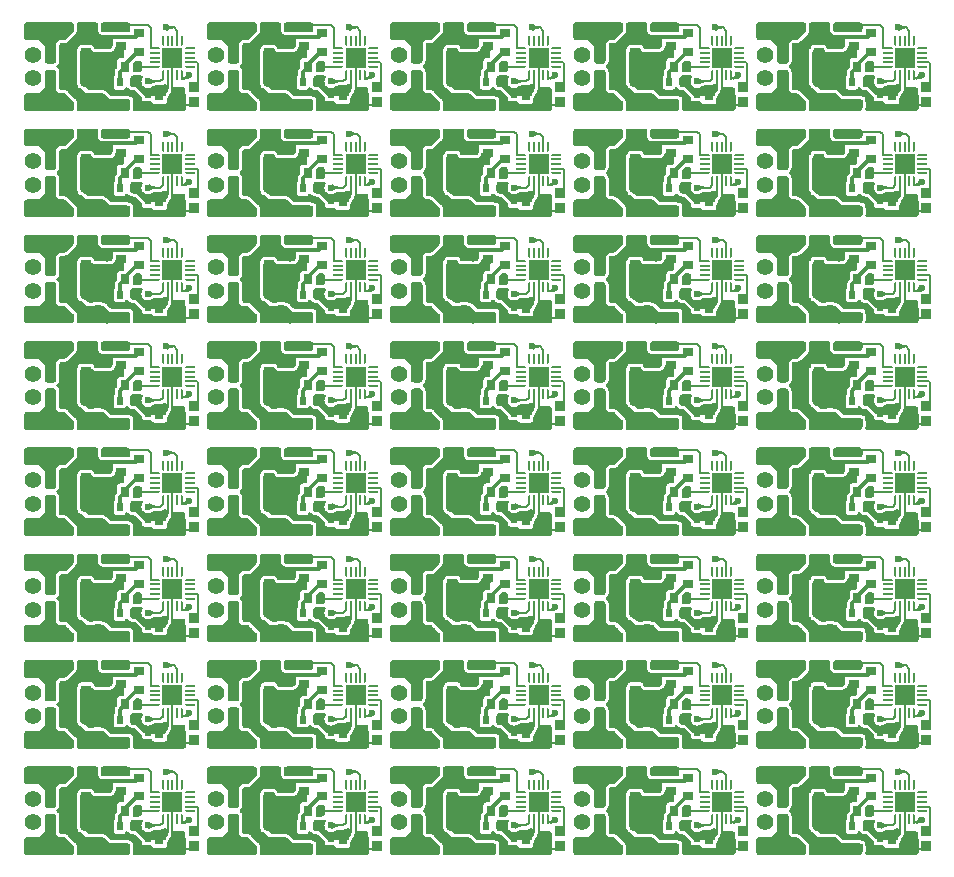
<source format=gbl>
G04 #@! TF.GenerationSoftware,KiCad,Pcbnew,(6.0.7)*
G04 #@! TF.CreationDate,2022-09-01T13:19:56+09:00*
G04 #@! TF.ProjectId,switchdecoder3,73776974-6368-4646-9563-6f646572332e,rev?*
G04 #@! TF.SameCoordinates,Original*
G04 #@! TF.FileFunction,Copper,L2,Bot*
G04 #@! TF.FilePolarity,Positive*
%FSLAX46Y46*%
G04 Gerber Fmt 4.6, Leading zero omitted, Abs format (unit mm)*
G04 Created by KiCad (PCBNEW (6.0.7)) date 2022-09-01 13:19:56*
%MOMM*%
%LPD*%
G01*
G04 APERTURE LIST*
G04 Aperture macros list*
%AMRoundRect*
0 Rectangle with rounded corners*
0 $1 Rounding radius*
0 $2 $3 $4 $5 $6 $7 $8 $9 X,Y pos of 4 corners*
0 Add a 4 corners polygon primitive as box body*
4,1,4,$2,$3,$4,$5,$6,$7,$8,$9,$2,$3,0*
0 Add four circle primitives for the rounded corners*
1,1,$1+$1,$2,$3*
1,1,$1+$1,$4,$5*
1,1,$1+$1,$6,$7*
1,1,$1+$1,$8,$9*
0 Add four rect primitives between the rounded corners*
20,1,$1+$1,$2,$3,$4,$5,0*
20,1,$1+$1,$4,$5,$6,$7,0*
20,1,$1+$1,$6,$7,$8,$9,0*
20,1,$1+$1,$8,$9,$2,$3,0*%
%AMFreePoly0*
4,1,14,0.385355,0.085355,0.400000,0.050000,0.400000,0.000711,0.385355,-0.034644,0.334644,-0.085355,0.299289,-0.100000,-0.350000,-0.100000,-0.385355,-0.085355,-0.400000,-0.050000,-0.400000,0.050000,-0.385355,0.085355,-0.350000,0.100000,0.350000,0.100000,0.385355,0.085355,0.385355,0.085355,$1*%
%AMFreePoly1*
4,1,14,0.334644,0.085355,0.385355,0.034644,0.400000,-0.000711,0.400000,-0.050000,0.385355,-0.085355,0.350000,-0.100000,-0.350000,-0.100000,-0.385355,-0.085355,-0.400000,-0.050000,-0.400000,0.050000,-0.385355,0.085355,-0.350000,0.100000,0.299289,0.100000,0.334644,0.085355,0.334644,0.085355,$1*%
%AMFreePoly2*
4,1,14,0.085355,0.385355,0.100000,0.350000,0.100000,-0.350000,0.085355,-0.385355,0.050000,-0.400000,0.000711,-0.400000,-0.034644,-0.385355,-0.085355,-0.334644,-0.100000,-0.299289,-0.100000,0.350000,-0.085355,0.385355,-0.050000,0.400000,0.050000,0.400000,0.085355,0.385355,0.085355,0.385355,$1*%
%AMFreePoly3*
4,1,14,0.085355,0.385355,0.100000,0.350000,0.100000,-0.299289,0.085355,-0.334644,0.034644,-0.385355,-0.000711,-0.400000,-0.050000,-0.400000,-0.085355,-0.385355,-0.100000,-0.350000,-0.100000,0.350000,-0.085355,0.385355,-0.050000,0.400000,0.050000,0.400000,0.085355,0.385355,0.085355,0.385355,$1*%
%AMFreePoly4*
4,1,14,0.385355,0.085355,0.400000,0.050000,0.400000,-0.050000,0.385355,-0.085355,0.350000,-0.100000,-0.350000,-0.100000,-0.385355,-0.085355,-0.400000,-0.050000,-0.400000,-0.000711,-0.385355,0.034644,-0.334644,0.085355,-0.299289,0.100000,0.350000,0.100000,0.385355,0.085355,0.385355,0.085355,$1*%
%AMFreePoly5*
4,1,14,0.385355,0.085355,0.400000,0.050000,0.400000,-0.050000,0.385355,-0.085355,0.350000,-0.100000,-0.299289,-0.100000,-0.334644,-0.085355,-0.385355,-0.034644,-0.400000,0.000711,-0.400000,0.050000,-0.385355,0.085355,-0.350000,0.100000,0.350000,0.100000,0.385355,0.085355,0.385355,0.085355,$1*%
%AMFreePoly6*
4,1,14,0.034644,0.385355,0.085355,0.334644,0.100000,0.299289,0.100000,-0.350000,0.085355,-0.385355,0.050000,-0.400000,-0.050000,-0.400000,-0.085355,-0.385355,-0.100000,-0.350000,-0.100000,0.350000,-0.085355,0.385355,-0.050000,0.400000,-0.000711,0.400000,0.034644,0.385355,0.034644,0.385355,$1*%
%AMFreePoly7*
4,1,14,0.085355,0.385355,0.100000,0.350000,0.100000,-0.350000,0.085355,-0.385355,0.050000,-0.400000,-0.050000,-0.400000,-0.085355,-0.385355,-0.100000,-0.350000,-0.100000,0.299289,-0.085355,0.334644,-0.034644,0.385355,0.000711,0.400000,0.050000,0.400000,0.085355,0.385355,0.085355,0.385355,$1*%
G04 Aperture macros list end*
G04 #@! TA.AperFunction,ComponentPad*
%ADD10C,1.400000*%
G04 #@! TD*
G04 #@! TA.AperFunction,SMDPad,CuDef*
%ADD11FreePoly0,90.000000*%
G04 #@! TD*
G04 #@! TA.AperFunction,SMDPad,CuDef*
%ADD12RoundRect,0.050000X0.050000X-0.350000X0.050000X0.350000X-0.050000X0.350000X-0.050000X-0.350000X0*%
G04 #@! TD*
G04 #@! TA.AperFunction,SMDPad,CuDef*
%ADD13FreePoly1,90.000000*%
G04 #@! TD*
G04 #@! TA.AperFunction,SMDPad,CuDef*
%ADD14FreePoly2,90.000000*%
G04 #@! TD*
G04 #@! TA.AperFunction,SMDPad,CuDef*
%ADD15RoundRect,0.050000X0.350000X-0.050000X0.350000X0.050000X-0.350000X0.050000X-0.350000X-0.050000X0*%
G04 #@! TD*
G04 #@! TA.AperFunction,SMDPad,CuDef*
%ADD16FreePoly3,90.000000*%
G04 #@! TD*
G04 #@! TA.AperFunction,SMDPad,CuDef*
%ADD17FreePoly4,90.000000*%
G04 #@! TD*
G04 #@! TA.AperFunction,SMDPad,CuDef*
%ADD18FreePoly5,90.000000*%
G04 #@! TD*
G04 #@! TA.AperFunction,SMDPad,CuDef*
%ADD19FreePoly6,90.000000*%
G04 #@! TD*
G04 #@! TA.AperFunction,SMDPad,CuDef*
%ADD20FreePoly7,90.000000*%
G04 #@! TD*
G04 #@! TA.AperFunction,SMDPad,CuDef*
%ADD21R,1.700000X1.700000*%
G04 #@! TD*
G04 #@! TA.AperFunction,SMDPad,CuDef*
%ADD22R,0.500000X0.550000*%
G04 #@! TD*
G04 #@! TA.AperFunction,SMDPad,CuDef*
%ADD23R,0.900000X0.700000*%
G04 #@! TD*
G04 #@! TA.AperFunction,ComponentPad*
%ADD24R,0.950000X0.950000*%
G04 #@! TD*
G04 #@! TA.AperFunction,SMDPad,CuDef*
%ADD25R,0.800000X0.900000*%
G04 #@! TD*
G04 #@! TA.AperFunction,SMDPad,CuDef*
%ADD26R,0.850000X1.200000*%
G04 #@! TD*
G04 #@! TA.AperFunction,SMDPad,CuDef*
%ADD27R,0.800000X0.800000*%
G04 #@! TD*
G04 #@! TA.AperFunction,SMDPad,CuDef*
%ADD28R,0.500000X0.800000*%
G04 #@! TD*
G04 #@! TA.AperFunction,ViaPad*
%ADD29C,1.000000*%
G04 #@! TD*
G04 #@! TA.AperFunction,ViaPad*
%ADD30C,0.800000*%
G04 #@! TD*
G04 #@! TA.AperFunction,ViaPad*
%ADD31C,0.600000*%
G04 #@! TD*
G04 #@! TA.AperFunction,Conductor*
%ADD32C,0.300000*%
G04 #@! TD*
G04 #@! TA.AperFunction,Conductor*
%ADD33C,0.500000*%
G04 #@! TD*
G04 #@! TA.AperFunction,Conductor*
%ADD34C,0.250000*%
G04 #@! TD*
G04 #@! TA.AperFunction,Conductor*
%ADD35C,0.200000*%
G04 #@! TD*
G04 #@! TA.AperFunction,Conductor*
%ADD36C,0.400000*%
G04 #@! TD*
G04 APERTURE END LIST*
D10*
X52500000Y70500000D03*
X52500000Y68500000D03*
X52500000Y66500000D03*
X52500000Y64500000D03*
X68000000Y7500000D03*
X68000000Y5500000D03*
X68000000Y3500000D03*
X68000000Y1500000D03*
X21500000Y16500000D03*
X21500000Y14500000D03*
X21500000Y12500000D03*
X21500000Y10500000D03*
X68000000Y25500000D03*
X68000000Y23500000D03*
X68000000Y21500000D03*
X68000000Y19500000D03*
X52500000Y7500000D03*
X52500000Y5500000D03*
X52500000Y3500000D03*
X52500000Y1500000D03*
X6000000Y43500000D03*
X6000000Y41500000D03*
X6000000Y39500000D03*
X6000000Y37500000D03*
X6000000Y61500000D03*
X6000000Y59500000D03*
X6000000Y57500000D03*
X6000000Y55500000D03*
X37000000Y34500000D03*
X37000000Y32500000D03*
X37000000Y30500000D03*
X37000000Y28500000D03*
X37000000Y25500000D03*
X37000000Y23500000D03*
X37000000Y21500000D03*
X37000000Y19500000D03*
X52500000Y61500000D03*
X52500000Y59500000D03*
X52500000Y57500000D03*
X52500000Y55500000D03*
X37000000Y7500000D03*
X37000000Y5500000D03*
X37000000Y3500000D03*
X37000000Y1500000D03*
X37000000Y70500000D03*
X37000000Y68500000D03*
X37000000Y66500000D03*
X37000000Y64500000D03*
X68000000Y16500000D03*
X68000000Y14500000D03*
X68000000Y12500000D03*
X68000000Y10500000D03*
X21500000Y43500000D03*
X21500000Y41500000D03*
X21500000Y39500000D03*
X21500000Y37500000D03*
X21500000Y70500000D03*
X21500000Y68500000D03*
X21500000Y66500000D03*
X21500000Y64500000D03*
X52500000Y43500000D03*
X52500000Y41500000D03*
X52500000Y39500000D03*
X52500000Y37500000D03*
X21500000Y7500000D03*
X21500000Y5500000D03*
X21500000Y3500000D03*
X21500000Y1500000D03*
X21500000Y25500000D03*
X21500000Y23500000D03*
X21500000Y21500000D03*
X21500000Y19500000D03*
X37000000Y61500000D03*
X37000000Y59500000D03*
X37000000Y57500000D03*
X37000000Y55500000D03*
X68000000Y52500000D03*
X68000000Y50500000D03*
X68000000Y48500000D03*
X68000000Y46500000D03*
X6000000Y25500000D03*
X6000000Y23500000D03*
X6000000Y21500000D03*
X6000000Y19500000D03*
X37000000Y16500000D03*
X37000000Y14500000D03*
X37000000Y12500000D03*
X37000000Y10500000D03*
X52500000Y52500000D03*
X52500000Y50500000D03*
X52500000Y48500000D03*
X52500000Y46500000D03*
X6000000Y34500000D03*
X6000000Y32500000D03*
X6000000Y30500000D03*
X6000000Y28500000D03*
X52500000Y25500000D03*
X52500000Y23500000D03*
X52500000Y21500000D03*
X52500000Y19500000D03*
X6000000Y7500000D03*
X6000000Y5500000D03*
X6000000Y3500000D03*
X6000000Y1500000D03*
X68000000Y70500000D03*
X68000000Y68500000D03*
X68000000Y66500000D03*
X68000000Y64500000D03*
X37000000Y43500000D03*
X37000000Y41500000D03*
X37000000Y39500000D03*
X37000000Y37500000D03*
X21500000Y52500000D03*
X21500000Y50500000D03*
X21500000Y48500000D03*
X21500000Y46500000D03*
X37000000Y52500000D03*
X37000000Y50500000D03*
X37000000Y48500000D03*
X37000000Y46500000D03*
X21500000Y34500000D03*
X21500000Y32500000D03*
X21500000Y30500000D03*
X21500000Y28500000D03*
X68000000Y61500000D03*
X68000000Y59500000D03*
X68000000Y57500000D03*
X68000000Y55500000D03*
X68000000Y34500000D03*
X68000000Y32500000D03*
X68000000Y30500000D03*
X68000000Y28500000D03*
X21500000Y61500000D03*
X21500000Y59500000D03*
X21500000Y57500000D03*
X21500000Y55500000D03*
X52500000Y34500000D03*
X52500000Y32500000D03*
X52500000Y30500000D03*
X52500000Y28500000D03*
X52500000Y16500000D03*
X52500000Y14500000D03*
X52500000Y12500000D03*
X52500000Y10500000D03*
X6000000Y52500000D03*
X6000000Y50500000D03*
X6000000Y48500000D03*
X6000000Y46500000D03*
X6000000Y16500000D03*
X6000000Y14500000D03*
X6000000Y12500000D03*
X6000000Y10500000D03*
X68000000Y43500000D03*
X68000000Y41500000D03*
X68000000Y39500000D03*
X68000000Y37500000D03*
X6000000Y70500000D03*
X6000000Y68500000D03*
X6000000Y66500000D03*
X6000000Y64500000D03*
D11*
X80625000Y21800000D03*
D12*
X80225000Y21800000D03*
X79825000Y21800000D03*
X79425000Y21800000D03*
D13*
X79025000Y21800000D03*
D14*
X78375000Y22450000D03*
D15*
X78375000Y22850000D03*
X78375000Y23250000D03*
X78375000Y23650000D03*
D16*
X78375000Y24050000D03*
D17*
X79025000Y24700000D03*
D12*
X79425000Y24700000D03*
X79825000Y24700000D03*
X80225000Y24700000D03*
D18*
X80625000Y24700000D03*
D19*
X81275000Y24050000D03*
D15*
X81275000Y23650000D03*
X81275000Y23250000D03*
X81275000Y22850000D03*
D20*
X81275000Y22450000D03*
D21*
X79825000Y23250000D03*
D22*
X11500000Y65025000D03*
X11500000Y65975000D03*
D23*
X77000000Y70300000D03*
X77000000Y68700000D03*
D24*
X66150000Y47785000D03*
X66150000Y46515000D03*
D23*
X44500000Y61800000D03*
X44500000Y60200000D03*
D22*
X42500000Y2025000D03*
X42500000Y2975000D03*
D24*
X19650000Y20785000D03*
X19650000Y19515000D03*
X35150000Y11785000D03*
X35150000Y10515000D03*
D25*
X44800000Y49500000D03*
X42700000Y49500000D03*
D22*
X11500000Y38025000D03*
X11500000Y38975000D03*
D24*
X35150000Y65785000D03*
X35150000Y64515000D03*
D26*
X53975000Y12500000D03*
X57025000Y12500000D03*
D22*
X15750000Y29075000D03*
X15750000Y28125000D03*
D27*
X16725000Y38000000D03*
X18275000Y38000000D03*
D26*
X57025000Y70500000D03*
X53975000Y70500000D03*
X10525000Y34500000D03*
X7475000Y34500000D03*
D11*
X65125000Y39800000D03*
D12*
X64725000Y39800000D03*
X64325000Y39800000D03*
X63925000Y39800000D03*
D13*
X63525000Y39800000D03*
D14*
X62875000Y40450000D03*
D15*
X62875000Y40850000D03*
X62875000Y41250000D03*
X62875000Y41650000D03*
D16*
X62875000Y42050000D03*
D17*
X63525000Y42700000D03*
D12*
X63925000Y42700000D03*
X64325000Y42700000D03*
X64725000Y42700000D03*
D18*
X65125000Y42700000D03*
D19*
X65775000Y42050000D03*
D15*
X65775000Y41650000D03*
X65775000Y41250000D03*
X65775000Y40850000D03*
D20*
X65775000Y40450000D03*
D21*
X64325000Y41250000D03*
D26*
X38475000Y21500000D03*
X41525000Y21500000D03*
D23*
X46000000Y70300000D03*
X46000000Y68700000D03*
D11*
X18625000Y66800000D03*
D12*
X18225000Y66800000D03*
X17825000Y66800000D03*
X17425000Y66800000D03*
D13*
X17025000Y66800000D03*
D14*
X16375000Y67450000D03*
D15*
X16375000Y67850000D03*
X16375000Y68250000D03*
X16375000Y68650000D03*
D16*
X16375000Y69050000D03*
D17*
X17025000Y69700000D03*
D12*
X17425000Y69700000D03*
X17825000Y69700000D03*
X18225000Y69700000D03*
D18*
X18625000Y69700000D03*
D19*
X19275000Y69050000D03*
D15*
X19275000Y68650000D03*
X19275000Y68250000D03*
X19275000Y67850000D03*
D20*
X19275000Y67450000D03*
D21*
X17825000Y68250000D03*
D23*
X30500000Y43300000D03*
X30500000Y41700000D03*
D22*
X73500000Y2025000D03*
X73500000Y2975000D03*
D26*
X57025000Y37500000D03*
X53975000Y37500000D03*
X41525000Y28500000D03*
X38475000Y28500000D03*
X22975000Y30500000D03*
X26025000Y30500000D03*
D22*
X46750000Y20075000D03*
X46750000Y19125000D03*
D26*
X7475000Y41500000D03*
X10525000Y41500000D03*
D25*
X75800000Y4500000D03*
X73700000Y4500000D03*
D28*
X13350000Y57200000D03*
X14650000Y57200000D03*
X14000000Y55300000D03*
D11*
X49625000Y39800000D03*
D12*
X49225000Y39800000D03*
X48825000Y39800000D03*
X48425000Y39800000D03*
D13*
X48025000Y39800000D03*
D14*
X47375000Y40450000D03*
D15*
X47375000Y40850000D03*
X47375000Y41250000D03*
X47375000Y41650000D03*
D16*
X47375000Y42050000D03*
D17*
X48025000Y42700000D03*
D12*
X48425000Y42700000D03*
X48825000Y42700000D03*
X49225000Y42700000D03*
D18*
X49625000Y42700000D03*
D19*
X50275000Y42050000D03*
D15*
X50275000Y41650000D03*
X50275000Y41250000D03*
X50275000Y40850000D03*
D20*
X50275000Y40450000D03*
D21*
X48825000Y41250000D03*
D28*
X75350000Y12200000D03*
X76650000Y12200000D03*
X76000000Y10300000D03*
D22*
X62250000Y20075000D03*
X62250000Y19125000D03*
D27*
X16725000Y11000000D03*
X18275000Y11000000D03*
D26*
X69475000Y30500000D03*
X72525000Y30500000D03*
D22*
X77750000Y20075000D03*
X77750000Y19125000D03*
X58000000Y20025000D03*
X58000000Y20975000D03*
D27*
X32225000Y38000000D03*
X33775000Y38000000D03*
D23*
X77000000Y61300000D03*
X77000000Y59700000D03*
D26*
X72525000Y1500000D03*
X69475000Y1500000D03*
D24*
X35150000Y56785000D03*
X35150000Y55515000D03*
D26*
X26025000Y1500000D03*
X22975000Y1500000D03*
D11*
X18625000Y30800000D03*
D12*
X18225000Y30800000D03*
X17825000Y30800000D03*
X17425000Y30800000D03*
D13*
X17025000Y30800000D03*
D14*
X16375000Y31450000D03*
D15*
X16375000Y31850000D03*
X16375000Y32250000D03*
X16375000Y32650000D03*
D16*
X16375000Y33050000D03*
D17*
X17025000Y33700000D03*
D12*
X17425000Y33700000D03*
X17825000Y33700000D03*
X18225000Y33700000D03*
D18*
X18625000Y33700000D03*
D19*
X19275000Y33050000D03*
D15*
X19275000Y32650000D03*
X19275000Y32250000D03*
X19275000Y31850000D03*
D20*
X19275000Y31450000D03*
D21*
X17825000Y32250000D03*
D26*
X57025000Y61500000D03*
X53975000Y61500000D03*
D25*
X60300000Y40500000D03*
X58200000Y40500000D03*
D26*
X38475000Y66500000D03*
X41525000Y66500000D03*
D23*
X44500000Y25800000D03*
X44500000Y24200000D03*
D26*
X69475000Y66500000D03*
X72525000Y66500000D03*
D23*
X15000000Y61300000D03*
X15000000Y59700000D03*
D27*
X32225000Y20000000D03*
X33775000Y20000000D03*
D22*
X15750000Y2075000D03*
X15750000Y1125000D03*
D27*
X63225000Y2000000D03*
X64775000Y2000000D03*
D26*
X26025000Y61500000D03*
X22975000Y61500000D03*
X38475000Y12500000D03*
X41525000Y12500000D03*
D27*
X47725000Y11000000D03*
X49275000Y11000000D03*
D22*
X11500000Y2025000D03*
X11500000Y2975000D03*
D27*
X47725000Y38000000D03*
X49275000Y38000000D03*
D25*
X29300000Y13500000D03*
X27200000Y13500000D03*
D22*
X46750000Y29075000D03*
X46750000Y28125000D03*
D26*
X26025000Y10500000D03*
X22975000Y10500000D03*
D23*
X13500000Y7800000D03*
X13500000Y6200000D03*
X30500000Y52300000D03*
X30500000Y50700000D03*
D22*
X58000000Y29025000D03*
X58000000Y29975000D03*
X31250000Y47075000D03*
X31250000Y46125000D03*
D25*
X44800000Y67500000D03*
X42700000Y67500000D03*
D23*
X46000000Y7300000D03*
X46000000Y5700000D03*
D24*
X50650000Y2785000D03*
X50650000Y1515000D03*
D23*
X13500000Y61800000D03*
X13500000Y60200000D03*
D11*
X80625000Y39800000D03*
D12*
X80225000Y39800000D03*
X79825000Y39800000D03*
X79425000Y39800000D03*
D13*
X79025000Y39800000D03*
D14*
X78375000Y40450000D03*
D15*
X78375000Y40850000D03*
X78375000Y41250000D03*
X78375000Y41650000D03*
D16*
X78375000Y42050000D03*
D17*
X79025000Y42700000D03*
D12*
X79425000Y42700000D03*
X79825000Y42700000D03*
X80225000Y42700000D03*
D18*
X80625000Y42700000D03*
D19*
X81275000Y42050000D03*
D15*
X81275000Y41650000D03*
X81275000Y41250000D03*
X81275000Y40850000D03*
D20*
X81275000Y40450000D03*
D21*
X79825000Y41250000D03*
D11*
X80625000Y48800000D03*
D12*
X80225000Y48800000D03*
X79825000Y48800000D03*
X79425000Y48800000D03*
D13*
X79025000Y48800000D03*
D14*
X78375000Y49450000D03*
D15*
X78375000Y49850000D03*
X78375000Y50250000D03*
X78375000Y50650000D03*
D16*
X78375000Y51050000D03*
D17*
X79025000Y51700000D03*
D12*
X79425000Y51700000D03*
X79825000Y51700000D03*
X80225000Y51700000D03*
D18*
X80625000Y51700000D03*
D19*
X81275000Y51050000D03*
D15*
X81275000Y50650000D03*
X81275000Y50250000D03*
X81275000Y49850000D03*
D20*
X81275000Y49450000D03*
D21*
X79825000Y50250000D03*
D24*
X19650000Y29785000D03*
X19650000Y28515000D03*
D23*
X60000000Y7800000D03*
X60000000Y6200000D03*
D22*
X46750000Y38075000D03*
X46750000Y37125000D03*
D26*
X57025000Y1500000D03*
X53975000Y1500000D03*
D23*
X75500000Y25800000D03*
X75500000Y24200000D03*
X29000000Y7800000D03*
X29000000Y6200000D03*
D25*
X60300000Y67500000D03*
X58200000Y67500000D03*
D26*
X26025000Y64500000D03*
X22975000Y64500000D03*
X41525000Y10500000D03*
X38475000Y10500000D03*
D25*
X29300000Y40500000D03*
X27200000Y40500000D03*
D28*
X75350000Y21200000D03*
X76650000Y21200000D03*
X76000000Y19300000D03*
D11*
X80625000Y30800000D03*
D12*
X80225000Y30800000D03*
X79825000Y30800000D03*
X79425000Y30800000D03*
D13*
X79025000Y30800000D03*
D14*
X78375000Y31450000D03*
D15*
X78375000Y31850000D03*
X78375000Y32250000D03*
X78375000Y32650000D03*
D16*
X78375000Y33050000D03*
D17*
X79025000Y33700000D03*
D12*
X79425000Y33700000D03*
X79825000Y33700000D03*
X80225000Y33700000D03*
D18*
X80625000Y33700000D03*
D19*
X81275000Y33050000D03*
D15*
X81275000Y32650000D03*
X81275000Y32250000D03*
X81275000Y31850000D03*
D20*
X81275000Y31450000D03*
D21*
X79825000Y32250000D03*
D27*
X32225000Y65000000D03*
X33775000Y65000000D03*
D22*
X11500000Y29025000D03*
X11500000Y29975000D03*
D24*
X50650000Y20785000D03*
X50650000Y19515000D03*
D26*
X22975000Y32500000D03*
X26025000Y32500000D03*
D27*
X78725000Y56000000D03*
X80275000Y56000000D03*
D24*
X66150000Y29785000D03*
X66150000Y28515000D03*
D25*
X60300000Y22500000D03*
X58200000Y22500000D03*
X44800000Y58500000D03*
X42700000Y58500000D03*
D11*
X34125000Y48800000D03*
D12*
X33725000Y48800000D03*
X33325000Y48800000D03*
X32925000Y48800000D03*
D13*
X32525000Y48800000D03*
D14*
X31875000Y49450000D03*
D15*
X31875000Y49850000D03*
X31875000Y50250000D03*
X31875000Y50650000D03*
D16*
X31875000Y51050000D03*
D17*
X32525000Y51700000D03*
D12*
X32925000Y51700000D03*
X33325000Y51700000D03*
X33725000Y51700000D03*
D18*
X34125000Y51700000D03*
D19*
X34775000Y51050000D03*
D15*
X34775000Y50650000D03*
X34775000Y50250000D03*
X34775000Y49850000D03*
D20*
X34775000Y49450000D03*
D21*
X33325000Y50250000D03*
D24*
X35150000Y29785000D03*
X35150000Y28515000D03*
D26*
X10525000Y28500000D03*
X7475000Y28500000D03*
D23*
X61500000Y43300000D03*
X61500000Y41700000D03*
D26*
X22975000Y5500000D03*
X26025000Y5500000D03*
X72525000Y34500000D03*
X69475000Y34500000D03*
X69475000Y12500000D03*
X72525000Y12500000D03*
X72525000Y10500000D03*
X69475000Y10500000D03*
D24*
X35150000Y2785000D03*
X35150000Y1515000D03*
D26*
X7475000Y30500000D03*
X10525000Y30500000D03*
D24*
X66150000Y38785000D03*
X66150000Y37515000D03*
D25*
X60300000Y13500000D03*
X58200000Y13500000D03*
D24*
X19650000Y11785000D03*
X19650000Y10515000D03*
D26*
X7475000Y66500000D03*
X10525000Y66500000D03*
D27*
X78725000Y65000000D03*
X80275000Y65000000D03*
D28*
X28850000Y48200000D03*
X30150000Y48200000D03*
X29500000Y46300000D03*
D25*
X44800000Y31500000D03*
X42700000Y31500000D03*
D26*
X7475000Y14500000D03*
X10525000Y14500000D03*
D23*
X29000000Y61800000D03*
X29000000Y60200000D03*
X75500000Y43800000D03*
X75500000Y42200000D03*
D28*
X59850000Y3200000D03*
X61150000Y3200000D03*
X60500000Y1300000D03*
D26*
X10525000Y64500000D03*
X7475000Y64500000D03*
D24*
X50650000Y38785000D03*
X50650000Y37515000D03*
D23*
X75500000Y61800000D03*
X75500000Y60200000D03*
X29000000Y25800000D03*
X29000000Y24200000D03*
D26*
X7475000Y21500000D03*
X10525000Y21500000D03*
D27*
X63225000Y65000000D03*
X64775000Y65000000D03*
D11*
X65125000Y30800000D03*
D12*
X64725000Y30800000D03*
X64325000Y30800000D03*
X63925000Y30800000D03*
D13*
X63525000Y30800000D03*
D14*
X62875000Y31450000D03*
D15*
X62875000Y31850000D03*
X62875000Y32250000D03*
X62875000Y32650000D03*
D16*
X62875000Y33050000D03*
D17*
X63525000Y33700000D03*
D12*
X63925000Y33700000D03*
X64325000Y33700000D03*
X64725000Y33700000D03*
D18*
X65125000Y33700000D03*
D19*
X65775000Y33050000D03*
D15*
X65775000Y32650000D03*
X65775000Y32250000D03*
X65775000Y31850000D03*
D20*
X65775000Y31450000D03*
D21*
X64325000Y32250000D03*
D26*
X26025000Y19500000D03*
X22975000Y19500000D03*
D11*
X49625000Y3800000D03*
D12*
X49225000Y3800000D03*
X48825000Y3800000D03*
X48425000Y3800000D03*
D13*
X48025000Y3800000D03*
D14*
X47375000Y4450000D03*
D15*
X47375000Y4850000D03*
X47375000Y5250000D03*
X47375000Y5650000D03*
D16*
X47375000Y6050000D03*
D17*
X48025000Y6700000D03*
D12*
X48425000Y6700000D03*
X48825000Y6700000D03*
X49225000Y6700000D03*
D18*
X49625000Y6700000D03*
D19*
X50275000Y6050000D03*
D15*
X50275000Y5650000D03*
X50275000Y5250000D03*
X50275000Y4850000D03*
D20*
X50275000Y4450000D03*
D21*
X48825000Y5250000D03*
D23*
X30500000Y7300000D03*
X30500000Y5700000D03*
D26*
X10525000Y52500000D03*
X7475000Y52500000D03*
D11*
X34125000Y12800000D03*
D12*
X33725000Y12800000D03*
X33325000Y12800000D03*
X32925000Y12800000D03*
D13*
X32525000Y12800000D03*
D14*
X31875000Y13450000D03*
D15*
X31875000Y13850000D03*
X31875000Y14250000D03*
X31875000Y14650000D03*
D16*
X31875000Y15050000D03*
D17*
X32525000Y15700000D03*
D12*
X32925000Y15700000D03*
X33325000Y15700000D03*
X33725000Y15700000D03*
D18*
X34125000Y15700000D03*
D19*
X34775000Y15050000D03*
D15*
X34775000Y14650000D03*
X34775000Y14250000D03*
X34775000Y13850000D03*
D20*
X34775000Y13450000D03*
D21*
X33325000Y14250000D03*
D23*
X75500000Y16800000D03*
X75500000Y15200000D03*
D28*
X44350000Y48200000D03*
X45650000Y48200000D03*
X45000000Y46300000D03*
D22*
X27000000Y29025000D03*
X27000000Y29975000D03*
D24*
X19650000Y47785000D03*
X19650000Y46515000D03*
D11*
X18625000Y3800000D03*
D12*
X18225000Y3800000D03*
X17825000Y3800000D03*
X17425000Y3800000D03*
D13*
X17025000Y3800000D03*
D14*
X16375000Y4450000D03*
D15*
X16375000Y4850000D03*
X16375000Y5250000D03*
X16375000Y5650000D03*
D16*
X16375000Y6050000D03*
D17*
X17025000Y6700000D03*
D12*
X17425000Y6700000D03*
X17825000Y6700000D03*
X18225000Y6700000D03*
D18*
X18625000Y6700000D03*
D19*
X19275000Y6050000D03*
D15*
X19275000Y5650000D03*
X19275000Y5250000D03*
X19275000Y4850000D03*
D20*
X19275000Y4450000D03*
D21*
X17825000Y5250000D03*
D23*
X61500000Y25300000D03*
X61500000Y23700000D03*
D28*
X13350000Y12200000D03*
X14650000Y12200000D03*
X14000000Y10300000D03*
D11*
X18625000Y39800000D03*
D12*
X18225000Y39800000D03*
X17825000Y39800000D03*
X17425000Y39800000D03*
D13*
X17025000Y39800000D03*
D14*
X16375000Y40450000D03*
D15*
X16375000Y40850000D03*
X16375000Y41250000D03*
X16375000Y41650000D03*
D16*
X16375000Y42050000D03*
D17*
X17025000Y42700000D03*
D12*
X17425000Y42700000D03*
X17825000Y42700000D03*
X18225000Y42700000D03*
D18*
X18625000Y42700000D03*
D19*
X19275000Y42050000D03*
D15*
X19275000Y41650000D03*
X19275000Y41250000D03*
X19275000Y40850000D03*
D20*
X19275000Y40450000D03*
D21*
X17825000Y41250000D03*
D25*
X29300000Y58500000D03*
X27200000Y58500000D03*
D26*
X22975000Y14500000D03*
X26025000Y14500000D03*
D27*
X47725000Y29000000D03*
X49275000Y29000000D03*
D23*
X13500000Y25800000D03*
X13500000Y24200000D03*
X60000000Y25800000D03*
X60000000Y24200000D03*
D26*
X72525000Y43500000D03*
X69475000Y43500000D03*
D23*
X61500000Y70300000D03*
X61500000Y68700000D03*
D27*
X16725000Y20000000D03*
X18275000Y20000000D03*
D23*
X13500000Y16800000D03*
X13500000Y15200000D03*
D26*
X53975000Y3500000D03*
X57025000Y3500000D03*
D25*
X13800000Y31500000D03*
X11700000Y31500000D03*
D23*
X15000000Y7300000D03*
X15000000Y5700000D03*
X29000000Y43800000D03*
X29000000Y42200000D03*
X29000000Y34800000D03*
X29000000Y33200000D03*
X13500000Y43800000D03*
X13500000Y42200000D03*
X29000000Y52800000D03*
X29000000Y51200000D03*
D26*
X22975000Y41500000D03*
X26025000Y41500000D03*
X57025000Y19500000D03*
X53975000Y19500000D03*
D24*
X81650000Y2785000D03*
X81650000Y1515000D03*
D27*
X63225000Y20000000D03*
X64775000Y20000000D03*
D26*
X38475000Y50500000D03*
X41525000Y50500000D03*
D27*
X16725000Y2000000D03*
X18275000Y2000000D03*
D26*
X72525000Y37500000D03*
X69475000Y37500000D03*
D25*
X13800000Y49500000D03*
X11700000Y49500000D03*
D24*
X81650000Y11785000D03*
X81650000Y10515000D03*
D23*
X77000000Y25300000D03*
X77000000Y23700000D03*
D26*
X22975000Y68500000D03*
X26025000Y68500000D03*
D28*
X13350000Y66200000D03*
X14650000Y66200000D03*
X14000000Y64300000D03*
D22*
X42500000Y11025000D03*
X42500000Y11975000D03*
D11*
X65125000Y21800000D03*
D12*
X64725000Y21800000D03*
X64325000Y21800000D03*
X63925000Y21800000D03*
D13*
X63525000Y21800000D03*
D14*
X62875000Y22450000D03*
D15*
X62875000Y22850000D03*
X62875000Y23250000D03*
X62875000Y23650000D03*
D16*
X62875000Y24050000D03*
D17*
X63525000Y24700000D03*
D12*
X63925000Y24700000D03*
X64325000Y24700000D03*
X64725000Y24700000D03*
D18*
X65125000Y24700000D03*
D19*
X65775000Y24050000D03*
D15*
X65775000Y23650000D03*
X65775000Y23250000D03*
X65775000Y22850000D03*
D20*
X65775000Y22450000D03*
D21*
X64325000Y23250000D03*
D26*
X7475000Y39500000D03*
X10525000Y39500000D03*
D22*
X11500000Y11025000D03*
X11500000Y11975000D03*
D26*
X69475000Y68500000D03*
X72525000Y68500000D03*
D28*
X28850000Y66200000D03*
X30150000Y66200000D03*
X29500000Y64300000D03*
D24*
X66150000Y11785000D03*
X66150000Y10515000D03*
X81650000Y56785000D03*
X81650000Y55515000D03*
D23*
X44500000Y43800000D03*
X44500000Y42200000D03*
D26*
X38475000Y30500000D03*
X41525000Y30500000D03*
X57025000Y64500000D03*
X53975000Y64500000D03*
X26025000Y52500000D03*
X22975000Y52500000D03*
X22975000Y23500000D03*
X26025000Y23500000D03*
D22*
X15750000Y20075000D03*
X15750000Y19125000D03*
X58000000Y11025000D03*
X58000000Y11975000D03*
D26*
X53975000Y59500000D03*
X57025000Y59500000D03*
X53975000Y66500000D03*
X57025000Y66500000D03*
X26025000Y7500000D03*
X22975000Y7500000D03*
D23*
X15000000Y34300000D03*
X15000000Y32700000D03*
X77000000Y34300000D03*
X77000000Y32700000D03*
D26*
X7475000Y12500000D03*
X10525000Y12500000D03*
D25*
X60300000Y58500000D03*
X58200000Y58500000D03*
D27*
X47725000Y56000000D03*
X49275000Y56000000D03*
D26*
X69475000Y21500000D03*
X72525000Y21500000D03*
X72525000Y61500000D03*
X69475000Y61500000D03*
X41525000Y64500000D03*
X38475000Y64500000D03*
D22*
X46750000Y65075000D03*
X46750000Y64125000D03*
D23*
X60000000Y16800000D03*
X60000000Y15200000D03*
D28*
X44350000Y21200000D03*
X45650000Y21200000D03*
X45000000Y19300000D03*
X75350000Y39200000D03*
X76650000Y39200000D03*
X76000000Y37300000D03*
D23*
X13500000Y52800000D03*
X13500000Y51200000D03*
D22*
X31250000Y65075000D03*
X31250000Y64125000D03*
D11*
X49625000Y21800000D03*
D12*
X49225000Y21800000D03*
X48825000Y21800000D03*
X48425000Y21800000D03*
D13*
X48025000Y21800000D03*
D14*
X47375000Y22450000D03*
D15*
X47375000Y22850000D03*
X47375000Y23250000D03*
X47375000Y23650000D03*
D16*
X47375000Y24050000D03*
D17*
X48025000Y24700000D03*
D12*
X48425000Y24700000D03*
X48825000Y24700000D03*
X49225000Y24700000D03*
D18*
X49625000Y24700000D03*
D19*
X50275000Y24050000D03*
D15*
X50275000Y23650000D03*
X50275000Y23250000D03*
X50275000Y22850000D03*
D20*
X50275000Y22450000D03*
D21*
X48825000Y23250000D03*
D23*
X75500000Y34800000D03*
X75500000Y33200000D03*
D26*
X7475000Y3500000D03*
X10525000Y3500000D03*
D28*
X59850000Y12200000D03*
X61150000Y12200000D03*
X60500000Y10300000D03*
D22*
X46750000Y56075000D03*
X46750000Y55125000D03*
X58000000Y47025000D03*
X58000000Y47975000D03*
X42500000Y56025000D03*
X42500000Y56975000D03*
D26*
X72525000Y46500000D03*
X69475000Y46500000D03*
D25*
X60300000Y4500000D03*
X58200000Y4500000D03*
D22*
X77750000Y47075000D03*
X77750000Y46125000D03*
X46750000Y2075000D03*
X46750000Y1125000D03*
D27*
X63225000Y56000000D03*
X64775000Y56000000D03*
D28*
X75350000Y66200000D03*
X76650000Y66200000D03*
X76000000Y64300000D03*
X75350000Y3200000D03*
X76650000Y3200000D03*
X76000000Y1300000D03*
D22*
X27000000Y56025000D03*
X27000000Y56975000D03*
D23*
X75500000Y70800000D03*
X75500000Y69200000D03*
D27*
X63225000Y29000000D03*
X64775000Y29000000D03*
D11*
X80625000Y57800000D03*
D12*
X80225000Y57800000D03*
X79825000Y57800000D03*
X79425000Y57800000D03*
D13*
X79025000Y57800000D03*
D14*
X78375000Y58450000D03*
D15*
X78375000Y58850000D03*
X78375000Y59250000D03*
X78375000Y59650000D03*
D16*
X78375000Y60050000D03*
D17*
X79025000Y60700000D03*
D12*
X79425000Y60700000D03*
X79825000Y60700000D03*
X80225000Y60700000D03*
D18*
X80625000Y60700000D03*
D19*
X81275000Y60050000D03*
D15*
X81275000Y59650000D03*
X81275000Y59250000D03*
X81275000Y58850000D03*
D20*
X81275000Y58450000D03*
D21*
X79825000Y59250000D03*
D26*
X22975000Y66500000D03*
X26025000Y66500000D03*
D25*
X75800000Y58500000D03*
X73700000Y58500000D03*
D24*
X66150000Y56785000D03*
X66150000Y55515000D03*
D11*
X49625000Y12800000D03*
D12*
X49225000Y12800000D03*
X48825000Y12800000D03*
X48425000Y12800000D03*
D13*
X48025000Y12800000D03*
D14*
X47375000Y13450000D03*
D15*
X47375000Y13850000D03*
X47375000Y14250000D03*
X47375000Y14650000D03*
D16*
X47375000Y15050000D03*
D17*
X48025000Y15700000D03*
D12*
X48425000Y15700000D03*
X48825000Y15700000D03*
X49225000Y15700000D03*
D18*
X49625000Y15700000D03*
D19*
X50275000Y15050000D03*
D15*
X50275000Y14650000D03*
X50275000Y14250000D03*
X50275000Y13850000D03*
D20*
X50275000Y13450000D03*
D21*
X48825000Y14250000D03*
D26*
X57025000Y10500000D03*
X53975000Y10500000D03*
D24*
X19650000Y38785000D03*
X19650000Y37515000D03*
D26*
X38475000Y59500000D03*
X41525000Y59500000D03*
D22*
X62250000Y65075000D03*
X62250000Y64125000D03*
D23*
X30500000Y25300000D03*
X30500000Y23700000D03*
D28*
X13350000Y30200000D03*
X14650000Y30200000D03*
X14000000Y28300000D03*
D26*
X7475000Y23500000D03*
X10525000Y23500000D03*
X57025000Y7500000D03*
X53975000Y7500000D03*
X41525000Y25500000D03*
X38475000Y25500000D03*
X69475000Y59500000D03*
X72525000Y59500000D03*
X53975000Y5500000D03*
X57025000Y5500000D03*
D27*
X32225000Y56000000D03*
X33775000Y56000000D03*
D26*
X69475000Y41500000D03*
X72525000Y41500000D03*
X53975000Y39500000D03*
X57025000Y39500000D03*
X72525000Y52500000D03*
X69475000Y52500000D03*
D24*
X66150000Y20785000D03*
X66150000Y19515000D03*
D23*
X60000000Y61800000D03*
X60000000Y60200000D03*
D26*
X26025000Y43500000D03*
X22975000Y43500000D03*
X10525000Y55500000D03*
X7475000Y55500000D03*
X22975000Y12500000D03*
X26025000Y12500000D03*
X41525000Y43500000D03*
X38475000Y43500000D03*
D22*
X73500000Y65025000D03*
X73500000Y65975000D03*
D23*
X15000000Y25300000D03*
X15000000Y23700000D03*
D22*
X58000000Y65025000D03*
X58000000Y65975000D03*
D25*
X29300000Y49500000D03*
X27200000Y49500000D03*
D22*
X31250000Y56075000D03*
X31250000Y55125000D03*
X58000000Y38025000D03*
X58000000Y38975000D03*
D24*
X81650000Y38785000D03*
X81650000Y37515000D03*
D11*
X34125000Y3800000D03*
D12*
X33725000Y3800000D03*
X33325000Y3800000D03*
X32925000Y3800000D03*
D13*
X32525000Y3800000D03*
D14*
X31875000Y4450000D03*
D15*
X31875000Y4850000D03*
X31875000Y5250000D03*
X31875000Y5650000D03*
D16*
X31875000Y6050000D03*
D17*
X32525000Y6700000D03*
D12*
X32925000Y6700000D03*
X33325000Y6700000D03*
X33725000Y6700000D03*
D18*
X34125000Y6700000D03*
D19*
X34775000Y6050000D03*
D15*
X34775000Y5650000D03*
X34775000Y5250000D03*
X34775000Y4850000D03*
D20*
X34775000Y4450000D03*
D21*
X33325000Y5250000D03*
D25*
X29300000Y22500000D03*
X27200000Y22500000D03*
D23*
X30500000Y16300000D03*
X30500000Y14700000D03*
D26*
X72525000Y70500000D03*
X69475000Y70500000D03*
X57025000Y55500000D03*
X53975000Y55500000D03*
D25*
X13800000Y13500000D03*
X11700000Y13500000D03*
D26*
X10525000Y46500000D03*
X7475000Y46500000D03*
D28*
X59850000Y48200000D03*
X61150000Y48200000D03*
X60500000Y46300000D03*
D23*
X77000000Y43300000D03*
X77000000Y41700000D03*
D26*
X69475000Y14500000D03*
X72525000Y14500000D03*
D23*
X30500000Y34300000D03*
X30500000Y32700000D03*
D28*
X28850000Y3200000D03*
X30150000Y3200000D03*
X29500000Y1300000D03*
D22*
X27000000Y11025000D03*
X27000000Y11975000D03*
D26*
X57025000Y52500000D03*
X53975000Y52500000D03*
D11*
X65125000Y3800000D03*
D12*
X64725000Y3800000D03*
X64325000Y3800000D03*
X63925000Y3800000D03*
D13*
X63525000Y3800000D03*
D14*
X62875000Y4450000D03*
D15*
X62875000Y4850000D03*
X62875000Y5250000D03*
X62875000Y5650000D03*
D16*
X62875000Y6050000D03*
D17*
X63525000Y6700000D03*
D12*
X63925000Y6700000D03*
X64325000Y6700000D03*
X64725000Y6700000D03*
D18*
X65125000Y6700000D03*
D19*
X65775000Y6050000D03*
D15*
X65775000Y5650000D03*
X65775000Y5250000D03*
X65775000Y4850000D03*
D20*
X65775000Y4450000D03*
D21*
X64325000Y5250000D03*
D26*
X69475000Y57500000D03*
X72525000Y57500000D03*
X69475000Y3500000D03*
X72525000Y3500000D03*
D27*
X63225000Y47000000D03*
X64775000Y47000000D03*
D28*
X59850000Y21200000D03*
X61150000Y21200000D03*
X60500000Y19300000D03*
D22*
X62250000Y2075000D03*
X62250000Y1125000D03*
D25*
X13800000Y40500000D03*
X11700000Y40500000D03*
D26*
X69475000Y48500000D03*
X72525000Y48500000D03*
D23*
X44500000Y34800000D03*
X44500000Y33200000D03*
D24*
X35150000Y20785000D03*
X35150000Y19515000D03*
X66150000Y2785000D03*
X66150000Y1515000D03*
D26*
X41525000Y34500000D03*
X38475000Y34500000D03*
D22*
X62250000Y29075000D03*
X62250000Y28125000D03*
D23*
X46000000Y34300000D03*
X46000000Y32700000D03*
X44500000Y16800000D03*
X44500000Y15200000D03*
D25*
X13800000Y58500000D03*
X11700000Y58500000D03*
D26*
X38475000Y3500000D03*
X41525000Y3500000D03*
D23*
X46000000Y43300000D03*
X46000000Y41700000D03*
X46000000Y61300000D03*
X46000000Y59700000D03*
D11*
X18625000Y48800000D03*
D12*
X18225000Y48800000D03*
X17825000Y48800000D03*
X17425000Y48800000D03*
D13*
X17025000Y48800000D03*
D14*
X16375000Y49450000D03*
D15*
X16375000Y49850000D03*
X16375000Y50250000D03*
X16375000Y50650000D03*
D16*
X16375000Y51050000D03*
D17*
X17025000Y51700000D03*
D12*
X17425000Y51700000D03*
X17825000Y51700000D03*
X18225000Y51700000D03*
D18*
X18625000Y51700000D03*
D19*
X19275000Y51050000D03*
D15*
X19275000Y50650000D03*
X19275000Y50250000D03*
X19275000Y49850000D03*
D20*
X19275000Y49450000D03*
D21*
X17825000Y50250000D03*
D28*
X59850000Y39200000D03*
X61150000Y39200000D03*
X60500000Y37300000D03*
D26*
X38475000Y23500000D03*
X41525000Y23500000D03*
X10525000Y43500000D03*
X7475000Y43500000D03*
D25*
X13800000Y67500000D03*
X11700000Y67500000D03*
D28*
X44350000Y66200000D03*
X45650000Y66200000D03*
X45000000Y64300000D03*
D11*
X49625000Y66800000D03*
D12*
X49225000Y66800000D03*
X48825000Y66800000D03*
X48425000Y66800000D03*
D13*
X48025000Y66800000D03*
D14*
X47375000Y67450000D03*
D15*
X47375000Y67850000D03*
X47375000Y68250000D03*
X47375000Y68650000D03*
D16*
X47375000Y69050000D03*
D17*
X48025000Y69700000D03*
D12*
X48425000Y69700000D03*
X48825000Y69700000D03*
X49225000Y69700000D03*
D18*
X49625000Y69700000D03*
D19*
X50275000Y69050000D03*
D15*
X50275000Y68650000D03*
X50275000Y68250000D03*
X50275000Y67850000D03*
D20*
X50275000Y67450000D03*
D21*
X48825000Y68250000D03*
D22*
X46750000Y11075000D03*
X46750000Y10125000D03*
D28*
X75350000Y57200000D03*
X76650000Y57200000D03*
X76000000Y55300000D03*
D23*
X61500000Y7300000D03*
X61500000Y5700000D03*
D25*
X44800000Y13500000D03*
X42700000Y13500000D03*
D26*
X38475000Y41500000D03*
X41525000Y41500000D03*
D23*
X46000000Y16300000D03*
X46000000Y14700000D03*
D28*
X28850000Y39200000D03*
X30150000Y39200000D03*
X29500000Y37300000D03*
D26*
X72525000Y19500000D03*
X69475000Y19500000D03*
D24*
X50650000Y65785000D03*
X50650000Y64515000D03*
D11*
X49625000Y57800000D03*
D12*
X49225000Y57800000D03*
X48825000Y57800000D03*
X48425000Y57800000D03*
D13*
X48025000Y57800000D03*
D14*
X47375000Y58450000D03*
D15*
X47375000Y58850000D03*
X47375000Y59250000D03*
X47375000Y59650000D03*
D16*
X47375000Y60050000D03*
D17*
X48025000Y60700000D03*
D12*
X48425000Y60700000D03*
X48825000Y60700000D03*
X49225000Y60700000D03*
D18*
X49625000Y60700000D03*
D19*
X50275000Y60050000D03*
D15*
X50275000Y59650000D03*
X50275000Y59250000D03*
X50275000Y58850000D03*
D20*
X50275000Y58450000D03*
D21*
X48825000Y59250000D03*
D22*
X27000000Y2025000D03*
X27000000Y2975000D03*
X31250000Y20075000D03*
X31250000Y19125000D03*
D23*
X29000000Y16800000D03*
X29000000Y15200000D03*
X13500000Y70800000D03*
X13500000Y69200000D03*
D22*
X15750000Y47075000D03*
X15750000Y46125000D03*
D26*
X72525000Y64500000D03*
X69475000Y64500000D03*
D11*
X18625000Y21800000D03*
D12*
X18225000Y21800000D03*
X17825000Y21800000D03*
X17425000Y21800000D03*
D13*
X17025000Y21800000D03*
D14*
X16375000Y22450000D03*
D15*
X16375000Y22850000D03*
X16375000Y23250000D03*
X16375000Y23650000D03*
D16*
X16375000Y24050000D03*
D17*
X17025000Y24700000D03*
D12*
X17425000Y24700000D03*
X17825000Y24700000D03*
X18225000Y24700000D03*
D18*
X18625000Y24700000D03*
D19*
X19275000Y24050000D03*
D15*
X19275000Y23650000D03*
X19275000Y23250000D03*
X19275000Y22850000D03*
D20*
X19275000Y22450000D03*
D21*
X17825000Y23250000D03*
D22*
X77750000Y56075000D03*
X77750000Y55125000D03*
D26*
X10525000Y1500000D03*
X7475000Y1500000D03*
D22*
X27000000Y20025000D03*
X27000000Y20975000D03*
D26*
X26025000Y16500000D03*
X22975000Y16500000D03*
D28*
X13350000Y48200000D03*
X14650000Y48200000D03*
X14000000Y46300000D03*
D22*
X77750000Y65075000D03*
X77750000Y64125000D03*
D23*
X15000000Y16300000D03*
X15000000Y14700000D03*
X44500000Y70800000D03*
X44500000Y69200000D03*
D28*
X13350000Y3200000D03*
X14650000Y3200000D03*
X14000000Y1300000D03*
D26*
X72525000Y55500000D03*
X69475000Y55500000D03*
D11*
X34125000Y66800000D03*
D12*
X33725000Y66800000D03*
X33325000Y66800000D03*
X32925000Y66800000D03*
D13*
X32525000Y66800000D03*
D14*
X31875000Y67450000D03*
D15*
X31875000Y67850000D03*
X31875000Y68250000D03*
X31875000Y68650000D03*
D16*
X31875000Y69050000D03*
D17*
X32525000Y69700000D03*
D12*
X32925000Y69700000D03*
X33325000Y69700000D03*
X33725000Y69700000D03*
D18*
X34125000Y69700000D03*
D19*
X34775000Y69050000D03*
D15*
X34775000Y68650000D03*
X34775000Y68250000D03*
X34775000Y67850000D03*
D20*
X34775000Y67450000D03*
D21*
X33325000Y68250000D03*
D25*
X44800000Y40500000D03*
X42700000Y40500000D03*
D22*
X62250000Y38075000D03*
X62250000Y37125000D03*
X73500000Y56025000D03*
X73500000Y56975000D03*
D23*
X15000000Y43300000D03*
X15000000Y41700000D03*
D26*
X38475000Y68500000D03*
X41525000Y68500000D03*
D22*
X62250000Y56075000D03*
X62250000Y55125000D03*
D23*
X77000000Y16300000D03*
X77000000Y14700000D03*
D26*
X41525000Y7500000D03*
X38475000Y7500000D03*
D28*
X13350000Y21200000D03*
X14650000Y21200000D03*
X14000000Y19300000D03*
D26*
X22975000Y48500000D03*
X26025000Y48500000D03*
D28*
X59850000Y66200000D03*
X61150000Y66200000D03*
X60500000Y64300000D03*
D11*
X65125000Y57800000D03*
D12*
X64725000Y57800000D03*
X64325000Y57800000D03*
X63925000Y57800000D03*
D13*
X63525000Y57800000D03*
D14*
X62875000Y58450000D03*
D15*
X62875000Y58850000D03*
X62875000Y59250000D03*
X62875000Y59650000D03*
D16*
X62875000Y60050000D03*
D17*
X63525000Y60700000D03*
D12*
X63925000Y60700000D03*
X64325000Y60700000D03*
X64725000Y60700000D03*
D18*
X65125000Y60700000D03*
D19*
X65775000Y60050000D03*
D15*
X65775000Y59650000D03*
X65775000Y59250000D03*
X65775000Y58850000D03*
D20*
X65775000Y58450000D03*
D21*
X64325000Y59250000D03*
D26*
X38475000Y5500000D03*
X41525000Y5500000D03*
D23*
X61500000Y52300000D03*
X61500000Y50700000D03*
D26*
X57025000Y25500000D03*
X53975000Y25500000D03*
X57025000Y43500000D03*
X53975000Y43500000D03*
X10525000Y25500000D03*
X7475000Y25500000D03*
D22*
X73500000Y29025000D03*
X73500000Y29975000D03*
D26*
X53975000Y30500000D03*
X57025000Y30500000D03*
X22975000Y3500000D03*
X26025000Y3500000D03*
D22*
X27000000Y38025000D03*
X27000000Y38975000D03*
X31250000Y38075000D03*
X31250000Y37125000D03*
D23*
X29000000Y70800000D03*
X29000000Y69200000D03*
D28*
X59850000Y57200000D03*
X61150000Y57200000D03*
X60500000Y55300000D03*
X44350000Y39200000D03*
X45650000Y39200000D03*
X45000000Y37300000D03*
D27*
X78725000Y38000000D03*
X80275000Y38000000D03*
D26*
X72525000Y16500000D03*
X69475000Y16500000D03*
D22*
X62250000Y47075000D03*
X62250000Y46125000D03*
D25*
X29300000Y4500000D03*
X27200000Y4500000D03*
D27*
X16725000Y56000000D03*
X18275000Y56000000D03*
D26*
X41525000Y16500000D03*
X38475000Y16500000D03*
D28*
X75350000Y48200000D03*
X76650000Y48200000D03*
X76000000Y46300000D03*
D26*
X72525000Y28500000D03*
X69475000Y28500000D03*
D11*
X49625000Y30800000D03*
D12*
X49225000Y30800000D03*
X48825000Y30800000D03*
X48425000Y30800000D03*
D13*
X48025000Y30800000D03*
D14*
X47375000Y31450000D03*
D15*
X47375000Y31850000D03*
X47375000Y32250000D03*
X47375000Y32650000D03*
D16*
X47375000Y33050000D03*
D17*
X48025000Y33700000D03*
D12*
X48425000Y33700000D03*
X48825000Y33700000D03*
X49225000Y33700000D03*
D18*
X49625000Y33700000D03*
D19*
X50275000Y33050000D03*
D15*
X50275000Y32650000D03*
X50275000Y32250000D03*
X50275000Y31850000D03*
D20*
X50275000Y31450000D03*
D21*
X48825000Y32250000D03*
D22*
X42500000Y29025000D03*
X42500000Y29975000D03*
D23*
X30500000Y70300000D03*
X30500000Y68700000D03*
D11*
X80625000Y3800000D03*
D12*
X80225000Y3800000D03*
X79825000Y3800000D03*
X79425000Y3800000D03*
D13*
X79025000Y3800000D03*
D14*
X78375000Y4450000D03*
D15*
X78375000Y4850000D03*
X78375000Y5250000D03*
X78375000Y5650000D03*
D16*
X78375000Y6050000D03*
D17*
X79025000Y6700000D03*
D12*
X79425000Y6700000D03*
X79825000Y6700000D03*
X80225000Y6700000D03*
D18*
X80625000Y6700000D03*
D19*
X81275000Y6050000D03*
D15*
X81275000Y5650000D03*
X81275000Y5250000D03*
X81275000Y4850000D03*
D20*
X81275000Y4450000D03*
D21*
X79825000Y5250000D03*
D24*
X81650000Y20785000D03*
X81650000Y19515000D03*
D23*
X75500000Y7800000D03*
X75500000Y6200000D03*
X46000000Y52300000D03*
X46000000Y50700000D03*
D28*
X44350000Y12200000D03*
X45650000Y12200000D03*
X45000000Y10300000D03*
D25*
X13800000Y4500000D03*
X11700000Y4500000D03*
D26*
X7475000Y50500000D03*
X10525000Y50500000D03*
X22975000Y57500000D03*
X26025000Y57500000D03*
D22*
X11500000Y20025000D03*
X11500000Y20975000D03*
D23*
X60000000Y52800000D03*
X60000000Y51200000D03*
D26*
X10525000Y61500000D03*
X7475000Y61500000D03*
D22*
X42500000Y38025000D03*
X42500000Y38975000D03*
D26*
X53975000Y21500000D03*
X57025000Y21500000D03*
D22*
X42500000Y65025000D03*
X42500000Y65975000D03*
X15750000Y65075000D03*
X15750000Y64125000D03*
D25*
X75800000Y22500000D03*
X73700000Y22500000D03*
D22*
X77750000Y2075000D03*
X77750000Y1125000D03*
D24*
X50650000Y47785000D03*
X50650000Y46515000D03*
D26*
X38475000Y32500000D03*
X41525000Y32500000D03*
X26025000Y70500000D03*
X22975000Y70500000D03*
D27*
X78725000Y2000000D03*
X80275000Y2000000D03*
D24*
X50650000Y56785000D03*
X50650000Y55515000D03*
D11*
X65125000Y48800000D03*
D12*
X64725000Y48800000D03*
X64325000Y48800000D03*
X63925000Y48800000D03*
D13*
X63525000Y48800000D03*
D14*
X62875000Y49450000D03*
D15*
X62875000Y49850000D03*
X62875000Y50250000D03*
X62875000Y50650000D03*
D16*
X62875000Y51050000D03*
D17*
X63525000Y51700000D03*
D12*
X63925000Y51700000D03*
X64325000Y51700000D03*
X64725000Y51700000D03*
D18*
X65125000Y51700000D03*
D19*
X65775000Y51050000D03*
D15*
X65775000Y50650000D03*
X65775000Y50250000D03*
X65775000Y49850000D03*
D20*
X65775000Y49450000D03*
D21*
X64325000Y50250000D03*
D22*
X15750000Y38075000D03*
X15750000Y37125000D03*
D28*
X28850000Y21200000D03*
X30150000Y21200000D03*
X29500000Y19300000D03*
D22*
X46750000Y47075000D03*
X46750000Y46125000D03*
X31250000Y29075000D03*
X31250000Y28125000D03*
D25*
X44800000Y22500000D03*
X42700000Y22500000D03*
D22*
X73500000Y38025000D03*
X73500000Y38975000D03*
D23*
X30500000Y61300000D03*
X30500000Y59700000D03*
D22*
X62250000Y11075000D03*
X62250000Y10125000D03*
D25*
X29300000Y31500000D03*
X27200000Y31500000D03*
D26*
X10525000Y7500000D03*
X7475000Y7500000D03*
D11*
X18625000Y12800000D03*
D12*
X18225000Y12800000D03*
X17825000Y12800000D03*
X17425000Y12800000D03*
D13*
X17025000Y12800000D03*
D14*
X16375000Y13450000D03*
D15*
X16375000Y13850000D03*
X16375000Y14250000D03*
X16375000Y14650000D03*
D16*
X16375000Y15050000D03*
D17*
X17025000Y15700000D03*
D12*
X17425000Y15700000D03*
X17825000Y15700000D03*
X18225000Y15700000D03*
D18*
X18625000Y15700000D03*
D19*
X19275000Y15050000D03*
D15*
X19275000Y14650000D03*
X19275000Y14250000D03*
X19275000Y13850000D03*
D20*
X19275000Y13450000D03*
D21*
X17825000Y14250000D03*
D24*
X81650000Y47785000D03*
X81650000Y46515000D03*
D26*
X7475000Y59500000D03*
X10525000Y59500000D03*
D27*
X16725000Y65000000D03*
X18275000Y65000000D03*
X16725000Y47000000D03*
X18275000Y47000000D03*
D26*
X10525000Y10500000D03*
X7475000Y10500000D03*
X38475000Y14500000D03*
X41525000Y14500000D03*
D28*
X28850000Y12200000D03*
X30150000Y12200000D03*
X29500000Y10300000D03*
D26*
X57025000Y16500000D03*
X53975000Y16500000D03*
D22*
X58000000Y56025000D03*
X58000000Y56975000D03*
D26*
X72525000Y25500000D03*
X69475000Y25500000D03*
D23*
X13500000Y34800000D03*
X13500000Y33200000D03*
D26*
X53975000Y57500000D03*
X57025000Y57500000D03*
D22*
X73500000Y20025000D03*
X73500000Y20975000D03*
D23*
X44500000Y52800000D03*
X44500000Y51200000D03*
D26*
X10525000Y70500000D03*
X7475000Y70500000D03*
X69475000Y5500000D03*
X72525000Y5500000D03*
D22*
X73500000Y11025000D03*
X73500000Y11975000D03*
D11*
X80625000Y12800000D03*
D12*
X80225000Y12800000D03*
X79825000Y12800000D03*
X79425000Y12800000D03*
D13*
X79025000Y12800000D03*
D14*
X78375000Y13450000D03*
D15*
X78375000Y13850000D03*
X78375000Y14250000D03*
X78375000Y14650000D03*
D16*
X78375000Y15050000D03*
D17*
X79025000Y15700000D03*
D12*
X79425000Y15700000D03*
X79825000Y15700000D03*
X80225000Y15700000D03*
D18*
X80625000Y15700000D03*
D19*
X81275000Y15050000D03*
D15*
X81275000Y14650000D03*
X81275000Y14250000D03*
X81275000Y13850000D03*
D20*
X81275000Y13450000D03*
D21*
X79825000Y14250000D03*
D11*
X18625000Y57800000D03*
D12*
X18225000Y57800000D03*
X17825000Y57800000D03*
X17425000Y57800000D03*
D13*
X17025000Y57800000D03*
D14*
X16375000Y58450000D03*
D15*
X16375000Y58850000D03*
X16375000Y59250000D03*
X16375000Y59650000D03*
D16*
X16375000Y60050000D03*
D17*
X17025000Y60700000D03*
D12*
X17425000Y60700000D03*
X17825000Y60700000D03*
X18225000Y60700000D03*
D18*
X18625000Y60700000D03*
D19*
X19275000Y60050000D03*
D15*
X19275000Y59650000D03*
X19275000Y59250000D03*
X19275000Y58850000D03*
D20*
X19275000Y58450000D03*
D21*
X17825000Y59250000D03*
D24*
X19650000Y65785000D03*
X19650000Y64515000D03*
D22*
X11500000Y56025000D03*
X11500000Y56975000D03*
X31250000Y2075000D03*
X31250000Y1125000D03*
D28*
X13350000Y39200000D03*
X14650000Y39200000D03*
X14000000Y37300000D03*
D26*
X38475000Y39500000D03*
X41525000Y39500000D03*
D23*
X60000000Y34800000D03*
X60000000Y33200000D03*
D26*
X53975000Y48500000D03*
X57025000Y48500000D03*
D27*
X78725000Y11000000D03*
X80275000Y11000000D03*
D23*
X15000000Y70300000D03*
X15000000Y68700000D03*
D24*
X81650000Y65785000D03*
X81650000Y64515000D03*
D26*
X53975000Y50500000D03*
X57025000Y50500000D03*
D25*
X60300000Y31500000D03*
X58200000Y31500000D03*
D26*
X10525000Y19500000D03*
X7475000Y19500000D03*
D22*
X11500000Y47025000D03*
X11500000Y47975000D03*
D27*
X32225000Y2000000D03*
X33775000Y2000000D03*
X78725000Y20000000D03*
X80275000Y20000000D03*
D26*
X22975000Y21500000D03*
X26025000Y21500000D03*
X69475000Y32500000D03*
X72525000Y32500000D03*
D25*
X44800000Y4500000D03*
X42700000Y4500000D03*
D28*
X28850000Y30200000D03*
X30150000Y30200000D03*
X29500000Y28300000D03*
D26*
X26025000Y34500000D03*
X22975000Y34500000D03*
D24*
X66150000Y65785000D03*
X66150000Y64515000D03*
D11*
X34125000Y39800000D03*
D12*
X33725000Y39800000D03*
X33325000Y39800000D03*
X32925000Y39800000D03*
D13*
X32525000Y39800000D03*
D14*
X31875000Y40450000D03*
D15*
X31875000Y40850000D03*
X31875000Y41250000D03*
X31875000Y41650000D03*
D16*
X31875000Y42050000D03*
D17*
X32525000Y42700000D03*
D12*
X32925000Y42700000D03*
X33325000Y42700000D03*
X33725000Y42700000D03*
D18*
X34125000Y42700000D03*
D19*
X34775000Y42050000D03*
D15*
X34775000Y41650000D03*
X34775000Y41250000D03*
X34775000Y40850000D03*
D20*
X34775000Y40450000D03*
D21*
X33325000Y41250000D03*
D26*
X41525000Y37500000D03*
X38475000Y37500000D03*
D25*
X13800000Y22500000D03*
X11700000Y22500000D03*
D26*
X22975000Y39500000D03*
X26025000Y39500000D03*
D11*
X34125000Y57800000D03*
D12*
X33725000Y57800000D03*
X33325000Y57800000D03*
X32925000Y57800000D03*
D13*
X32525000Y57800000D03*
D14*
X31875000Y58450000D03*
D15*
X31875000Y58850000D03*
X31875000Y59250000D03*
X31875000Y59650000D03*
D16*
X31875000Y60050000D03*
D17*
X32525000Y60700000D03*
D12*
X32925000Y60700000D03*
X33325000Y60700000D03*
X33725000Y60700000D03*
D18*
X34125000Y60700000D03*
D19*
X34775000Y60050000D03*
D15*
X34775000Y59650000D03*
X34775000Y59250000D03*
X34775000Y58850000D03*
D20*
X34775000Y58450000D03*
D21*
X33325000Y59250000D03*
D22*
X58000000Y2025000D03*
X58000000Y2975000D03*
D28*
X44350000Y57200000D03*
X45650000Y57200000D03*
X45000000Y55300000D03*
D23*
X46000000Y25300000D03*
X46000000Y23700000D03*
D22*
X31250000Y11075000D03*
X31250000Y10125000D03*
D24*
X35150000Y38785000D03*
X35150000Y37515000D03*
D25*
X60300000Y49500000D03*
X58200000Y49500000D03*
D22*
X77750000Y11075000D03*
X77750000Y10125000D03*
D23*
X77000000Y52300000D03*
X77000000Y50700000D03*
X44500000Y7800000D03*
X44500000Y6200000D03*
D22*
X77750000Y38075000D03*
X77750000Y37125000D03*
D26*
X53975000Y32500000D03*
X57025000Y32500000D03*
D27*
X32225000Y11000000D03*
X33775000Y11000000D03*
D26*
X57025000Y28500000D03*
X53975000Y28500000D03*
X41525000Y46500000D03*
X38475000Y46500000D03*
D25*
X75800000Y40500000D03*
X73700000Y40500000D03*
D26*
X26025000Y55500000D03*
X22975000Y55500000D03*
X38475000Y48500000D03*
X41525000Y48500000D03*
D27*
X16725000Y29000000D03*
X18275000Y29000000D03*
D23*
X77000000Y7300000D03*
X77000000Y5700000D03*
D27*
X47725000Y20000000D03*
X49275000Y20000000D03*
D26*
X22975000Y59500000D03*
X26025000Y59500000D03*
D24*
X19650000Y2785000D03*
X19650000Y1515000D03*
D22*
X15750000Y56075000D03*
X15750000Y55125000D03*
D26*
X26025000Y28500000D03*
X22975000Y28500000D03*
D23*
X61500000Y61300000D03*
X61500000Y59700000D03*
D27*
X63225000Y11000000D03*
X64775000Y11000000D03*
D28*
X44350000Y3200000D03*
X45650000Y3200000D03*
X45000000Y1300000D03*
D27*
X78725000Y29000000D03*
X80275000Y29000000D03*
D28*
X28850000Y57200000D03*
X30150000Y57200000D03*
X29500000Y55300000D03*
D27*
X63225000Y38000000D03*
X64775000Y38000000D03*
D26*
X7475000Y48500000D03*
X10525000Y48500000D03*
D24*
X50650000Y11785000D03*
X50650000Y10515000D03*
D22*
X77750000Y29075000D03*
X77750000Y28125000D03*
D28*
X59850000Y30200000D03*
X61150000Y30200000D03*
X60500000Y28300000D03*
D27*
X47725000Y65000000D03*
X49275000Y65000000D03*
D26*
X41525000Y1500000D03*
X38475000Y1500000D03*
X57025000Y46500000D03*
X53975000Y46500000D03*
D25*
X29300000Y67500000D03*
X27200000Y67500000D03*
D26*
X41525000Y70500000D03*
X38475000Y70500000D03*
X26025000Y37500000D03*
X22975000Y37500000D03*
X7475000Y5500000D03*
X10525000Y5500000D03*
D11*
X34125000Y21800000D03*
D12*
X33725000Y21800000D03*
X33325000Y21800000D03*
X32925000Y21800000D03*
D13*
X32525000Y21800000D03*
D14*
X31875000Y22450000D03*
D15*
X31875000Y22850000D03*
X31875000Y23250000D03*
X31875000Y23650000D03*
D16*
X31875000Y24050000D03*
D17*
X32525000Y24700000D03*
D12*
X32925000Y24700000D03*
X33325000Y24700000D03*
X33725000Y24700000D03*
D18*
X34125000Y24700000D03*
D19*
X34775000Y24050000D03*
D15*
X34775000Y23650000D03*
X34775000Y23250000D03*
X34775000Y22850000D03*
D20*
X34775000Y22450000D03*
D21*
X33325000Y23250000D03*
D27*
X32225000Y47000000D03*
X33775000Y47000000D03*
D23*
X61500000Y34300000D03*
X61500000Y32700000D03*
D26*
X41525000Y55500000D03*
X38475000Y55500000D03*
D24*
X35150000Y47785000D03*
X35150000Y46515000D03*
X19650000Y56785000D03*
X19650000Y55515000D03*
X50650000Y29785000D03*
X50650000Y28515000D03*
D26*
X10525000Y37500000D03*
X7475000Y37500000D03*
D23*
X61500000Y16300000D03*
X61500000Y14700000D03*
D11*
X65125000Y66800000D03*
D12*
X64725000Y66800000D03*
X64325000Y66800000D03*
X63925000Y66800000D03*
D13*
X63525000Y66800000D03*
D14*
X62875000Y67450000D03*
D15*
X62875000Y67850000D03*
X62875000Y68250000D03*
X62875000Y68650000D03*
D16*
X62875000Y69050000D03*
D17*
X63525000Y69700000D03*
D12*
X63925000Y69700000D03*
X64325000Y69700000D03*
X64725000Y69700000D03*
D18*
X65125000Y69700000D03*
D19*
X65775000Y69050000D03*
D15*
X65775000Y68650000D03*
X65775000Y68250000D03*
X65775000Y67850000D03*
D20*
X65775000Y67450000D03*
D21*
X64325000Y68250000D03*
D26*
X53975000Y68500000D03*
X57025000Y68500000D03*
X57025000Y34500000D03*
X53975000Y34500000D03*
X53975000Y41500000D03*
X57025000Y41500000D03*
D25*
X75800000Y31500000D03*
X73700000Y31500000D03*
D26*
X26025000Y46500000D03*
X22975000Y46500000D03*
D11*
X65125000Y12800000D03*
D12*
X64725000Y12800000D03*
X64325000Y12800000D03*
X63925000Y12800000D03*
D13*
X63525000Y12800000D03*
D14*
X62875000Y13450000D03*
D15*
X62875000Y13850000D03*
X62875000Y14250000D03*
X62875000Y14650000D03*
D16*
X62875000Y15050000D03*
D17*
X63525000Y15700000D03*
D12*
X63925000Y15700000D03*
X64325000Y15700000D03*
X64725000Y15700000D03*
D18*
X65125000Y15700000D03*
D19*
X65775000Y15050000D03*
D15*
X65775000Y14650000D03*
X65775000Y14250000D03*
X65775000Y13850000D03*
D20*
X65775000Y13450000D03*
D21*
X64325000Y14250000D03*
D11*
X49625000Y48800000D03*
D12*
X49225000Y48800000D03*
X48825000Y48800000D03*
X48425000Y48800000D03*
D13*
X48025000Y48800000D03*
D14*
X47375000Y49450000D03*
D15*
X47375000Y49850000D03*
X47375000Y50250000D03*
X47375000Y50650000D03*
D16*
X47375000Y51050000D03*
D17*
X48025000Y51700000D03*
D12*
X48425000Y51700000D03*
X48825000Y51700000D03*
X49225000Y51700000D03*
D18*
X49625000Y51700000D03*
D19*
X50275000Y51050000D03*
D15*
X50275000Y50650000D03*
X50275000Y50250000D03*
X50275000Y49850000D03*
D20*
X50275000Y49450000D03*
D21*
X48825000Y50250000D03*
D26*
X7475000Y57500000D03*
X10525000Y57500000D03*
D11*
X34125000Y30800000D03*
D12*
X33725000Y30800000D03*
X33325000Y30800000D03*
X32925000Y30800000D03*
D13*
X32525000Y30800000D03*
D14*
X31875000Y31450000D03*
D15*
X31875000Y31850000D03*
X31875000Y32250000D03*
X31875000Y32650000D03*
D16*
X31875000Y33050000D03*
D17*
X32525000Y33700000D03*
D12*
X32925000Y33700000D03*
X33325000Y33700000D03*
X33725000Y33700000D03*
D18*
X34125000Y33700000D03*
D19*
X34775000Y33050000D03*
D15*
X34775000Y32650000D03*
X34775000Y32250000D03*
X34775000Y31850000D03*
D20*
X34775000Y31450000D03*
D21*
X33325000Y32250000D03*
D26*
X41525000Y19500000D03*
X38475000Y19500000D03*
D22*
X42500000Y20025000D03*
X42500000Y20975000D03*
D26*
X41525000Y61500000D03*
X38475000Y61500000D03*
D27*
X47725000Y2000000D03*
X49275000Y2000000D03*
D23*
X60000000Y43800000D03*
X60000000Y42200000D03*
D26*
X10525000Y16500000D03*
X7475000Y16500000D03*
D27*
X32225000Y29000000D03*
X33775000Y29000000D03*
D26*
X72525000Y7500000D03*
X69475000Y7500000D03*
X7475000Y68500000D03*
X10525000Y68500000D03*
D22*
X15750000Y11075000D03*
X15750000Y10125000D03*
X27000000Y65025000D03*
X27000000Y65975000D03*
D28*
X44350000Y30200000D03*
X45650000Y30200000D03*
X45000000Y28300000D03*
D22*
X42500000Y47025000D03*
X42500000Y47975000D03*
D23*
X15000000Y52300000D03*
X15000000Y50700000D03*
D22*
X27000000Y47025000D03*
X27000000Y47975000D03*
D26*
X22975000Y50500000D03*
X26025000Y50500000D03*
X53975000Y14500000D03*
X57025000Y14500000D03*
D11*
X80625000Y66800000D03*
D12*
X80225000Y66800000D03*
X79825000Y66800000D03*
X79425000Y66800000D03*
D13*
X79025000Y66800000D03*
D14*
X78375000Y67450000D03*
D15*
X78375000Y67850000D03*
X78375000Y68250000D03*
X78375000Y68650000D03*
D16*
X78375000Y69050000D03*
D17*
X79025000Y69700000D03*
D12*
X79425000Y69700000D03*
X79825000Y69700000D03*
X80225000Y69700000D03*
D18*
X80625000Y69700000D03*
D19*
X81275000Y69050000D03*
D15*
X81275000Y68650000D03*
X81275000Y68250000D03*
X81275000Y67850000D03*
D20*
X81275000Y67450000D03*
D21*
X79825000Y68250000D03*
D27*
X78725000Y47000000D03*
X80275000Y47000000D03*
D23*
X60000000Y70800000D03*
X60000000Y69200000D03*
D26*
X26025000Y25500000D03*
X22975000Y25500000D03*
X69475000Y39500000D03*
X72525000Y39500000D03*
D23*
X75500000Y52800000D03*
X75500000Y51200000D03*
D24*
X81650000Y29785000D03*
X81650000Y28515000D03*
D26*
X69475000Y23500000D03*
X72525000Y23500000D03*
D27*
X47725000Y47000000D03*
X49275000Y47000000D03*
D26*
X41525000Y52500000D03*
X38475000Y52500000D03*
D28*
X75350000Y30200000D03*
X76650000Y30200000D03*
X76000000Y28300000D03*
D25*
X75800000Y49500000D03*
X73700000Y49500000D03*
X75800000Y67500000D03*
X73700000Y67500000D03*
D26*
X7475000Y32500000D03*
X10525000Y32500000D03*
X53975000Y23500000D03*
X57025000Y23500000D03*
D22*
X73500000Y47025000D03*
X73500000Y47975000D03*
D25*
X75800000Y13500000D03*
X73700000Y13500000D03*
D26*
X38475000Y57500000D03*
X41525000Y57500000D03*
X69475000Y50500000D03*
X72525000Y50500000D03*
D29*
X12250000Y37250000D03*
X43250000Y10250000D03*
X58750000Y1250000D03*
X74250000Y69500000D03*
X74250000Y51500000D03*
X74250000Y6500000D03*
X27750000Y28250000D03*
X12250000Y28250000D03*
X27750000Y24500000D03*
X74250000Y33500000D03*
X58750000Y6500000D03*
X12250000Y46250000D03*
X12250000Y51500000D03*
X43250000Y15500000D03*
X58750000Y19250000D03*
X43250000Y28250000D03*
X12250000Y64250000D03*
X58750000Y55250000D03*
X74250000Y37250000D03*
X27750000Y46250000D03*
X12250000Y15500000D03*
X27750000Y1250000D03*
X27750000Y15500000D03*
X43250000Y69500000D03*
X27750000Y64250000D03*
X74250000Y64250000D03*
X43250000Y64250000D03*
X43250000Y51500000D03*
X43250000Y19250000D03*
X27750000Y69500000D03*
X58750000Y42500000D03*
X43250000Y60500000D03*
X43250000Y55250000D03*
X27750000Y10250000D03*
X12250000Y24500000D03*
X27750000Y51500000D03*
X43250000Y46250000D03*
X27750000Y60500000D03*
X43250000Y33500000D03*
X74250000Y19250000D03*
X74250000Y42500000D03*
X58750000Y69500000D03*
X58750000Y33500000D03*
X27750000Y37250000D03*
X74250000Y24500000D03*
X74250000Y1250000D03*
X58750000Y24500000D03*
X12250000Y69500000D03*
X58750000Y51500000D03*
X58750000Y37250000D03*
X12250000Y33500000D03*
X74250000Y28250000D03*
X58750000Y46250000D03*
X74250000Y55250000D03*
X58750000Y60500000D03*
X12250000Y1250000D03*
X74250000Y15500000D03*
X58750000Y15500000D03*
X12250000Y6500000D03*
X12250000Y19250000D03*
X43250000Y42500000D03*
X12250000Y55250000D03*
X43250000Y6500000D03*
X27750000Y42500000D03*
X43250000Y1250000D03*
X12250000Y42500000D03*
X12250000Y60500000D03*
X74250000Y46250000D03*
X74250000Y10250000D03*
X43250000Y24500000D03*
X43250000Y37250000D03*
X58750000Y28250000D03*
X27750000Y33500000D03*
X27750000Y6500000D03*
X58750000Y10250000D03*
X58750000Y64250000D03*
X74250000Y60500000D03*
X27750000Y55250000D03*
X27750000Y19250000D03*
X12250000Y10250000D03*
D30*
X58750000Y48250000D03*
X12250000Y22750000D03*
D31*
X48750000Y46250000D03*
D30*
X12250000Y13000000D03*
D31*
X17750000Y64250000D03*
X48750000Y37250000D03*
D30*
X58750000Y58750000D03*
X74250000Y31750000D03*
X43250000Y40000000D03*
X12250000Y49000000D03*
X74250000Y30250000D03*
X12250000Y22000000D03*
X27750000Y4000000D03*
X27750000Y22750000D03*
X74250000Y66250000D03*
X43250000Y13000000D03*
D31*
X17750000Y1250000D03*
D30*
X74250000Y13000000D03*
X27750000Y31000000D03*
D31*
X48750000Y10250000D03*
D30*
X27750000Y48250000D03*
X74250000Y58000000D03*
X43250000Y67000000D03*
X43250000Y66250000D03*
X43250000Y57250000D03*
X74250000Y22750000D03*
X58750000Y31750000D03*
X12250000Y40000000D03*
X58750000Y13000000D03*
X12250000Y58000000D03*
D31*
X33250000Y37250000D03*
D30*
X12250000Y3250000D03*
X58750000Y4000000D03*
X74250000Y58750000D03*
D31*
X17750000Y46250000D03*
D30*
X43250000Y3250000D03*
X27750000Y21250000D03*
X74250000Y49000000D03*
X27750000Y39250000D03*
X43250000Y67750000D03*
D31*
X33250000Y19250000D03*
D30*
X12250000Y12250000D03*
X74250000Y49750000D03*
X27750000Y3250000D03*
D31*
X64250000Y28250000D03*
D30*
X74250000Y48250000D03*
X74250000Y21250000D03*
X43250000Y31750000D03*
X58750000Y40000000D03*
X58750000Y57250000D03*
X27750000Y49000000D03*
X58750000Y30250000D03*
D31*
X33250000Y55250000D03*
D30*
X58750000Y40750000D03*
X43250000Y39250000D03*
X74250000Y67000000D03*
X27750000Y4750000D03*
X12250000Y57250000D03*
D31*
X48750000Y28250000D03*
D30*
X58750000Y67750000D03*
X43250000Y4000000D03*
D31*
X64250000Y19250000D03*
X17750000Y28250000D03*
D30*
X43250000Y13750000D03*
X12250000Y49750000D03*
D31*
X33250000Y28250000D03*
D30*
X74250000Y4750000D03*
D31*
X48750000Y19250000D03*
D30*
X43250000Y58750000D03*
D31*
X33250000Y46250000D03*
X48750000Y64250000D03*
X64250000Y46250000D03*
D30*
X74250000Y57250000D03*
X12250000Y4750000D03*
X12250000Y58750000D03*
X43250000Y22750000D03*
X58750000Y67000000D03*
D31*
X64250000Y64250000D03*
X79750000Y10250000D03*
D30*
X58750000Y49000000D03*
D31*
X64250000Y37250000D03*
X17750000Y55250000D03*
X79750000Y28250000D03*
D30*
X27750000Y22000000D03*
X43250000Y21250000D03*
X74250000Y31000000D03*
D31*
X79750000Y46250000D03*
D30*
X43250000Y12250000D03*
X27750000Y58000000D03*
X74250000Y12250000D03*
X12250000Y40750000D03*
X43250000Y22000000D03*
D31*
X33250000Y10250000D03*
D30*
X12250000Y67750000D03*
D31*
X79750000Y37250000D03*
X17750000Y19250000D03*
D30*
X43250000Y48250000D03*
X12250000Y13750000D03*
D31*
X17750000Y10250000D03*
X64250000Y10250000D03*
D30*
X43250000Y49750000D03*
X74250000Y40000000D03*
X27750000Y40750000D03*
X74250000Y13750000D03*
D31*
X33250000Y1250000D03*
D30*
X12250000Y4000000D03*
X27750000Y12250000D03*
X12250000Y30250000D03*
X27750000Y49750000D03*
X27750000Y66250000D03*
X74250000Y67750000D03*
X27750000Y57250000D03*
D31*
X64250000Y55250000D03*
X17750000Y37250000D03*
D30*
X27750000Y30250000D03*
X58750000Y22750000D03*
X74250000Y22000000D03*
D31*
X79750000Y1250000D03*
D30*
X43250000Y49000000D03*
X58750000Y22000000D03*
X12250000Y21250000D03*
X12250000Y31000000D03*
X27750000Y13000000D03*
X74250000Y3250000D03*
D31*
X48750000Y1250000D03*
D30*
X27750000Y67000000D03*
X58750000Y21250000D03*
X12250000Y39250000D03*
X12250000Y48250000D03*
D31*
X33250000Y64250000D03*
X79750000Y55250000D03*
D30*
X43250000Y58000000D03*
D31*
X48750000Y55250000D03*
D30*
X43250000Y31000000D03*
X12250000Y31750000D03*
D31*
X79750000Y64250000D03*
D30*
X27750000Y67750000D03*
X27750000Y31750000D03*
X58750000Y3250000D03*
D31*
X64250000Y1250000D03*
D30*
X12250000Y66250000D03*
X58750000Y31000000D03*
X58750000Y58000000D03*
X43250000Y30250000D03*
X27750000Y58750000D03*
X12250000Y67000000D03*
X43250000Y40750000D03*
X58750000Y39250000D03*
D31*
X79750000Y19250000D03*
D30*
X74250000Y4000000D03*
X58750000Y66250000D03*
X43250000Y4750000D03*
X58750000Y4750000D03*
X27750000Y40000000D03*
X27750000Y13750000D03*
X58750000Y13750000D03*
X58750000Y49750000D03*
X74250000Y40750000D03*
X58750000Y12250000D03*
X74250000Y39250000D03*
D29*
X8750000Y70500000D03*
X8750000Y7500000D03*
X39750000Y34500000D03*
X55250000Y7500000D03*
X70750000Y52500000D03*
X70750000Y25500000D03*
X39750000Y43500000D03*
X55250000Y70500000D03*
X24250000Y61500000D03*
X8750000Y16500000D03*
X24250000Y43500000D03*
X70750000Y16500000D03*
X8750000Y61500000D03*
X70750000Y34500000D03*
X39750000Y52500000D03*
X39750000Y61500000D03*
X24250000Y70500000D03*
X24250000Y25500000D03*
X55250000Y43500000D03*
X8750000Y25500000D03*
X39750000Y70500000D03*
X8750000Y34500000D03*
X70750000Y61500000D03*
X55250000Y16500000D03*
X55250000Y34500000D03*
X55250000Y61500000D03*
X24250000Y16500000D03*
X70750000Y7500000D03*
X8750000Y52500000D03*
X55250000Y52500000D03*
X24250000Y7500000D03*
X55250000Y25500000D03*
X8750000Y43500000D03*
X70750000Y70500000D03*
X24250000Y34500000D03*
X39750000Y25500000D03*
X70750000Y43500000D03*
X39750000Y7500000D03*
X39750000Y16500000D03*
X24250000Y52500000D03*
X39750000Y37500000D03*
X39750000Y1500000D03*
X24250000Y55500000D03*
X70750000Y46500000D03*
X70750000Y55500000D03*
X55250000Y19500000D03*
X8750000Y19500000D03*
X39750000Y28500000D03*
X8750000Y46500000D03*
X55250000Y55500000D03*
X8750000Y10500000D03*
X55250000Y64500000D03*
X39750000Y19500000D03*
X70750000Y1500000D03*
X55250000Y1500000D03*
X8750000Y37500000D03*
X55250000Y28500000D03*
X24250000Y37500000D03*
X70750000Y64500000D03*
X8750000Y64500000D03*
X55250000Y37500000D03*
X55250000Y10500000D03*
X70750000Y19500000D03*
X24250000Y28500000D03*
X39750000Y10500000D03*
X24250000Y46500000D03*
X70750000Y37500000D03*
X39750000Y46500000D03*
X24250000Y10500000D03*
X39750000Y64500000D03*
X8750000Y28500000D03*
X70750000Y28500000D03*
X24250000Y1500000D03*
X8750000Y55500000D03*
X55250000Y46500000D03*
X39750000Y55500000D03*
X24250000Y64500000D03*
X8750000Y1500000D03*
X70750000Y10500000D03*
X24250000Y19500000D03*
D31*
X30250000Y67500000D03*
X61250000Y13500000D03*
X61250000Y49500000D03*
X61250000Y4500000D03*
X14750000Y58500000D03*
X45750000Y31500000D03*
X14750000Y13500000D03*
X14750000Y31500000D03*
X61250000Y58500000D03*
X45750000Y58500000D03*
X61250000Y40500000D03*
X45750000Y13500000D03*
X76750000Y22500000D03*
X30250000Y4500000D03*
X45750000Y49500000D03*
X30250000Y13500000D03*
X45750000Y4500000D03*
X76750000Y58500000D03*
X45750000Y40500000D03*
X30250000Y58500000D03*
X61250000Y67500000D03*
X14750000Y40500000D03*
X76750000Y4500000D03*
X76750000Y67500000D03*
X30250000Y31500000D03*
X45750000Y22500000D03*
X30250000Y49500000D03*
X76750000Y13500000D03*
X30250000Y40500000D03*
X61250000Y31500000D03*
X14750000Y67500000D03*
X76750000Y40500000D03*
X76750000Y49500000D03*
X14750000Y4500000D03*
X14750000Y22500000D03*
X76750000Y31500000D03*
X61250000Y22500000D03*
X30250000Y22500000D03*
X14750000Y49500000D03*
X45750000Y67500000D03*
X31250000Y48250000D03*
X15750000Y57250000D03*
X15750000Y66250000D03*
X31250000Y66250000D03*
X62250000Y3250000D03*
X31250000Y57250000D03*
X77750000Y66250000D03*
X77750000Y3250000D03*
X15750000Y21250000D03*
X46750000Y12250000D03*
X62250000Y39250000D03*
X77750000Y21250000D03*
X46750000Y30250000D03*
X62250000Y30250000D03*
X62250000Y48250000D03*
X31250000Y12250000D03*
X31250000Y39250000D03*
X46750000Y21250000D03*
X46750000Y3250000D03*
X46750000Y39250000D03*
X15750000Y30250000D03*
X31250000Y21250000D03*
X77750000Y39250000D03*
X62250000Y66250000D03*
X31250000Y30250000D03*
X77750000Y12250000D03*
X46750000Y66250000D03*
X62250000Y21250000D03*
X62250000Y12250000D03*
X15750000Y39250000D03*
X77750000Y30250000D03*
X31250000Y3250000D03*
X15750000Y3250000D03*
X77750000Y48250000D03*
X15750000Y12250000D03*
X77750000Y57250000D03*
X15750000Y48250000D03*
X46750000Y48250000D03*
X46750000Y57250000D03*
X62250000Y57250000D03*
X32750000Y61809500D03*
X48250000Y70809500D03*
X17250000Y7809500D03*
X63750000Y70809500D03*
X79250000Y43809500D03*
X63750000Y61809500D03*
X32750000Y52809500D03*
X17250000Y70809500D03*
X63750000Y16809500D03*
X63750000Y25809500D03*
X79250000Y25809500D03*
X32750000Y70809500D03*
X63750000Y52809500D03*
X48250000Y43809500D03*
X48250000Y52809500D03*
X48250000Y16809500D03*
X79250000Y34809500D03*
X17250000Y61809500D03*
X79250000Y61809500D03*
X17250000Y52809500D03*
X79250000Y52809500D03*
X79250000Y7809500D03*
X79250000Y16809500D03*
X17250000Y25809500D03*
X48250000Y7809500D03*
X17250000Y43809500D03*
X48250000Y61809500D03*
X48250000Y34809500D03*
X63750000Y34809500D03*
X63750000Y7809500D03*
X63750000Y43809500D03*
X32750000Y7809500D03*
X48250000Y25809500D03*
X32750000Y25809500D03*
X32750000Y16809500D03*
X79250000Y70809500D03*
X32750000Y43809500D03*
X32750000Y34809500D03*
X17250000Y16809500D03*
X17250000Y34809500D03*
X27750000Y34750000D03*
X74250000Y7750000D03*
X74250000Y52750000D03*
X43250000Y7750000D03*
X27750000Y70750000D03*
X43250000Y70750000D03*
X12250000Y61750000D03*
X43250000Y43750000D03*
X58750000Y34750000D03*
X58750000Y43750000D03*
X43250000Y52750000D03*
X58750000Y16750000D03*
X12250000Y16750000D03*
X43250000Y25750000D03*
X43250000Y34750000D03*
X74250000Y61750000D03*
X12250000Y70750000D03*
X27750000Y25750000D03*
X27750000Y52750000D03*
X74250000Y70750000D03*
X12250000Y7750000D03*
X27750000Y61750000D03*
X12250000Y43750000D03*
X43250000Y61750000D03*
X27750000Y7750000D03*
X58750000Y52750000D03*
X58750000Y70750000D03*
X58750000Y25750000D03*
X12250000Y52750000D03*
X27750000Y16750000D03*
X43250000Y16750000D03*
X74250000Y34750000D03*
X74250000Y43750000D03*
X58750000Y61750000D03*
X12250000Y25750000D03*
X12250000Y34750000D03*
X74250000Y16750000D03*
X27750000Y43750000D03*
X74250000Y25750000D03*
X58750000Y7750000D03*
X65750000Y39750000D03*
X50250000Y21750000D03*
X50250000Y66750000D03*
X65750000Y57750000D03*
X34750000Y3750000D03*
X81250000Y30750000D03*
X34750000Y66750000D03*
X19250000Y21750000D03*
X50250000Y30750000D03*
X65750000Y12750000D03*
X34750000Y39750000D03*
X50250000Y39750000D03*
X19250000Y3750000D03*
X34750000Y12750000D03*
X19250000Y66750000D03*
X81250000Y21750000D03*
X81250000Y66750000D03*
X81250000Y12750000D03*
X34750000Y21750000D03*
X81250000Y39750000D03*
X65750000Y30750000D03*
X65750000Y66750000D03*
X34750000Y30750000D03*
X81250000Y3750000D03*
X65750000Y3750000D03*
X19250000Y39750000D03*
X19250000Y57750000D03*
X34750000Y48750000D03*
X19250000Y30750000D03*
X50250000Y3750000D03*
X50250000Y57750000D03*
X81250000Y57750000D03*
X34750000Y57750000D03*
X81250000Y48750000D03*
X65750000Y21750000D03*
X19250000Y48750000D03*
X50250000Y48750000D03*
X19250000Y12750000D03*
X50250000Y12750000D03*
X65750000Y48750000D03*
D32*
X14700000Y16000000D02*
X15000000Y16300000D01*
D33*
X27250000Y60500000D02*
X27750000Y60500000D01*
D32*
X28250000Y16000000D02*
X27250000Y16000000D01*
D34*
X27000000Y38025000D02*
X27000000Y37500000D01*
D35*
X55250000Y57250000D02*
X55250000Y60000000D01*
X56275000Y43000000D02*
X56775000Y43500000D01*
D34*
X43250000Y24500000D02*
X43500000Y24750000D01*
D32*
X43750000Y52000000D02*
X45700000Y52000000D01*
D34*
X73500000Y65025000D02*
X73500000Y64500000D01*
D35*
X25775000Y1500000D02*
X27000000Y1500000D01*
X11500000Y64500000D02*
X12250000Y64500000D01*
X41275000Y28500000D02*
X42500000Y28500000D01*
D33*
X27250000Y69500000D02*
X27750000Y69500000D01*
D35*
X72275000Y64500000D02*
X73500000Y64500000D01*
D32*
X12750000Y61000000D02*
X14700000Y61000000D01*
D35*
X8750000Y12250000D02*
X10275000Y10725000D01*
D36*
X12250000Y10250000D02*
X13950000Y10250000D01*
D34*
X27750000Y51500000D02*
X28000000Y51750000D01*
X58000000Y29025000D02*
X58000000Y28500000D01*
D35*
X24250000Y30250000D02*
X24250000Y33000000D01*
X71775000Y34000000D02*
X72275000Y34500000D01*
X72275000Y37725000D02*
X72275000Y37500000D01*
D34*
X12250000Y24500000D02*
X12500000Y24750000D01*
D35*
X55250000Y51000000D02*
X56250000Y52000000D01*
X39750000Y48250000D02*
X39750000Y51000000D01*
D33*
X41750000Y43500000D02*
X41275000Y43500000D01*
X72750000Y43500000D02*
X72275000Y43500000D01*
D35*
X25275000Y25000000D02*
X25775000Y25500000D01*
D32*
X74750000Y16000000D02*
X73750000Y16000000D01*
D35*
X25775000Y64500000D02*
X27000000Y64500000D01*
D34*
X43250000Y33500000D02*
X43500000Y33750000D01*
D35*
X24250000Y21250000D02*
X25775000Y19725000D01*
D36*
X44950000Y19250000D02*
X45000000Y19300000D01*
D33*
X10750000Y70500000D02*
X10275000Y70500000D01*
X26250000Y52500000D02*
X27250000Y51500000D01*
D35*
X40775000Y7000000D02*
X41275000Y7500000D01*
X42500000Y46500000D02*
X43250000Y46500000D01*
D32*
X12750000Y43000000D02*
X11750000Y43000000D01*
X76700000Y7000000D02*
X77000000Y7300000D01*
D35*
X56250000Y34000000D02*
X56275000Y34000000D01*
D36*
X29450000Y1250000D02*
X29500000Y1300000D01*
D35*
X24250000Y48250000D02*
X24250000Y51000000D01*
X25275000Y34000000D02*
X25775000Y34500000D01*
D33*
X10750000Y43500000D02*
X11750000Y42500000D01*
D35*
X39750000Y57250000D02*
X39750000Y60000000D01*
D32*
X43750000Y61000000D02*
X45700000Y61000000D01*
D36*
X74250000Y55250000D02*
X75950000Y55250000D01*
X13950000Y55250000D02*
X14000000Y55300000D01*
D32*
X45700000Y34000000D02*
X46000000Y34300000D01*
X76700000Y61000000D02*
X77000000Y61300000D01*
D33*
X57250000Y52500000D02*
X56775000Y52500000D01*
D36*
X13950000Y10250000D02*
X14000000Y10300000D01*
D35*
X24250000Y15000000D02*
X25250000Y16000000D01*
X12250000Y64500000D02*
X12250000Y64250000D01*
D33*
X57250000Y61500000D02*
X58250000Y60500000D01*
D35*
X56250000Y25000000D02*
X56275000Y25000000D01*
X27000000Y64500000D02*
X27750000Y64500000D01*
D32*
X74750000Y34000000D02*
X73750000Y34000000D01*
D35*
X27000000Y46500000D02*
X27750000Y46500000D01*
D36*
X75950000Y55250000D02*
X76000000Y55300000D01*
X44950000Y1250000D02*
X45000000Y1300000D01*
D35*
X8750000Y39250000D02*
X8750000Y42000000D01*
D36*
X43250000Y64250000D02*
X44950000Y64250000D01*
D35*
X58750000Y46500000D02*
X58750000Y46250000D01*
X56275000Y70000000D02*
X56775000Y70500000D01*
X12250000Y1500000D02*
X12250000Y1250000D01*
D33*
X41750000Y34500000D02*
X41275000Y34500000D01*
D32*
X28250000Y43000000D02*
X27250000Y43000000D01*
D34*
X73500000Y38025000D02*
X73500000Y37500000D01*
D36*
X58750000Y37250000D02*
X60450000Y37250000D01*
D35*
X55250000Y57250000D02*
X56775000Y55725000D01*
X25775000Y28725000D02*
X25775000Y28500000D01*
X9775000Y52000000D02*
X10275000Y52500000D01*
X25250000Y70000000D02*
X25275000Y70000000D01*
D36*
X12250000Y1250000D02*
X13950000Y1250000D01*
D32*
X30200000Y16000000D02*
X30500000Y16300000D01*
D35*
X70750000Y15000000D02*
X71750000Y16000000D01*
D32*
X28250000Y34000000D02*
X30200000Y34000000D01*
X59250000Y34000000D02*
X58750000Y33500000D01*
D35*
X39750000Y51000000D02*
X40750000Y52000000D01*
X9775000Y34000000D02*
X10275000Y34500000D01*
X71775000Y7000000D02*
X72275000Y7500000D01*
X58750000Y37500000D02*
X58750000Y37250000D01*
X58000000Y1500000D02*
X58750000Y1500000D01*
X56250000Y70000000D02*
X56275000Y70000000D01*
D34*
X58750000Y60500000D02*
X59000000Y60750000D01*
D35*
X9750000Y34000000D02*
X9775000Y34000000D01*
X24250000Y12250000D02*
X25775000Y10725000D01*
X42500000Y10500000D02*
X43250000Y10500000D01*
X40750000Y7000000D02*
X40775000Y7000000D01*
X58000000Y55500000D02*
X58750000Y55500000D01*
D32*
X43750000Y43000000D02*
X45700000Y43000000D01*
X59250000Y61000000D02*
X58250000Y61000000D01*
D35*
X39750000Y3250000D02*
X39750000Y6000000D01*
X56275000Y34000000D02*
X56775000Y34500000D01*
X58000000Y28500000D02*
X58750000Y28500000D01*
D34*
X43250000Y60500000D02*
X43500000Y60750000D01*
D35*
X56775000Y64500000D02*
X58000000Y64500000D01*
D33*
X57250000Y61500000D02*
X56775000Y61500000D01*
X72750000Y52500000D02*
X72275000Y52500000D01*
D35*
X40750000Y43000000D02*
X40775000Y43000000D01*
D36*
X12250000Y55250000D02*
X13950000Y55250000D01*
D35*
X9750000Y61000000D02*
X9775000Y61000000D01*
D32*
X43750000Y34000000D02*
X45700000Y34000000D01*
D35*
X8750000Y30250000D02*
X10275000Y28725000D01*
X71775000Y25000000D02*
X72275000Y25500000D01*
D32*
X74750000Y61000000D02*
X73750000Y61000000D01*
D36*
X58750000Y10250000D02*
X60450000Y10250000D01*
D33*
X57250000Y16500000D02*
X58250000Y15500000D01*
D35*
X70750000Y39250000D02*
X72275000Y37725000D01*
X70750000Y3250000D02*
X70750000Y6000000D01*
X8750000Y30250000D02*
X8750000Y33000000D01*
D33*
X57250000Y25500000D02*
X56775000Y25500000D01*
D32*
X28250000Y52000000D02*
X30200000Y52000000D01*
D35*
X25775000Y28500000D02*
X27000000Y28500000D01*
X10275000Y37725000D02*
X10275000Y37500000D01*
X11500000Y1500000D02*
X12250000Y1500000D01*
D32*
X28250000Y16000000D02*
X27750000Y15500000D01*
D35*
X74250000Y1500000D02*
X74250000Y1250000D01*
X55250000Y3250000D02*
X55250000Y6000000D01*
D32*
X61200000Y43000000D02*
X61500000Y43300000D01*
X12750000Y52000000D02*
X12250000Y51500000D01*
D33*
X41750000Y16500000D02*
X41275000Y16500000D01*
D32*
X43750000Y34000000D02*
X43250000Y33500000D01*
X59250000Y25000000D02*
X58750000Y24500000D01*
D35*
X8750000Y15000000D02*
X9750000Y16000000D01*
D32*
X43750000Y7000000D02*
X42750000Y7000000D01*
D34*
X12250000Y60500000D02*
X12500000Y60750000D01*
D35*
X73500000Y1500000D02*
X74250000Y1500000D01*
D32*
X59250000Y34000000D02*
X58250000Y34000000D01*
D35*
X40750000Y34000000D02*
X40775000Y34000000D01*
X42500000Y37500000D02*
X43250000Y37500000D01*
X9750000Y52000000D02*
X9775000Y52000000D01*
D33*
X10750000Y7500000D02*
X10275000Y7500000D01*
X58250000Y60500000D02*
X58750000Y60500000D01*
D34*
X73500000Y56025000D02*
X73500000Y55500000D01*
D35*
X71750000Y52000000D02*
X71775000Y52000000D01*
X55250000Y3250000D02*
X56775000Y1725000D01*
X71750000Y43000000D02*
X71775000Y43000000D01*
D32*
X74750000Y43000000D02*
X76700000Y43000000D01*
D35*
X71750000Y16000000D02*
X71775000Y16000000D01*
X56275000Y25000000D02*
X56775000Y25500000D01*
D36*
X74250000Y1250000D02*
X75950000Y1250000D01*
D34*
X42500000Y29025000D02*
X42500000Y28500000D01*
D36*
X44950000Y28250000D02*
X45000000Y28300000D01*
D33*
X11750000Y24500000D02*
X12250000Y24500000D01*
D35*
X72275000Y10725000D02*
X72275000Y10500000D01*
D32*
X43750000Y52000000D02*
X43250000Y51500000D01*
D33*
X73750000Y42500000D02*
X74250000Y42500000D01*
D34*
X58000000Y11025000D02*
X58000000Y10500000D01*
D35*
X8750000Y21250000D02*
X10275000Y19725000D01*
X56775000Y19725000D02*
X56775000Y19500000D01*
X10275000Y19725000D02*
X10275000Y19500000D01*
X56775000Y28725000D02*
X56775000Y28500000D01*
D33*
X10750000Y16500000D02*
X11750000Y15500000D01*
X42750000Y15500000D02*
X43250000Y15500000D01*
D36*
X43250000Y28250000D02*
X44950000Y28250000D01*
D35*
X56775000Y64725000D02*
X56775000Y64500000D01*
D32*
X45700000Y61000000D02*
X46000000Y61300000D01*
D33*
X41750000Y70500000D02*
X41275000Y70500000D01*
D34*
X43250000Y42500000D02*
X43500000Y42750000D01*
D35*
X25275000Y61000000D02*
X25775000Y61500000D01*
X55250000Y60000000D02*
X56250000Y61000000D01*
X71750000Y25000000D02*
X71775000Y25000000D01*
X40750000Y25000000D02*
X40775000Y25000000D01*
X56275000Y16000000D02*
X56775000Y16500000D01*
D32*
X28250000Y7000000D02*
X27250000Y7000000D01*
X74750000Y7000000D02*
X73750000Y7000000D01*
D35*
X10275000Y64500000D02*
X11500000Y64500000D01*
X70750000Y48250000D02*
X70750000Y51000000D01*
X39750000Y33000000D02*
X40750000Y34000000D01*
X39750000Y42000000D02*
X40750000Y43000000D01*
D34*
X58000000Y2025000D02*
X58000000Y1500000D01*
D32*
X28250000Y52000000D02*
X27250000Y52000000D01*
D35*
X56250000Y52000000D02*
X56275000Y52000000D01*
X27750000Y37500000D02*
X27750000Y37250000D01*
D33*
X10750000Y25500000D02*
X11750000Y24500000D01*
D35*
X9775000Y70000000D02*
X10275000Y70500000D01*
X56250000Y7000000D02*
X56275000Y7000000D01*
X27000000Y55500000D02*
X27750000Y55500000D01*
X9750000Y70000000D02*
X9775000Y70000000D01*
X39750000Y57250000D02*
X41275000Y55725000D01*
X25775000Y19725000D02*
X25775000Y19500000D01*
D32*
X12750000Y43000000D02*
X14700000Y43000000D01*
D33*
X26250000Y25500000D02*
X27250000Y24500000D01*
D35*
X9775000Y7000000D02*
X10275000Y7500000D01*
D36*
X29450000Y10250000D02*
X29500000Y10300000D01*
D34*
X12250000Y69500000D02*
X12500000Y69750000D01*
X73500000Y47025000D02*
X73500000Y46500000D01*
D33*
X27250000Y24500000D02*
X27750000Y24500000D01*
D32*
X43750000Y70000000D02*
X43250000Y69500000D01*
D34*
X74250000Y60500000D02*
X74500000Y60750000D01*
D35*
X25250000Y34000000D02*
X25275000Y34000000D01*
X10275000Y46725000D02*
X10275000Y46500000D01*
D33*
X27250000Y42500000D02*
X27750000Y42500000D01*
D35*
X39750000Y6000000D02*
X40750000Y7000000D01*
D32*
X12750000Y25000000D02*
X14700000Y25000000D01*
D35*
X24250000Y24000000D02*
X25250000Y25000000D01*
D32*
X59250000Y52000000D02*
X58750000Y51500000D01*
D36*
X58750000Y1250000D02*
X60450000Y1250000D01*
X27750000Y37250000D02*
X29450000Y37250000D01*
D33*
X41750000Y52500000D02*
X41275000Y52500000D01*
X57250000Y70500000D02*
X56775000Y70500000D01*
D32*
X59250000Y43000000D02*
X58250000Y43000000D01*
D35*
X71775000Y70000000D02*
X72275000Y70500000D01*
D33*
X72750000Y52500000D02*
X73750000Y51500000D01*
X42750000Y42500000D02*
X43250000Y42500000D01*
D34*
X11500000Y56025000D02*
X11500000Y55500000D01*
X43250000Y69500000D02*
X43500000Y69750000D01*
D33*
X11750000Y33500000D02*
X12250000Y33500000D01*
D35*
X74250000Y64500000D02*
X74250000Y64250000D01*
D32*
X74750000Y16000000D02*
X76700000Y16000000D01*
D34*
X11500000Y29025000D02*
X11500000Y28500000D01*
D35*
X55250000Y30250000D02*
X56775000Y28725000D01*
D32*
X12750000Y25000000D02*
X11750000Y25000000D01*
X45700000Y52000000D02*
X46000000Y52300000D01*
D35*
X56275000Y7000000D02*
X56775000Y7500000D01*
X24250000Y33000000D02*
X25250000Y34000000D01*
X56775000Y28500000D02*
X58000000Y28500000D01*
X71750000Y34000000D02*
X71775000Y34000000D01*
D33*
X11750000Y69500000D02*
X12250000Y69500000D01*
D32*
X28250000Y52000000D02*
X27750000Y51500000D01*
D35*
X39750000Y69000000D02*
X40750000Y70000000D01*
X70750000Y12250000D02*
X70750000Y15000000D01*
D32*
X74750000Y7000000D02*
X74250000Y6500000D01*
D33*
X26250000Y43500000D02*
X25775000Y43500000D01*
X57250000Y7500000D02*
X56775000Y7500000D01*
D36*
X75950000Y28250000D02*
X76000000Y28300000D01*
X29450000Y64250000D02*
X29500000Y64300000D01*
D35*
X10275000Y28500000D02*
X11500000Y28500000D01*
D33*
X57250000Y43500000D02*
X56775000Y43500000D01*
D36*
X12250000Y46250000D02*
X13950000Y46250000D01*
D35*
X25775000Y1725000D02*
X25775000Y1500000D01*
D34*
X27000000Y2025000D02*
X27000000Y1500000D01*
D33*
X27250000Y51500000D02*
X27750000Y51500000D01*
D35*
X24250000Y3250000D02*
X24250000Y6000000D01*
X8750000Y24000000D02*
X9750000Y25000000D01*
D32*
X59250000Y7000000D02*
X58250000Y7000000D01*
D36*
X12250000Y28250000D02*
X13950000Y28250000D01*
D35*
X10275000Y55725000D02*
X10275000Y55500000D01*
D33*
X11750000Y6500000D02*
X12250000Y6500000D01*
X41750000Y7500000D02*
X41275000Y7500000D01*
D34*
X58750000Y15500000D02*
X59000000Y15750000D01*
D36*
X74250000Y37250000D02*
X75950000Y37250000D01*
D33*
X10750000Y16500000D02*
X10275000Y16500000D01*
D32*
X43750000Y52000000D02*
X42750000Y52000000D01*
D35*
X72275000Y10500000D02*
X73500000Y10500000D01*
D34*
X11500000Y38025000D02*
X11500000Y37500000D01*
D32*
X30200000Y70000000D02*
X30500000Y70300000D01*
D36*
X12250000Y19250000D02*
X13950000Y19250000D01*
D34*
X58000000Y38025000D02*
X58000000Y37500000D01*
D33*
X57250000Y34500000D02*
X58250000Y33500000D01*
X72750000Y61500000D02*
X72275000Y61500000D01*
D32*
X43750000Y43000000D02*
X42750000Y43000000D01*
X43750000Y61000000D02*
X42750000Y61000000D01*
D35*
X41275000Y28725000D02*
X41275000Y28500000D01*
D36*
X58750000Y19250000D02*
X60450000Y19250000D01*
D34*
X42500000Y11025000D02*
X42500000Y10500000D01*
D35*
X71775000Y61000000D02*
X72275000Y61500000D01*
X55250000Y66250000D02*
X55250000Y69000000D01*
D34*
X58750000Y24500000D02*
X59000000Y24750000D01*
D35*
X25775000Y46500000D02*
X27000000Y46500000D01*
X27750000Y46500000D02*
X27750000Y46250000D01*
X9775000Y25000000D02*
X10275000Y25500000D01*
D33*
X27250000Y15500000D02*
X27750000Y15500000D01*
D36*
X29450000Y37250000D02*
X29500000Y37300000D01*
D34*
X12250000Y33500000D02*
X12500000Y33750000D01*
D35*
X43250000Y55500000D02*
X43250000Y55250000D01*
D36*
X75950000Y1250000D02*
X76000000Y1300000D01*
D34*
X27750000Y24500000D02*
X28000000Y24750000D01*
D35*
X56775000Y10725000D02*
X56775000Y10500000D01*
D36*
X75950000Y10250000D02*
X76000000Y10300000D01*
D35*
X70750000Y66250000D02*
X70750000Y69000000D01*
D33*
X58250000Y33500000D02*
X58750000Y33500000D01*
D35*
X25775000Y55725000D02*
X25775000Y55500000D01*
D32*
X43750000Y61000000D02*
X43250000Y60500000D01*
X59250000Y70000000D02*
X61200000Y70000000D01*
D35*
X72275000Y28725000D02*
X72275000Y28500000D01*
X40775000Y16000000D02*
X41275000Y16500000D01*
D32*
X74750000Y61000000D02*
X76700000Y61000000D01*
D33*
X57250000Y25500000D02*
X58250000Y24500000D01*
D35*
X12250000Y46500000D02*
X12250000Y46250000D01*
D34*
X73500000Y20025000D02*
X73500000Y19500000D01*
D35*
X24250000Y39250000D02*
X24250000Y42000000D01*
X71775000Y16000000D02*
X72275000Y16500000D01*
D32*
X74750000Y43000000D02*
X74250000Y42500000D01*
X61200000Y34000000D02*
X61500000Y34300000D01*
D35*
X73500000Y46500000D02*
X74250000Y46500000D01*
D33*
X41750000Y70500000D02*
X42750000Y69500000D01*
D35*
X70750000Y66250000D02*
X72275000Y64725000D01*
D34*
X11500000Y20025000D02*
X11500000Y19500000D01*
D35*
X41275000Y37725000D02*
X41275000Y37500000D01*
D34*
X74250000Y6500000D02*
X74500000Y6750000D01*
D33*
X58250000Y69500000D02*
X58750000Y69500000D01*
D35*
X25775000Y64725000D02*
X25775000Y64500000D01*
D36*
X27750000Y19250000D02*
X29450000Y19250000D01*
D35*
X25775000Y10500000D02*
X27000000Y10500000D01*
D33*
X58250000Y15500000D02*
X58750000Y15500000D01*
D35*
X39750000Y21250000D02*
X41275000Y19725000D01*
D36*
X60450000Y64250000D02*
X60500000Y64300000D01*
D35*
X40750000Y52000000D02*
X40775000Y52000000D01*
D34*
X74250000Y69500000D02*
X74500000Y69750000D01*
D35*
X72275000Y64725000D02*
X72275000Y64500000D01*
D32*
X28250000Y25000000D02*
X30200000Y25000000D01*
D35*
X41275000Y19725000D02*
X41275000Y19500000D01*
X70750000Y60000000D02*
X71750000Y61000000D01*
X25250000Y7000000D02*
X25275000Y7000000D01*
D36*
X13950000Y19250000D02*
X14000000Y19300000D01*
D32*
X12750000Y34000000D02*
X11750000Y34000000D01*
D35*
X55250000Y21250000D02*
X56775000Y19725000D01*
D34*
X12250000Y6500000D02*
X12500000Y6750000D01*
D32*
X28250000Y43000000D02*
X30200000Y43000000D01*
D35*
X12250000Y10500000D02*
X12250000Y10250000D01*
X70750000Y21250000D02*
X70750000Y24000000D01*
X25775000Y46725000D02*
X25775000Y46500000D01*
D33*
X72750000Y43500000D02*
X73750000Y42500000D01*
D35*
X74250000Y37500000D02*
X74250000Y37250000D01*
X8750000Y57250000D02*
X10275000Y55725000D01*
D34*
X27750000Y33500000D02*
X28000000Y33750000D01*
D35*
X8750000Y6000000D02*
X9750000Y7000000D01*
D32*
X43750000Y7000000D02*
X45700000Y7000000D01*
D33*
X27250000Y6500000D02*
X27750000Y6500000D01*
D35*
X41275000Y46725000D02*
X41275000Y46500000D01*
D32*
X43750000Y16000000D02*
X42750000Y16000000D01*
D33*
X10750000Y52500000D02*
X10275000Y52500000D01*
D35*
X25275000Y16000000D02*
X25775000Y16500000D01*
D32*
X30200000Y43000000D02*
X30500000Y43300000D01*
X61200000Y16000000D02*
X61500000Y16300000D01*
D33*
X72750000Y25500000D02*
X73750000Y24500000D01*
D35*
X10275000Y28725000D02*
X10275000Y28500000D01*
D33*
X26250000Y25500000D02*
X25775000Y25500000D01*
D34*
X43250000Y15500000D02*
X43500000Y15750000D01*
D35*
X25775000Y10725000D02*
X25775000Y10500000D01*
D32*
X12750000Y52000000D02*
X14700000Y52000000D01*
D35*
X8750000Y33000000D02*
X9750000Y34000000D01*
X58000000Y64500000D02*
X58750000Y64500000D01*
D33*
X72750000Y25500000D02*
X72275000Y25500000D01*
D32*
X28250000Y70000000D02*
X27250000Y70000000D01*
D34*
X11500000Y65025000D02*
X11500000Y64500000D01*
D35*
X11500000Y28500000D02*
X12250000Y28500000D01*
D34*
X58750000Y69500000D02*
X59000000Y69750000D01*
D35*
X10275000Y55500000D02*
X11500000Y55500000D01*
D36*
X27750000Y10250000D02*
X29450000Y10250000D01*
D33*
X73750000Y33500000D02*
X74250000Y33500000D01*
D34*
X42500000Y56025000D02*
X42500000Y55500000D01*
D32*
X28250000Y61000000D02*
X27750000Y60500000D01*
D36*
X74250000Y64250000D02*
X75950000Y64250000D01*
D35*
X70750000Y3250000D02*
X72275000Y1725000D01*
D32*
X28250000Y70000000D02*
X27750000Y69500000D01*
D35*
X27000000Y28500000D02*
X27750000Y28500000D01*
D32*
X74750000Y43000000D02*
X73750000Y43000000D01*
D33*
X72750000Y16500000D02*
X73750000Y15500000D01*
D35*
X27750000Y64500000D02*
X27750000Y64250000D01*
D32*
X76700000Y25000000D02*
X77000000Y25300000D01*
D36*
X43250000Y37250000D02*
X44950000Y37250000D01*
D35*
X24250000Y60000000D02*
X25250000Y61000000D01*
X10275000Y19500000D02*
X11500000Y19500000D01*
D32*
X43750000Y16000000D02*
X45700000Y16000000D01*
D35*
X58750000Y1500000D02*
X58750000Y1250000D01*
X70750000Y48250000D02*
X72275000Y46725000D01*
X71750000Y61000000D02*
X71775000Y61000000D01*
D34*
X27750000Y6500000D02*
X28000000Y6750000D01*
D35*
X39750000Y15000000D02*
X40750000Y16000000D01*
X43250000Y19500000D02*
X43250000Y19250000D01*
X43250000Y46500000D02*
X43250000Y46250000D01*
X27000000Y37500000D02*
X27750000Y37500000D01*
X56250000Y61000000D02*
X56275000Y61000000D01*
X73500000Y19500000D02*
X74250000Y19500000D01*
D32*
X76700000Y43000000D02*
X77000000Y43300000D01*
D33*
X57250000Y7500000D02*
X58250000Y6500000D01*
D35*
X56775000Y1725000D02*
X56775000Y1500000D01*
X8750000Y42000000D02*
X9750000Y43000000D01*
X8750000Y39250000D02*
X10275000Y37725000D01*
D36*
X44950000Y46250000D02*
X45000000Y46300000D01*
X60450000Y46250000D02*
X60500000Y46300000D01*
D34*
X73500000Y2025000D02*
X73500000Y1500000D01*
D32*
X12750000Y52000000D02*
X11750000Y52000000D01*
X12750000Y43000000D02*
X12250000Y42500000D01*
X14700000Y61000000D02*
X15000000Y61300000D01*
D34*
X73500000Y29025000D02*
X73500000Y28500000D01*
D32*
X59250000Y43000000D02*
X58750000Y42500000D01*
D35*
X25775000Y55500000D02*
X27000000Y55500000D01*
D33*
X26250000Y34500000D02*
X25775000Y34500000D01*
D32*
X61200000Y61000000D02*
X61500000Y61300000D01*
D33*
X73750000Y15500000D02*
X74250000Y15500000D01*
D32*
X30200000Y61000000D02*
X30500000Y61300000D01*
D33*
X10750000Y34500000D02*
X11750000Y33500000D01*
D35*
X24250000Y66250000D02*
X24250000Y69000000D01*
X11500000Y55500000D02*
X12250000Y55500000D01*
D34*
X58000000Y56025000D02*
X58000000Y55500000D01*
D32*
X43750000Y25000000D02*
X45700000Y25000000D01*
D35*
X24250000Y39250000D02*
X25775000Y37725000D01*
X40775000Y52000000D02*
X41275000Y52500000D01*
D32*
X74750000Y16000000D02*
X74250000Y15500000D01*
D35*
X12250000Y55500000D02*
X12250000Y55250000D01*
D32*
X74750000Y52000000D02*
X73750000Y52000000D01*
D35*
X55250000Y12250000D02*
X55250000Y15000000D01*
X58000000Y10500000D02*
X58750000Y10500000D01*
X70750000Y57250000D02*
X72275000Y55725000D01*
X71750000Y70000000D02*
X71775000Y70000000D01*
X8750000Y66250000D02*
X10275000Y64725000D01*
X11500000Y37500000D02*
X12250000Y37500000D01*
X25775000Y37500000D02*
X27000000Y37500000D01*
D32*
X28250000Y61000000D02*
X30200000Y61000000D01*
D33*
X11750000Y15500000D02*
X12250000Y15500000D01*
D35*
X27750000Y28500000D02*
X27750000Y28250000D01*
D32*
X43750000Y25000000D02*
X43250000Y24500000D01*
X61200000Y70000000D02*
X61500000Y70300000D01*
D35*
X71775000Y43000000D02*
X72275000Y43500000D01*
D36*
X60450000Y10250000D02*
X60500000Y10300000D01*
D32*
X12750000Y70000000D02*
X12250000Y69500000D01*
X74750000Y52000000D02*
X74250000Y51500000D01*
D36*
X75950000Y46250000D02*
X76000000Y46300000D01*
D35*
X39750000Y24000000D02*
X40750000Y25000000D01*
X40775000Y61000000D02*
X41275000Y61500000D01*
D36*
X44950000Y37250000D02*
X45000000Y37300000D01*
D35*
X25275000Y43000000D02*
X25775000Y43500000D01*
X27750000Y19500000D02*
X27750000Y19250000D01*
X27750000Y10500000D02*
X27750000Y10250000D01*
D33*
X57250000Y52500000D02*
X58250000Y51500000D01*
D35*
X9775000Y43000000D02*
X10275000Y43500000D01*
D36*
X74250000Y19250000D02*
X75950000Y19250000D01*
D32*
X12750000Y16000000D02*
X11750000Y16000000D01*
D35*
X8750000Y3250000D02*
X10275000Y1725000D01*
D36*
X43250000Y1250000D02*
X44950000Y1250000D01*
X44950000Y10250000D02*
X45000000Y10300000D01*
D32*
X14700000Y52000000D02*
X15000000Y52300000D01*
X45700000Y7000000D02*
X46000000Y7300000D01*
D35*
X41275000Y1500000D02*
X42500000Y1500000D01*
X11500000Y46500000D02*
X12250000Y46500000D01*
D36*
X74250000Y46250000D02*
X75950000Y46250000D01*
D33*
X58250000Y6500000D02*
X58750000Y6500000D01*
X10750000Y61500000D02*
X11750000Y60500000D01*
D32*
X74750000Y25000000D02*
X73750000Y25000000D01*
D36*
X75950000Y19250000D02*
X76000000Y19300000D01*
D33*
X73750000Y60500000D02*
X74250000Y60500000D01*
X26250000Y61500000D02*
X27250000Y60500000D01*
D35*
X41275000Y64500000D02*
X42500000Y64500000D01*
D33*
X41750000Y25500000D02*
X41275000Y25500000D01*
D34*
X58000000Y65025000D02*
X58000000Y64500000D01*
D35*
X9750000Y16000000D02*
X9775000Y16000000D01*
D34*
X43250000Y51500000D02*
X43500000Y51750000D01*
D32*
X76700000Y52000000D02*
X77000000Y52300000D01*
D33*
X57250000Y34500000D02*
X56775000Y34500000D01*
D35*
X43250000Y64500000D02*
X43250000Y64250000D01*
X25250000Y43000000D02*
X25275000Y43000000D01*
D32*
X12750000Y16000000D02*
X12250000Y15500000D01*
D33*
X41750000Y25500000D02*
X42750000Y24500000D01*
D36*
X27750000Y55250000D02*
X29450000Y55250000D01*
D35*
X8750000Y69000000D02*
X9750000Y70000000D01*
X56775000Y55500000D02*
X58000000Y55500000D01*
X73500000Y10500000D02*
X74250000Y10500000D01*
D32*
X43750000Y16000000D02*
X43250000Y15500000D01*
D35*
X55250000Y48250000D02*
X56775000Y46725000D01*
D36*
X58750000Y55250000D02*
X60450000Y55250000D01*
D32*
X76700000Y70000000D02*
X77000000Y70300000D01*
X59250000Y43000000D02*
X61200000Y43000000D01*
X45700000Y70000000D02*
X46000000Y70300000D01*
D35*
X27000000Y10500000D02*
X27750000Y10500000D01*
X43250000Y28500000D02*
X43250000Y28250000D01*
X10275000Y1725000D02*
X10275000Y1500000D01*
X56250000Y43000000D02*
X56275000Y43000000D01*
X70750000Y33000000D02*
X71750000Y34000000D01*
D32*
X12750000Y34000000D02*
X14700000Y34000000D01*
X76700000Y16000000D02*
X77000000Y16300000D01*
D35*
X73500000Y37500000D02*
X74250000Y37500000D01*
D32*
X12750000Y16000000D02*
X14700000Y16000000D01*
D35*
X55250000Y39250000D02*
X56775000Y37725000D01*
D32*
X59250000Y16000000D02*
X61200000Y16000000D01*
D34*
X27750000Y15500000D02*
X28000000Y15750000D01*
D35*
X24250000Y3250000D02*
X25775000Y1725000D01*
X40750000Y70000000D02*
X40775000Y70000000D01*
D36*
X13950000Y64250000D02*
X14000000Y64300000D01*
D34*
X58750000Y42500000D02*
X59000000Y42750000D01*
X27000000Y11025000D02*
X27000000Y10500000D01*
D35*
X42500000Y64500000D02*
X43250000Y64500000D01*
D32*
X43750000Y70000000D02*
X42750000Y70000000D01*
D35*
X41275000Y46500000D02*
X42500000Y46500000D01*
D32*
X28250000Y25000000D02*
X27250000Y25000000D01*
D33*
X26250000Y34500000D02*
X27250000Y33500000D01*
D34*
X11500000Y11025000D02*
X11500000Y10500000D01*
D35*
X74250000Y10500000D02*
X74250000Y10250000D01*
D33*
X73750000Y24500000D02*
X74250000Y24500000D01*
X42750000Y24500000D02*
X43250000Y24500000D01*
D35*
X74250000Y46500000D02*
X74250000Y46250000D01*
X27750000Y1500000D02*
X27750000Y1250000D01*
D33*
X26250000Y61500000D02*
X25775000Y61500000D01*
D32*
X59250000Y52000000D02*
X58250000Y52000000D01*
D35*
X9750000Y43000000D02*
X9775000Y43000000D01*
D33*
X11750000Y51500000D02*
X12250000Y51500000D01*
D36*
X27750000Y64250000D02*
X29450000Y64250000D01*
X13950000Y1250000D02*
X14000000Y1300000D01*
D33*
X10750000Y25500000D02*
X10275000Y25500000D01*
D35*
X27750000Y55500000D02*
X27750000Y55250000D01*
D33*
X26250000Y7500000D02*
X25775000Y7500000D01*
D34*
X11500000Y47025000D02*
X11500000Y46500000D01*
D33*
X26250000Y43500000D02*
X27250000Y42500000D01*
D34*
X58000000Y47025000D02*
X58000000Y46500000D01*
D35*
X24250000Y66250000D02*
X25775000Y64725000D01*
D33*
X72750000Y7500000D02*
X73750000Y6500000D01*
D35*
X55250000Y15000000D02*
X56250000Y16000000D01*
D36*
X13950000Y46250000D02*
X14000000Y46300000D01*
X44950000Y64250000D02*
X45000000Y64300000D01*
D33*
X42750000Y51500000D02*
X43250000Y51500000D01*
D32*
X12750000Y7000000D02*
X14700000Y7000000D01*
D33*
X10750000Y52500000D02*
X11750000Y51500000D01*
D35*
X25275000Y52000000D02*
X25775000Y52500000D01*
D33*
X72750000Y70500000D02*
X72275000Y70500000D01*
D35*
X40750000Y16000000D02*
X40775000Y16000000D01*
D36*
X58750000Y46250000D02*
X60450000Y46250000D01*
D35*
X72275000Y28500000D02*
X73500000Y28500000D01*
X72275000Y1725000D02*
X72275000Y1500000D01*
X39750000Y66250000D02*
X39750000Y69000000D01*
D33*
X73750000Y69500000D02*
X74250000Y69500000D01*
D34*
X12250000Y51500000D02*
X12500000Y51750000D01*
D35*
X9750000Y25000000D02*
X9775000Y25000000D01*
X74250000Y19500000D02*
X74250000Y19250000D01*
X8750000Y60000000D02*
X9750000Y61000000D01*
X71750000Y7000000D02*
X71775000Y7000000D01*
X58000000Y46500000D02*
X58750000Y46500000D01*
X70750000Y30250000D02*
X72275000Y28725000D01*
X39750000Y48250000D02*
X41275000Y46725000D01*
X9750000Y7000000D02*
X9775000Y7000000D01*
D36*
X29450000Y19250000D02*
X29500000Y19300000D01*
D35*
X39750000Y66250000D02*
X41275000Y64725000D01*
D33*
X73750000Y51500000D02*
X74250000Y51500000D01*
D32*
X59250000Y16000000D02*
X58750000Y15500000D01*
X28250000Y16000000D02*
X30200000Y16000000D01*
D34*
X27000000Y29025000D02*
X27000000Y28500000D01*
D35*
X27000000Y19500000D02*
X27750000Y19500000D01*
X24250000Y30250000D02*
X25775000Y28725000D01*
D33*
X10750000Y34500000D02*
X10275000Y34500000D01*
D35*
X40775000Y70000000D02*
X41275000Y70500000D01*
X39750000Y12250000D02*
X39750000Y15000000D01*
X73500000Y28500000D02*
X74250000Y28500000D01*
D33*
X72750000Y61500000D02*
X73750000Y60500000D01*
D35*
X56775000Y37500000D02*
X58000000Y37500000D01*
X43250000Y37500000D02*
X43250000Y37250000D01*
X8750000Y3250000D02*
X8750000Y6000000D01*
X24250000Y21250000D02*
X24250000Y24000000D01*
D33*
X41750000Y43500000D02*
X42750000Y42500000D01*
D35*
X11500000Y19500000D02*
X12250000Y19500000D01*
D33*
X10750000Y61500000D02*
X10275000Y61500000D01*
X11750000Y60500000D02*
X12250000Y60500000D01*
D36*
X58750000Y64250000D02*
X60450000Y64250000D01*
D33*
X58250000Y51500000D02*
X58750000Y51500000D01*
D35*
X55250000Y42000000D02*
X56250000Y43000000D01*
D33*
X72750000Y7500000D02*
X72275000Y7500000D01*
D35*
X39750000Y21250000D02*
X39750000Y24000000D01*
D36*
X60450000Y37250000D02*
X60500000Y37300000D01*
D33*
X10750000Y70500000D02*
X11750000Y69500000D01*
D35*
X41275000Y10500000D02*
X42500000Y10500000D01*
X12250000Y37500000D02*
X12250000Y37250000D01*
X55250000Y30250000D02*
X55250000Y33000000D01*
X41275000Y55725000D02*
X41275000Y55500000D01*
D36*
X29450000Y28250000D02*
X29500000Y28300000D01*
X60450000Y19250000D02*
X60500000Y19300000D01*
D35*
X25275000Y70000000D02*
X25775000Y70500000D01*
D33*
X10750000Y7500000D02*
X11750000Y6500000D01*
D35*
X55250000Y24000000D02*
X56250000Y25000000D01*
X73500000Y64500000D02*
X74250000Y64500000D01*
D36*
X60450000Y28250000D02*
X60500000Y28300000D01*
D35*
X41275000Y10725000D02*
X41275000Y10500000D01*
D34*
X27750000Y69500000D02*
X28000000Y69750000D01*
D35*
X56775000Y46725000D02*
X56775000Y46500000D01*
D34*
X12250000Y15500000D02*
X12500000Y15750000D01*
D32*
X59250000Y52000000D02*
X61200000Y52000000D01*
X76700000Y34000000D02*
X77000000Y34300000D01*
X61200000Y25000000D02*
X61500000Y25300000D01*
D33*
X58250000Y42500000D02*
X58750000Y42500000D01*
D32*
X74750000Y70000000D02*
X74250000Y69500000D01*
D35*
X25250000Y52000000D02*
X25275000Y52000000D01*
X58000000Y19500000D02*
X58750000Y19500000D01*
D33*
X57250000Y70500000D02*
X58250000Y69500000D01*
D35*
X25250000Y16000000D02*
X25275000Y16000000D01*
D33*
X10750000Y43500000D02*
X10275000Y43500000D01*
D34*
X11500000Y2025000D02*
X11500000Y1500000D01*
D32*
X59250000Y61000000D02*
X61200000Y61000000D01*
D36*
X29450000Y55250000D02*
X29500000Y55300000D01*
D35*
X24250000Y6000000D02*
X25250000Y7000000D01*
D36*
X74250000Y10250000D02*
X75950000Y10250000D01*
D33*
X73750000Y6500000D02*
X74250000Y6500000D01*
D35*
X72275000Y55500000D02*
X73500000Y55500000D01*
D34*
X42500000Y47025000D02*
X42500000Y46500000D01*
D35*
X12250000Y28500000D02*
X12250000Y28250000D01*
D33*
X42750000Y60500000D02*
X43250000Y60500000D01*
D35*
X72275000Y46725000D02*
X72275000Y46500000D01*
D33*
X41750000Y34500000D02*
X42750000Y33500000D01*
D35*
X71775000Y52000000D02*
X72275000Y52500000D01*
X55250000Y33000000D02*
X56250000Y34000000D01*
X56775000Y46500000D02*
X58000000Y46500000D01*
D33*
X26250000Y16500000D02*
X25775000Y16500000D01*
D35*
X72275000Y55725000D02*
X72275000Y55500000D01*
X10275000Y10500000D02*
X11500000Y10500000D01*
D32*
X28250000Y25000000D02*
X27750000Y24500000D01*
D33*
X41750000Y52500000D02*
X42750000Y51500000D01*
D34*
X74250000Y15500000D02*
X74500000Y15750000D01*
D35*
X58750000Y10500000D02*
X58750000Y10250000D01*
X8750000Y21250000D02*
X8750000Y24000000D01*
D32*
X12750000Y61000000D02*
X11750000Y61000000D01*
D35*
X41275000Y19500000D02*
X42500000Y19500000D01*
X56775000Y19500000D02*
X58000000Y19500000D01*
D32*
X12750000Y70000000D02*
X11750000Y70000000D01*
D35*
X8750000Y57250000D02*
X8750000Y60000000D01*
D33*
X26250000Y70500000D02*
X27250000Y69500000D01*
D35*
X43250000Y1500000D02*
X43250000Y1250000D01*
D32*
X12750000Y7000000D02*
X11750000Y7000000D01*
X12750000Y7000000D02*
X12250000Y6500000D01*
D34*
X12250000Y42500000D02*
X12500000Y42750000D01*
D35*
X24250000Y12250000D02*
X24250000Y15000000D01*
D32*
X14700000Y70000000D02*
X15000000Y70300000D01*
X74750000Y34000000D02*
X74250000Y33500000D01*
D33*
X42750000Y33500000D02*
X43250000Y33500000D01*
D35*
X8750000Y48250000D02*
X10275000Y46725000D01*
X8750000Y12250000D02*
X8750000Y15000000D01*
D32*
X14700000Y7000000D02*
X15000000Y7300000D01*
D35*
X56275000Y52000000D02*
X56775000Y52500000D01*
X43250000Y10500000D02*
X43250000Y10250000D01*
D36*
X60450000Y1250000D02*
X60500000Y1300000D01*
D35*
X39750000Y39250000D02*
X39750000Y42000000D01*
D32*
X30200000Y34000000D02*
X30500000Y34300000D01*
X28250000Y43000000D02*
X27750000Y42500000D01*
D34*
X27000000Y56025000D02*
X27000000Y55500000D01*
D32*
X30200000Y7000000D02*
X30500000Y7300000D01*
D33*
X57250000Y43500000D02*
X58250000Y42500000D01*
D35*
X25275000Y7000000D02*
X25775000Y7500000D01*
X70750000Y69000000D02*
X71750000Y70000000D01*
X10275000Y10725000D02*
X10275000Y10500000D01*
X56775000Y37725000D02*
X56775000Y37500000D01*
D33*
X26250000Y16500000D02*
X27250000Y15500000D01*
X42750000Y69500000D02*
X43250000Y69500000D01*
D35*
X56250000Y16000000D02*
X56275000Y16000000D01*
X41275000Y1725000D02*
X41275000Y1500000D01*
D33*
X27250000Y33500000D02*
X27750000Y33500000D01*
D35*
X12250000Y19500000D02*
X12250000Y19250000D01*
D34*
X42500000Y2025000D02*
X42500000Y1500000D01*
D35*
X70750000Y12250000D02*
X72275000Y10725000D01*
X40750000Y61000000D02*
X40775000Y61000000D01*
X72275000Y19725000D02*
X72275000Y19500000D01*
X74250000Y55500000D02*
X74250000Y55250000D01*
D34*
X27750000Y60500000D02*
X28000000Y60750000D01*
D35*
X55250000Y21250000D02*
X55250000Y24000000D01*
D32*
X43750000Y7000000D02*
X43250000Y6500000D01*
D36*
X74250000Y28250000D02*
X75950000Y28250000D01*
D35*
X56775000Y10500000D02*
X58000000Y10500000D01*
D33*
X41750000Y16500000D02*
X42750000Y15500000D01*
D32*
X14700000Y43000000D02*
X15000000Y43300000D01*
D35*
X42500000Y55500000D02*
X43250000Y55500000D01*
D32*
X59250000Y25000000D02*
X61200000Y25000000D01*
D35*
X74250000Y28500000D02*
X74250000Y28250000D01*
D32*
X43750000Y34000000D02*
X42750000Y34000000D01*
D35*
X24250000Y69000000D02*
X25250000Y70000000D01*
D36*
X75950000Y37250000D02*
X76000000Y37300000D01*
D34*
X74250000Y24500000D02*
X74500000Y24750000D01*
D33*
X41750000Y61500000D02*
X42750000Y60500000D01*
D35*
X11500000Y10500000D02*
X12250000Y10500000D01*
X24250000Y51000000D02*
X25250000Y52000000D01*
D36*
X27750000Y46250000D02*
X29450000Y46250000D01*
D35*
X10275000Y37500000D02*
X11500000Y37500000D01*
X70750000Y6000000D02*
X71750000Y7000000D01*
X39750000Y30250000D02*
X41275000Y28725000D01*
X55250000Y6000000D02*
X56250000Y7000000D01*
D34*
X42500000Y20025000D02*
X42500000Y19500000D01*
D35*
X9775000Y61000000D02*
X10275000Y61500000D01*
X70750000Y21250000D02*
X72275000Y19725000D01*
X27000000Y1500000D02*
X27750000Y1500000D01*
X25250000Y25000000D02*
X25275000Y25000000D01*
X41275000Y55500000D02*
X42500000Y55500000D01*
D32*
X74750000Y7000000D02*
X76700000Y7000000D01*
D35*
X55250000Y48250000D02*
X55250000Y51000000D01*
D32*
X59250000Y16000000D02*
X58250000Y16000000D01*
D33*
X11750000Y42500000D02*
X12250000Y42500000D01*
D35*
X72275000Y1500000D02*
X73500000Y1500000D01*
X70750000Y39250000D02*
X70750000Y42000000D01*
X42500000Y19500000D02*
X43250000Y19500000D01*
X58750000Y55500000D02*
X58750000Y55250000D01*
X24250000Y57250000D02*
X24250000Y60000000D01*
X55250000Y66250000D02*
X56775000Y64725000D01*
D36*
X27750000Y28250000D02*
X29450000Y28250000D01*
D35*
X72275000Y46500000D02*
X73500000Y46500000D01*
X24250000Y48250000D02*
X25775000Y46725000D01*
X25775000Y37725000D02*
X25775000Y37500000D01*
X72275000Y37500000D02*
X73500000Y37500000D01*
D32*
X59250000Y61000000D02*
X58750000Y60500000D01*
D35*
X70750000Y30250000D02*
X70750000Y33000000D01*
D34*
X58750000Y6500000D02*
X59000000Y6750000D01*
D33*
X57250000Y16500000D02*
X56775000Y16500000D01*
D34*
X42500000Y38025000D02*
X42500000Y37500000D01*
D35*
X58750000Y28500000D02*
X58750000Y28250000D01*
D32*
X61200000Y7000000D02*
X61500000Y7300000D01*
X12750000Y70000000D02*
X14700000Y70000000D01*
D35*
X10275000Y46500000D02*
X11500000Y46500000D01*
D32*
X12750000Y25000000D02*
X12250000Y24500000D01*
X74750000Y70000000D02*
X73750000Y70000000D01*
D36*
X27750000Y1250000D02*
X29450000Y1250000D01*
X43250000Y10250000D02*
X44950000Y10250000D01*
D35*
X8750000Y48250000D02*
X8750000Y51000000D01*
D32*
X28250000Y70000000D02*
X30200000Y70000000D01*
X12750000Y34000000D02*
X12250000Y33500000D01*
X28250000Y61000000D02*
X27250000Y61000000D01*
D35*
X42500000Y1500000D02*
X43250000Y1500000D01*
D32*
X43750000Y70000000D02*
X45700000Y70000000D01*
X30200000Y25000000D02*
X30500000Y25300000D01*
D35*
X24250000Y42000000D02*
X25250000Y43000000D01*
D33*
X26250000Y7500000D02*
X27250000Y6500000D01*
D35*
X9775000Y16000000D02*
X10275000Y16500000D01*
D33*
X72750000Y34500000D02*
X73750000Y33500000D01*
D35*
X39750000Y12250000D02*
X41275000Y10725000D01*
X40775000Y34000000D02*
X41275000Y34500000D01*
X70750000Y57250000D02*
X70750000Y60000000D01*
D33*
X42750000Y6500000D02*
X43250000Y6500000D01*
D32*
X28250000Y34000000D02*
X27750000Y33500000D01*
D35*
X40775000Y25000000D02*
X41275000Y25500000D01*
D33*
X26250000Y70500000D02*
X25775000Y70500000D01*
D36*
X43250000Y46250000D02*
X44950000Y46250000D01*
D32*
X59250000Y25000000D02*
X58250000Y25000000D01*
X59250000Y70000000D02*
X58250000Y70000000D01*
D36*
X44950000Y55250000D02*
X45000000Y55300000D01*
D32*
X59250000Y70000000D02*
X58750000Y69500000D01*
D35*
X40775000Y43000000D02*
X41275000Y43500000D01*
D36*
X13950000Y37250000D02*
X14000000Y37300000D01*
D32*
X59250000Y34000000D02*
X61200000Y34000000D01*
D35*
X58750000Y19500000D02*
X58750000Y19250000D01*
D32*
X43750000Y43000000D02*
X43250000Y42500000D01*
X30200000Y52000000D02*
X30500000Y52300000D01*
D35*
X56775000Y1500000D02*
X58000000Y1500000D01*
X56275000Y61000000D02*
X56775000Y61500000D01*
X41275000Y64725000D02*
X41275000Y64500000D01*
D33*
X41750000Y7500000D02*
X42750000Y6500000D01*
D32*
X12750000Y61000000D02*
X12250000Y60500000D01*
D35*
X10275000Y1500000D02*
X11500000Y1500000D01*
D32*
X45700000Y25000000D02*
X46000000Y25300000D01*
D36*
X43250000Y55250000D02*
X44950000Y55250000D01*
D35*
X73500000Y55500000D02*
X74250000Y55500000D01*
X55250000Y39250000D02*
X55250000Y42000000D01*
X39750000Y39250000D02*
X41275000Y37725000D01*
X42500000Y28500000D02*
X43250000Y28500000D01*
X70750000Y24000000D02*
X71750000Y25000000D01*
D36*
X60450000Y55250000D02*
X60500000Y55300000D01*
D35*
X56775000Y55725000D02*
X56775000Y55500000D01*
D33*
X72750000Y70500000D02*
X73750000Y69500000D01*
D35*
X70750000Y51000000D02*
X71750000Y52000000D01*
D36*
X43250000Y19250000D02*
X44950000Y19250000D01*
D35*
X70750000Y42000000D02*
X71750000Y43000000D01*
X58750000Y64500000D02*
X58750000Y64250000D01*
D34*
X58000000Y20025000D02*
X58000000Y19500000D01*
X27000000Y47025000D02*
X27000000Y46500000D01*
D32*
X59250000Y7000000D02*
X58750000Y6500000D01*
D36*
X12250000Y37250000D02*
X13950000Y37250000D01*
D34*
X27000000Y20025000D02*
X27000000Y19500000D01*
D35*
X25775000Y19500000D02*
X27000000Y19500000D01*
D36*
X58750000Y28250000D02*
X60450000Y28250000D01*
D34*
X74250000Y33500000D02*
X74500000Y33750000D01*
D32*
X74750000Y25000000D02*
X74250000Y24500000D01*
D33*
X26250000Y52500000D02*
X25775000Y52500000D01*
D32*
X14700000Y34000000D02*
X15000000Y34300000D01*
X28250000Y7000000D02*
X30200000Y7000000D01*
D35*
X24250000Y57250000D02*
X25775000Y55725000D01*
D32*
X14700000Y25000000D02*
X15000000Y25300000D01*
X45700000Y43000000D02*
X46000000Y43300000D01*
X61200000Y52000000D02*
X61500000Y52300000D01*
D35*
X41275000Y37500000D02*
X42500000Y37500000D01*
D34*
X42500000Y65025000D02*
X42500000Y64500000D01*
X58750000Y33500000D02*
X59000000Y33750000D01*
X74250000Y42500000D02*
X74500000Y42750000D01*
D33*
X41750000Y61500000D02*
X41275000Y61500000D01*
D36*
X12250000Y64250000D02*
X13950000Y64250000D01*
D35*
X39750000Y30250000D02*
X39750000Y33000000D01*
D32*
X74750000Y25000000D02*
X76700000Y25000000D01*
D33*
X58250000Y24500000D02*
X58750000Y24500000D01*
D34*
X58750000Y51500000D02*
X59000000Y51750000D01*
D32*
X74750000Y61000000D02*
X74250000Y60500000D01*
D36*
X75950000Y64250000D02*
X76000000Y64300000D01*
D35*
X55250000Y12250000D02*
X56775000Y10725000D01*
X39750000Y60000000D02*
X40750000Y61000000D01*
X72275000Y19500000D02*
X73500000Y19500000D01*
D32*
X28250000Y7000000D02*
X27750000Y6500000D01*
D35*
X39750000Y3250000D02*
X41275000Y1725000D01*
D34*
X27000000Y65025000D02*
X27000000Y64500000D01*
D32*
X28250000Y34000000D02*
X27250000Y34000000D01*
X74750000Y34000000D02*
X76700000Y34000000D01*
D33*
X72750000Y34500000D02*
X72275000Y34500000D01*
D34*
X43250000Y6500000D02*
X43500000Y6750000D01*
D35*
X8750000Y66250000D02*
X8750000Y69000000D01*
D32*
X43750000Y25000000D02*
X42750000Y25000000D01*
D35*
X8750000Y51000000D02*
X9750000Y52000000D01*
D32*
X74750000Y70000000D02*
X76700000Y70000000D01*
X59250000Y7000000D02*
X61200000Y7000000D01*
D35*
X10275000Y64725000D02*
X10275000Y64500000D01*
D36*
X13950000Y28250000D02*
X14000000Y28300000D01*
D35*
X25250000Y61000000D02*
X25275000Y61000000D01*
D33*
X72750000Y16500000D02*
X72275000Y16500000D01*
D34*
X27750000Y42500000D02*
X28000000Y42750000D01*
D32*
X45700000Y16000000D02*
X46000000Y16300000D01*
D35*
X58000000Y37500000D02*
X58750000Y37500000D01*
D34*
X73500000Y11025000D02*
X73500000Y10500000D01*
D35*
X55250000Y69000000D02*
X56250000Y70000000D01*
D34*
X74250000Y51500000D02*
X74500000Y51750000D01*
D36*
X29450000Y46250000D02*
X29500000Y46300000D01*
D32*
X74750000Y52000000D02*
X76700000Y52000000D01*
D36*
X13450000Y68950000D02*
X12250000Y67750000D01*
D35*
X31700000Y64000000D02*
X32275000Y64000000D01*
X64775000Y20000000D02*
X64775000Y19275000D01*
X79825000Y20825000D02*
X79825000Y20675000D01*
D34*
X27000000Y47975000D02*
X27000000Y48500000D01*
D35*
X80275000Y19275000D02*
X80250000Y19250000D01*
X61250000Y11000000D02*
X61000000Y11250000D01*
X48825000Y66800000D02*
X48825000Y68250000D01*
X14750000Y19750000D02*
X14750000Y19250000D01*
X16200000Y10000000D02*
X15875000Y10000000D01*
D36*
X44450000Y23950000D02*
X43250000Y22750000D01*
D35*
X31375000Y19000000D02*
X31250000Y19125000D01*
X33500000Y11500000D02*
X33500000Y11275000D01*
X56775000Y50500000D02*
X58250000Y50500000D01*
X45750000Y64750000D02*
X45750000Y65000000D01*
X17825000Y38825000D02*
X17825000Y38075000D01*
X17750000Y28250000D02*
X17025000Y28250000D01*
X58750000Y31750000D02*
X58750000Y30500000D01*
X41275000Y50500000D02*
X42750000Y50500000D01*
X14500000Y38250000D02*
X13000000Y38250000D01*
X79825000Y65825000D02*
X79825000Y65675000D01*
X45750000Y46750000D02*
X45750000Y47000000D01*
X14750000Y37750000D02*
X14750000Y37250000D01*
X14500000Y47250000D02*
X13000000Y47250000D01*
X48825000Y38825000D02*
X48825000Y38075000D01*
X79025000Y37250000D02*
X79000000Y37225000D01*
X33250000Y10250000D02*
X32525000Y10250000D01*
X33325000Y65675000D02*
X33500000Y65500000D01*
X25775000Y23500000D02*
X27250000Y23500000D01*
X14500000Y65250000D02*
X13000000Y65250000D01*
X13000000Y29250000D02*
X12250000Y30000000D01*
X18250000Y10250000D02*
X17750000Y10250000D01*
X17825000Y30800000D02*
X17825000Y32250000D01*
X48825000Y31050000D02*
X48825000Y29825000D01*
X47200000Y19000000D02*
X47775000Y19000000D01*
X75000000Y65250000D02*
X74250000Y66000000D01*
D36*
X44450000Y59950000D02*
X43250000Y58750000D01*
D35*
X58250000Y32500000D02*
X58750000Y32000000D01*
X18250000Y19250000D02*
X17750000Y19250000D01*
X34000000Y1250000D02*
X34785000Y1250000D01*
X30500000Y10000000D02*
X31125000Y10000000D01*
X10275000Y14500000D02*
X11750000Y14500000D01*
X32275000Y64000000D02*
X32500000Y64225000D01*
X16200000Y28000000D02*
X15875000Y28000000D01*
X33775000Y55275000D02*
X33750000Y55250000D01*
X64775000Y64275000D02*
X64750000Y64250000D01*
X42750000Y68500000D02*
X43250000Y68000000D01*
X64325000Y47825000D02*
X64325000Y47075000D01*
X79825000Y40050000D02*
X79825000Y38825000D01*
X31125000Y19000000D02*
X31250000Y19125000D01*
X33500000Y29275000D02*
X33775000Y29000000D01*
X46625000Y1000000D02*
X46750000Y1125000D01*
X33250000Y55250000D02*
X32525000Y55250000D01*
D36*
X13500000Y50950000D02*
X13450000Y50950000D01*
D35*
X17825000Y57800000D02*
X17825000Y59250000D01*
X33250000Y46250000D02*
X32525000Y46250000D01*
X43250000Y48000000D02*
X43250000Y48250000D01*
X46875000Y1000000D02*
X46750000Y1125000D01*
X79825000Y47825000D02*
X79825000Y47075000D01*
X48825000Y65825000D02*
X48825000Y65675000D01*
X79825000Y20675000D02*
X80000000Y20500000D01*
X74250000Y58750000D02*
X74250000Y57500000D01*
X18000000Y56275000D02*
X18275000Y56000000D01*
X64775000Y47000000D02*
X64775000Y46275000D01*
X45500000Y2250000D02*
X44000000Y2250000D01*
X49500000Y10250000D02*
X50285000Y10250000D01*
X31700000Y55000000D02*
X32275000Y55000000D01*
X72275000Y5500000D02*
X73750000Y5500000D01*
X18275000Y37275000D02*
X18250000Y37250000D01*
X17025000Y10250000D02*
X17000000Y10225000D01*
X18500000Y37250000D02*
X18250000Y37250000D01*
X79825000Y12800000D02*
X79825000Y14250000D01*
X49000000Y56275000D02*
X49275000Y56000000D01*
X76750000Y64750000D02*
X76750000Y65000000D01*
X12250000Y13750000D02*
X12250000Y12500000D01*
X14750000Y47000000D02*
X14500000Y47250000D01*
D36*
X75450000Y32950000D02*
X74250000Y31750000D01*
D35*
X61250000Y28750000D02*
X61250000Y29000000D01*
X17825000Y20675000D02*
X18000000Y20500000D01*
X41275000Y14500000D02*
X42750000Y14500000D01*
X11500000Y12500000D02*
X12250000Y12500000D01*
X79825000Y13050000D02*
X79825000Y11825000D01*
X12250000Y31750000D02*
X12250000Y30500000D01*
X14500000Y29250000D02*
X13000000Y29250000D01*
X56775000Y14500000D02*
X58250000Y14500000D01*
X33325000Y13050000D02*
X33325000Y11825000D01*
X61000000Y20250000D02*
X59500000Y20250000D01*
X30250000Y37250000D02*
X30500000Y37000000D01*
X49500000Y10250000D02*
X49250000Y10250000D01*
X48825000Y47825000D02*
X48825000Y47675000D01*
X65000000Y46250000D02*
X65785000Y46250000D01*
X10275000Y66500000D02*
X11500000Y66500000D01*
X47775000Y10000000D02*
X48000000Y10225000D01*
X48025000Y37250000D02*
X48000000Y37225000D01*
X45750000Y1750000D02*
X45750000Y2000000D01*
X64775000Y2000000D02*
X64775000Y1275000D01*
X64325000Y13050000D02*
X64325000Y11825000D01*
X45500000Y65250000D02*
X44000000Y65250000D01*
X65785000Y19250000D02*
X66150000Y19615000D01*
X80500000Y37250000D02*
X81285000Y37250000D01*
X27250000Y50500000D02*
X27750000Y50000000D01*
X45750000Y28750000D02*
X45750000Y29000000D01*
X10275000Y41500000D02*
X11750000Y41500000D01*
X14750000Y1250000D02*
X15000000Y1000000D01*
X15875000Y28000000D02*
X15750000Y28125000D01*
X76500000Y20250000D02*
X75000000Y20250000D01*
X79825000Y57800000D02*
X79825000Y59250000D01*
X49275000Y65000000D02*
X49275000Y64275000D01*
X47775000Y28000000D02*
X48000000Y28225000D01*
X64325000Y39800000D02*
X64325000Y41250000D01*
X13000000Y65250000D02*
X12250000Y66000000D01*
X49275000Y11000000D02*
X49275000Y10275000D01*
X14500000Y11250000D02*
X13000000Y11250000D01*
X27250000Y14500000D02*
X27750000Y14000000D01*
X12250000Y4750000D02*
X12250000Y3500000D01*
X27000000Y21500000D02*
X27750000Y21500000D01*
X17825000Y11825000D02*
X17825000Y11675000D01*
X45750000Y19250000D02*
X46000000Y19000000D01*
X17750000Y1250000D02*
X17025000Y1250000D01*
X32525000Y55250000D02*
X32500000Y55225000D01*
X18500000Y19250000D02*
X19285000Y19250000D01*
X78200000Y55000000D02*
X77875000Y55000000D01*
X34000000Y46250000D02*
X33750000Y46250000D01*
X61250000Y46750000D02*
X61250000Y47000000D01*
X61250000Y1750000D02*
X61250000Y2000000D01*
X80275000Y65000000D02*
X80275000Y64275000D01*
X79825000Y30800000D02*
X79825000Y32250000D01*
X33500000Y38500000D02*
X33500000Y38275000D01*
X47200000Y37000000D02*
X47775000Y37000000D01*
X76750000Y46750000D02*
X76750000Y47000000D01*
X73500000Y30500000D02*
X74250000Y30500000D01*
X33250000Y28250000D02*
X32525000Y28250000D01*
X64325000Y56825000D02*
X64325000Y56675000D01*
X10275000Y68500000D02*
X11750000Y68500000D01*
X76500000Y11250000D02*
X75000000Y11250000D01*
X33750000Y46250000D02*
X33250000Y46250000D01*
X42500000Y30500000D02*
X43250000Y30500000D01*
D36*
X44450000Y41950000D02*
X43250000Y40750000D01*
D35*
X14750000Y19250000D02*
X15000000Y19000000D01*
X47775000Y64000000D02*
X48000000Y64225000D01*
X13000000Y2250000D02*
X12250000Y3000000D01*
X15000000Y37000000D02*
X15625000Y37000000D01*
X72275000Y32500000D02*
X73750000Y32500000D01*
X61250000Y28750000D02*
X61250000Y28250000D01*
X47200000Y19000000D02*
X46875000Y19000000D01*
X14750000Y11000000D02*
X14500000Y11250000D01*
X45500000Y20250000D02*
X44000000Y20250000D01*
X64325000Y47675000D02*
X64500000Y47500000D01*
X48825000Y47825000D02*
X48825000Y47075000D01*
X33325000Y20825000D02*
X33325000Y20075000D01*
X30250000Y28750000D02*
X30250000Y28250000D01*
D36*
X13500000Y68950000D02*
X13450000Y68950000D01*
D35*
X16200000Y19000000D02*
X15875000Y19000000D01*
X48825000Y57800000D02*
X48825000Y59250000D01*
X14750000Y55250000D02*
X15000000Y55000000D01*
X48825000Y65675000D02*
X49000000Y65500000D01*
X17825000Y22050000D02*
X17825000Y20825000D01*
X25775000Y30500000D02*
X27000000Y30500000D01*
X65785000Y55250000D02*
X66150000Y55615000D01*
X61250000Y55250000D02*
X61500000Y55000000D01*
X80250000Y19250000D02*
X79750000Y19250000D01*
X45750000Y46750000D02*
X45750000Y46250000D01*
D34*
X58000000Y2975000D02*
X58000000Y3500000D01*
D35*
X30500000Y1000000D02*
X31125000Y1000000D01*
X18500000Y46250000D02*
X18250000Y46250000D01*
X12250000Y21000000D02*
X12250000Y21250000D01*
X31375000Y46000000D02*
X31250000Y46125000D01*
X18000000Y20500000D02*
X18000000Y20275000D01*
D34*
X27000000Y20975000D02*
X27000000Y21500000D01*
D35*
X78775000Y64000000D02*
X79000000Y64225000D01*
X76750000Y38000000D02*
X76500000Y38250000D01*
X58000000Y21500000D02*
X58750000Y21500000D01*
X43250000Y67750000D02*
X43250000Y66500000D01*
X79825000Y11825000D02*
X79825000Y11075000D01*
X31125000Y28000000D02*
X31250000Y28125000D01*
X47775000Y55000000D02*
X48000000Y55225000D01*
X48825000Y20675000D02*
X49000000Y20500000D01*
X78200000Y28000000D02*
X77875000Y28000000D01*
X80250000Y28250000D02*
X79750000Y28250000D01*
X45750000Y28250000D02*
X46000000Y28000000D01*
X62125000Y37000000D02*
X62250000Y37125000D01*
X16775000Y46000000D02*
X17000000Y46225000D01*
X79825000Y38825000D02*
X79825000Y38075000D01*
X79825000Y2675000D02*
X80000000Y2500000D01*
X79825000Y38675000D02*
X80000000Y38500000D01*
X61000000Y11250000D02*
X59500000Y11250000D01*
X58750000Y58750000D02*
X58750000Y57500000D01*
X33775000Y47000000D02*
X33775000Y46275000D01*
X18000000Y11500000D02*
X18000000Y11275000D01*
X73500000Y57500000D02*
X74250000Y57500000D01*
X33325000Y58050000D02*
X33325000Y56825000D01*
X33500000Y56275000D02*
X33775000Y56000000D01*
D34*
X11500000Y65975000D02*
X11500000Y66500000D01*
D35*
X19285000Y1250000D02*
X19650000Y1615000D01*
X78200000Y1000000D02*
X78775000Y1000000D01*
X41275000Y23500000D02*
X42750000Y23500000D01*
X46875000Y19000000D02*
X46750000Y19125000D01*
X30500000Y19000000D02*
X31125000Y19000000D01*
X64775000Y11000000D02*
X64775000Y10275000D01*
X28500000Y2250000D02*
X27750000Y3000000D01*
X79825000Y11825000D02*
X79825000Y11675000D01*
X76750000Y11000000D02*
X76500000Y11250000D01*
X15875000Y55000000D02*
X15750000Y55125000D01*
X64500000Y20500000D02*
X64500000Y20275000D01*
X27000000Y30500000D02*
X27750000Y30500000D01*
X80500000Y64250000D02*
X81285000Y64250000D01*
X76750000Y28750000D02*
X76750000Y29000000D01*
D36*
X44500000Y68950000D02*
X44450000Y68950000D01*
D35*
X15875000Y10000000D02*
X15750000Y10125000D01*
X62700000Y1000000D02*
X62375000Y1000000D01*
X64500000Y20275000D02*
X64775000Y20000000D01*
X49275000Y19275000D02*
X49250000Y19250000D01*
X46625000Y19000000D02*
X46750000Y19125000D01*
X49000000Y56500000D02*
X49000000Y56275000D01*
X14750000Y55750000D02*
X14750000Y56000000D01*
X61250000Y10250000D02*
X61500000Y10000000D01*
X48825000Y13050000D02*
X48825000Y11825000D01*
X25775000Y50500000D02*
X27250000Y50500000D01*
X65785000Y64250000D02*
X66150000Y64615000D01*
X45500000Y38250000D02*
X44000000Y38250000D01*
X72275000Y57500000D02*
X73500000Y57500000D01*
X72275000Y59500000D02*
X73750000Y59500000D01*
X16775000Y1000000D02*
X17000000Y1225000D01*
X63525000Y46250000D02*
X63500000Y46225000D01*
X17825000Y21800000D02*
X17825000Y23250000D01*
D36*
X13500000Y41950000D02*
X13450000Y41950000D01*
D35*
X18500000Y1250000D02*
X18250000Y1250000D01*
X17825000Y29675000D02*
X18000000Y29500000D01*
X64250000Y28250000D02*
X63525000Y28250000D01*
X56775000Y5500000D02*
X58250000Y5500000D01*
X45750000Y29000000D02*
X45500000Y29250000D01*
X33750000Y10250000D02*
X33250000Y10250000D01*
D36*
X59950000Y23950000D02*
X58750000Y22750000D01*
D35*
X17825000Y48800000D02*
X17825000Y50250000D01*
X18250000Y46250000D02*
X17750000Y46250000D01*
X32525000Y1250000D02*
X32500000Y1225000D01*
X73750000Y5500000D02*
X74250000Y5000000D01*
X61250000Y2000000D02*
X61000000Y2250000D01*
X74250000Y66000000D02*
X74250000Y66250000D01*
X47200000Y64000000D02*
X46875000Y64000000D01*
X32275000Y28000000D02*
X32500000Y28225000D01*
X46625000Y28000000D02*
X46750000Y28125000D01*
X64325000Y58050000D02*
X64325000Y56825000D01*
D36*
X29000000Y50950000D02*
X28950000Y50950000D01*
D35*
X76750000Y46750000D02*
X76750000Y46250000D01*
X79825000Y56675000D02*
X80000000Y56500000D01*
X49275000Y28275000D02*
X49250000Y28250000D01*
X48750000Y64250000D02*
X48025000Y64250000D01*
X49275000Y20000000D02*
X49275000Y19275000D01*
X18500000Y10250000D02*
X18250000Y10250000D01*
X58000000Y3500000D02*
X58750000Y3500000D01*
D36*
X28950000Y14950000D02*
X27750000Y13750000D01*
D35*
X33325000Y12800000D02*
X33325000Y14250000D01*
X12250000Y58750000D02*
X12250000Y57500000D01*
X11750000Y32500000D02*
X12250000Y32000000D01*
X15000000Y1000000D02*
X15625000Y1000000D01*
X61250000Y55750000D02*
X61250000Y56000000D01*
X64325000Y11825000D02*
X64325000Y11075000D01*
X34785000Y46250000D02*
X35150000Y46615000D01*
X76500000Y65250000D02*
X75000000Y65250000D01*
X62375000Y55000000D02*
X62250000Y55125000D01*
D34*
X58000000Y38975000D02*
X58000000Y39500000D01*
D35*
X79825000Y48800000D02*
X79825000Y50250000D01*
X64750000Y19250000D02*
X64250000Y19250000D01*
X18275000Y64275000D02*
X18250000Y64250000D01*
X79825000Y31050000D02*
X79825000Y29825000D01*
X18275000Y20000000D02*
X18275000Y19275000D01*
X18275000Y11000000D02*
X18275000Y10275000D01*
X64250000Y46250000D02*
X63525000Y46250000D01*
X14500000Y20250000D02*
X13000000Y20250000D01*
D36*
X44500000Y59950000D02*
X44450000Y59950000D01*
D35*
X80500000Y64250000D02*
X80250000Y64250000D01*
X42500000Y12500000D02*
X43250000Y12500000D01*
X43250000Y21000000D02*
X43250000Y21250000D01*
X48825000Y21800000D02*
X48825000Y23250000D01*
X17825000Y2825000D02*
X17825000Y2675000D01*
X17825000Y2825000D02*
X17825000Y2075000D01*
X58750000Y12000000D02*
X58750000Y12250000D01*
X42750000Y50500000D02*
X43250000Y50000000D01*
X73750000Y59500000D02*
X74250000Y59000000D01*
X12250000Y57000000D02*
X12250000Y57250000D01*
X18250000Y1250000D02*
X17750000Y1250000D01*
X16200000Y64000000D02*
X15875000Y64000000D01*
X18000000Y2500000D02*
X18000000Y2275000D01*
X63525000Y10250000D02*
X63500000Y10225000D01*
X17825000Y11825000D02*
X17825000Y11075000D01*
X18275000Y19275000D02*
X18250000Y19250000D01*
X58750000Y4750000D02*
X58750000Y3500000D01*
D36*
X13450000Y41950000D02*
X12250000Y40750000D01*
D35*
X64750000Y64250000D02*
X64250000Y64250000D01*
X78200000Y19000000D02*
X77875000Y19000000D01*
X27750000Y12000000D02*
X27750000Y12250000D01*
D36*
X13450000Y32950000D02*
X12250000Y31750000D01*
D35*
X79825000Y65675000D02*
X80000000Y65500000D01*
X31125000Y55000000D02*
X31250000Y55125000D01*
X33775000Y1275000D02*
X33750000Y1250000D01*
X49250000Y10250000D02*
X48750000Y10250000D01*
D36*
X75500000Y68950000D02*
X75450000Y68950000D01*
D35*
X78775000Y19000000D02*
X79000000Y19225000D01*
X17825000Y13050000D02*
X17825000Y11825000D01*
X78775000Y28000000D02*
X79000000Y28225000D01*
X74250000Y4750000D02*
X74250000Y3500000D01*
X33325000Y31050000D02*
X33325000Y29825000D01*
D36*
X44450000Y50950000D02*
X43250000Y49750000D01*
D35*
X46000000Y46000000D02*
X46625000Y46000000D01*
X33325000Y2825000D02*
X33325000Y2075000D01*
X65000000Y19250000D02*
X65785000Y19250000D01*
X16775000Y37000000D02*
X17000000Y37225000D01*
X75000000Y47250000D02*
X74250000Y48000000D01*
D36*
X29000000Y23950000D02*
X28950000Y23950000D01*
D35*
X30250000Y1750000D02*
X30250000Y2000000D01*
X33500000Y11275000D02*
X33775000Y11000000D01*
X13000000Y20250000D02*
X12250000Y21000000D01*
X33325000Y4050000D02*
X33325000Y2825000D01*
X49000000Y65275000D02*
X49275000Y65000000D01*
X78200000Y10000000D02*
X77875000Y10000000D01*
X61250000Y64750000D02*
X61250000Y65000000D01*
X17825000Y38825000D02*
X17825000Y38675000D01*
X27750000Y13750000D02*
X27750000Y12500000D01*
X46000000Y37000000D02*
X46625000Y37000000D01*
X76750000Y55750000D02*
X76750000Y55250000D01*
X78200000Y55000000D02*
X78775000Y55000000D01*
X62700000Y55000000D02*
X63275000Y55000000D01*
X56775000Y68500000D02*
X58250000Y68500000D01*
X63275000Y28000000D02*
X63500000Y28225000D01*
X45500000Y11250000D02*
X44000000Y11250000D01*
X27750000Y21000000D02*
X27750000Y21250000D01*
X61500000Y55000000D02*
X62125000Y55000000D01*
X18500000Y10250000D02*
X19285000Y10250000D01*
X80250000Y46250000D02*
X79750000Y46250000D01*
X49500000Y64250000D02*
X50285000Y64250000D01*
X30250000Y10750000D02*
X30250000Y11000000D01*
X49500000Y28250000D02*
X49250000Y28250000D01*
X30500000Y46000000D02*
X31125000Y46000000D01*
X73500000Y3500000D02*
X74250000Y3500000D01*
X56775000Y57500000D02*
X58000000Y57500000D01*
X47200000Y1000000D02*
X46875000Y1000000D01*
X72275000Y48500000D02*
X73500000Y48500000D01*
X34785000Y28250000D02*
X35150000Y28615000D01*
X17825000Y58050000D02*
X17825000Y56825000D01*
X80250000Y10250000D02*
X79750000Y10250000D01*
X17825000Y4050000D02*
X17825000Y2825000D01*
X25775000Y21500000D02*
X27000000Y21500000D01*
X79025000Y64250000D02*
X79000000Y64225000D01*
X77625000Y10000000D02*
X77750000Y10125000D01*
X43250000Y3000000D02*
X43250000Y3250000D01*
D36*
X44450000Y32950000D02*
X43250000Y31750000D01*
D34*
X73500000Y29975000D02*
X73500000Y30500000D01*
X11500000Y29975000D02*
X11500000Y30500000D01*
D36*
X13500000Y32950000D02*
X13450000Y32950000D01*
D35*
X49000000Y11275000D02*
X49275000Y11000000D01*
X32525000Y37250000D02*
X32500000Y37225000D01*
X58750000Y49750000D02*
X58750000Y48500000D01*
D36*
X13450000Y59950000D02*
X12250000Y58750000D01*
D35*
X58250000Y23500000D02*
X58750000Y23000000D01*
X31375000Y1000000D02*
X31250000Y1125000D01*
X77000000Y64000000D02*
X77625000Y64000000D01*
X45750000Y10750000D02*
X45750000Y11000000D01*
X42750000Y14500000D02*
X43250000Y14000000D01*
X33250000Y1250000D02*
X32525000Y1250000D01*
X62125000Y10000000D02*
X62250000Y10125000D01*
D36*
X59950000Y32950000D02*
X58750000Y31750000D01*
D35*
X18000000Y65275000D02*
X18275000Y65000000D01*
X64250000Y19250000D02*
X63525000Y19250000D01*
X31700000Y55000000D02*
X31375000Y55000000D01*
X50285000Y1250000D02*
X50650000Y1615000D01*
X75000000Y11250000D02*
X74250000Y12000000D01*
X76750000Y10250000D02*
X77000000Y10000000D01*
X48825000Y30800000D02*
X48825000Y32250000D01*
X48825000Y67050000D02*
X48825000Y65825000D01*
X80500000Y55250000D02*
X81285000Y55250000D01*
X62700000Y28000000D02*
X62375000Y28000000D01*
X74250000Y57000000D02*
X74250000Y57250000D01*
X30250000Y46750000D02*
X30250000Y47000000D01*
X30250000Y64750000D02*
X30250000Y64250000D01*
X76750000Y55750000D02*
X76750000Y56000000D01*
X80275000Y1275000D02*
X80250000Y1250000D01*
D34*
X73500000Y65975000D02*
X73500000Y66500000D01*
D35*
X14750000Y2000000D02*
X14500000Y2250000D01*
X34000000Y10250000D02*
X34785000Y10250000D01*
X64325000Y65825000D02*
X64325000Y65675000D01*
X49250000Y37250000D02*
X48750000Y37250000D01*
X16200000Y19000000D02*
X16775000Y19000000D01*
X76750000Y10750000D02*
X76750000Y10250000D01*
X15875000Y1000000D02*
X15750000Y1125000D01*
X79825000Y29825000D02*
X79825000Y29075000D01*
X77875000Y1000000D02*
X77750000Y1125000D01*
X77875000Y10000000D02*
X77750000Y10125000D01*
X49000000Y11500000D02*
X49000000Y11275000D01*
X63525000Y55250000D02*
X63500000Y55225000D01*
X63275000Y64000000D02*
X63500000Y64225000D01*
X80500000Y1250000D02*
X80250000Y1250000D01*
X15000000Y64000000D02*
X15625000Y64000000D01*
X33325000Y49050000D02*
X33325000Y47825000D01*
X11750000Y41500000D02*
X12250000Y41000000D01*
X45500000Y47250000D02*
X44000000Y47250000D01*
X34000000Y19250000D02*
X33750000Y19250000D01*
X76750000Y55250000D02*
X77000000Y55000000D01*
X30250000Y19750000D02*
X30250000Y20000000D01*
X31700000Y64000000D02*
X31375000Y64000000D01*
X46625000Y37000000D02*
X46750000Y37125000D01*
X63275000Y55000000D02*
X63500000Y55225000D01*
X72275000Y14500000D02*
X73750000Y14500000D01*
X41275000Y39500000D02*
X42500000Y39500000D01*
X76750000Y28750000D02*
X76750000Y28250000D01*
X30000000Y11250000D02*
X28500000Y11250000D01*
X48025000Y1250000D02*
X48000000Y1225000D01*
X80500000Y46250000D02*
X80250000Y46250000D01*
X30250000Y29000000D02*
X30000000Y29250000D01*
X30250000Y64250000D02*
X30500000Y64000000D01*
X62700000Y1000000D02*
X63275000Y1000000D01*
X48750000Y10250000D02*
X48025000Y10250000D01*
X10275000Y5500000D02*
X11750000Y5500000D01*
X58750000Y66000000D02*
X58750000Y66250000D01*
X48825000Y58050000D02*
X48825000Y56825000D01*
X49275000Y1275000D02*
X49250000Y1250000D01*
X18500000Y28250000D02*
X19285000Y28250000D01*
X77625000Y46000000D02*
X77750000Y46125000D01*
X30250000Y64750000D02*
X30250000Y65000000D01*
X45750000Y37750000D02*
X45750000Y37250000D01*
X30500000Y55000000D02*
X31125000Y55000000D01*
X47775000Y37000000D02*
X48000000Y37225000D01*
X65000000Y55250000D02*
X64750000Y55250000D01*
X42500000Y39500000D02*
X43250000Y39500000D01*
X59500000Y29250000D02*
X58750000Y30000000D01*
X58000000Y48500000D02*
X58750000Y48500000D01*
X73500000Y66500000D02*
X74250000Y66500000D01*
X33325000Y21800000D02*
X33325000Y23250000D01*
X17825000Y29825000D02*
X17825000Y29675000D01*
D34*
X42500000Y20975000D02*
X42500000Y21500000D01*
D35*
X17025000Y46250000D02*
X17000000Y46225000D01*
X80000000Y29275000D02*
X80275000Y29000000D01*
X65785000Y28250000D02*
X66150000Y28615000D01*
X76750000Y65000000D02*
X76500000Y65250000D01*
X16200000Y55000000D02*
X15875000Y55000000D01*
X64325000Y3800000D02*
X64325000Y5250000D01*
X64325000Y2825000D02*
X64325000Y2675000D01*
X47200000Y10000000D02*
X47775000Y10000000D01*
X17825000Y11675000D02*
X18000000Y11500000D01*
X27750000Y66000000D02*
X27750000Y66250000D01*
X64775000Y55275000D02*
X64750000Y55250000D01*
D36*
X59950000Y68950000D02*
X58750000Y67750000D01*
D35*
X61250000Y1750000D02*
X61250000Y1250000D01*
X30250000Y28250000D02*
X30500000Y28000000D01*
X10275000Y59500000D02*
X11750000Y59500000D01*
X15000000Y28000000D02*
X15625000Y28000000D01*
X30250000Y10250000D02*
X30500000Y10000000D01*
X30250000Y46250000D02*
X30500000Y46000000D01*
X48825000Y29675000D02*
X49000000Y29500000D01*
X48825000Y4050000D02*
X48825000Y2825000D01*
D36*
X59950000Y5950000D02*
X58750000Y4750000D01*
D35*
X18000000Y65500000D02*
X18000000Y65275000D01*
X64775000Y28275000D02*
X64750000Y28250000D01*
X33750000Y55250000D02*
X33250000Y55250000D01*
X49250000Y28250000D02*
X48750000Y28250000D01*
X64775000Y19275000D02*
X64750000Y19250000D01*
X61250000Y19750000D02*
X61250000Y20000000D01*
X48025000Y28250000D02*
X48000000Y28225000D01*
D34*
X73500000Y56975000D02*
X73500000Y57500000D01*
D35*
X46000000Y1000000D02*
X46625000Y1000000D01*
D34*
X11500000Y11975000D02*
X11500000Y12500000D01*
D35*
X33500000Y56500000D02*
X33500000Y56275000D01*
X61250000Y29000000D02*
X61000000Y29250000D01*
X17825000Y3800000D02*
X17825000Y5250000D01*
X48825000Y65825000D02*
X48825000Y65075000D01*
X64250000Y10250000D02*
X63525000Y10250000D01*
X56775000Y41500000D02*
X58250000Y41500000D01*
X27750000Y67750000D02*
X27750000Y66500000D01*
X27750000Y3000000D02*
X27750000Y3250000D01*
X41275000Y68500000D02*
X42750000Y68500000D01*
X15875000Y46000000D02*
X15750000Y46125000D01*
X34000000Y55250000D02*
X33750000Y55250000D01*
D36*
X29000000Y14950000D02*
X28950000Y14950000D01*
D35*
X80000000Y56500000D02*
X80000000Y56275000D01*
X32275000Y55000000D02*
X32500000Y55225000D01*
X48825000Y12800000D02*
X48825000Y14250000D01*
X72275000Y23500000D02*
X73750000Y23500000D01*
X64325000Y65675000D02*
X64500000Y65500000D01*
X17825000Y65825000D02*
X17825000Y65075000D01*
X45750000Y64250000D02*
X46000000Y64000000D01*
X64325000Y12800000D02*
X64325000Y14250000D01*
D36*
X75450000Y41950000D02*
X74250000Y40750000D01*
D35*
X27250000Y32500000D02*
X27750000Y32000000D01*
X33775000Y37275000D02*
X33750000Y37250000D01*
X17825000Y47675000D02*
X18000000Y47500000D01*
X48750000Y37250000D02*
X48025000Y37250000D01*
X58750000Y57000000D02*
X58750000Y57250000D01*
X31700000Y10000000D02*
X32275000Y10000000D01*
D36*
X60000000Y23950000D02*
X59950000Y23950000D01*
D35*
X18000000Y2275000D02*
X18275000Y2000000D01*
X61500000Y64000000D02*
X62125000Y64000000D01*
X65000000Y28250000D02*
X64750000Y28250000D01*
X76750000Y28250000D02*
X77000000Y28000000D01*
X13000000Y47250000D02*
X12250000Y48000000D01*
X49500000Y37250000D02*
X50285000Y37250000D01*
X15625000Y46000000D02*
X15750000Y46125000D01*
X15625000Y37000000D02*
X15750000Y37125000D01*
X64775000Y56000000D02*
X64775000Y55275000D01*
X56775000Y3500000D02*
X58000000Y3500000D01*
X74250000Y48000000D02*
X74250000Y48250000D01*
X33775000Y65000000D02*
X33775000Y64275000D01*
X17825000Y47825000D02*
X17825000Y47075000D01*
X76750000Y20000000D02*
X76500000Y20250000D01*
X79825000Y47675000D02*
X80000000Y47500000D01*
X80500000Y28250000D02*
X81285000Y28250000D01*
X31700000Y10000000D02*
X31375000Y10000000D01*
X77875000Y37000000D02*
X77750000Y37125000D01*
X12250000Y67750000D02*
X12250000Y66500000D01*
X63275000Y10000000D02*
X63500000Y10225000D01*
X30000000Y20250000D02*
X28500000Y20250000D01*
D34*
X42500000Y38975000D02*
X42500000Y39500000D01*
D35*
X17825000Y56675000D02*
X18000000Y56500000D01*
X34785000Y19250000D02*
X35150000Y19615000D01*
X58750000Y40750000D02*
X58750000Y39500000D01*
X15875000Y64000000D02*
X15750000Y64125000D01*
X17750000Y64250000D02*
X17025000Y64250000D01*
X18250000Y28250000D02*
X17750000Y28250000D01*
D36*
X59950000Y50950000D02*
X58750000Y49750000D01*
D35*
X59500000Y65250000D02*
X58750000Y66000000D01*
X44000000Y65250000D02*
X43250000Y66000000D01*
X31700000Y1000000D02*
X32275000Y1000000D01*
X75000000Y38250000D02*
X74250000Y39000000D01*
X42500000Y21500000D02*
X43250000Y21500000D01*
X73500000Y12500000D02*
X74250000Y12500000D01*
X62375000Y10000000D02*
X62250000Y10125000D01*
X61250000Y37750000D02*
X61250000Y38000000D01*
X62125000Y64000000D02*
X62250000Y64125000D01*
X31700000Y37000000D02*
X31375000Y37000000D01*
X47775000Y46000000D02*
X48000000Y46225000D01*
D34*
X73500000Y11975000D02*
X73500000Y12500000D01*
D35*
X33325000Y47825000D02*
X33325000Y47075000D01*
X80000000Y11275000D02*
X80275000Y11000000D01*
X11500000Y66500000D02*
X12250000Y66500000D01*
X49000000Y2275000D02*
X49275000Y2000000D01*
X30250000Y1250000D02*
X30500000Y1000000D01*
X30250000Y28750000D02*
X30250000Y29000000D01*
X62700000Y64000000D02*
X62375000Y64000000D01*
X12250000Y40750000D02*
X12250000Y39500000D01*
X74250000Y31750000D02*
X74250000Y30500000D01*
X42750000Y41500000D02*
X43250000Y41000000D01*
X25775000Y5500000D02*
X27250000Y5500000D01*
X79825000Y65825000D02*
X79825000Y65075000D01*
X27000000Y12500000D02*
X27750000Y12500000D01*
X49275000Y37275000D02*
X49250000Y37250000D01*
X15625000Y10000000D02*
X15750000Y10125000D01*
X61000000Y38250000D02*
X59500000Y38250000D01*
X62700000Y19000000D02*
X63275000Y19000000D01*
X62700000Y28000000D02*
X63275000Y28000000D01*
X19285000Y10250000D02*
X19650000Y10615000D01*
X76500000Y38250000D02*
X75000000Y38250000D01*
X64325000Y47825000D02*
X64325000Y47675000D01*
X33775000Y10275000D02*
X33750000Y10250000D01*
X33325000Y56825000D02*
X33325000Y56075000D01*
X78200000Y37000000D02*
X78775000Y37000000D01*
X33325000Y65825000D02*
X33325000Y65675000D01*
X14750000Y19750000D02*
X14750000Y20000000D01*
X27250000Y5500000D02*
X27750000Y5000000D01*
D36*
X13500000Y5950000D02*
X13450000Y5950000D01*
D35*
X79825000Y29675000D02*
X80000000Y29500000D01*
X12250000Y66000000D02*
X12250000Y66250000D01*
X17825000Y65675000D02*
X18000000Y65500000D01*
D36*
X75500000Y5950000D02*
X75450000Y5950000D01*
D35*
X41275000Y5500000D02*
X42750000Y5500000D01*
X50285000Y37250000D02*
X50650000Y37615000D01*
X44000000Y20250000D02*
X43250000Y21000000D01*
X45750000Y38000000D02*
X45500000Y38250000D01*
X43250000Y58750000D02*
X43250000Y57500000D01*
X56775000Y59500000D02*
X58250000Y59500000D01*
X61250000Y10750000D02*
X61250000Y10250000D01*
X48825000Y11675000D02*
X49000000Y11500000D01*
X78200000Y46000000D02*
X77875000Y46000000D01*
X80275000Y55275000D02*
X80250000Y55250000D01*
X46000000Y10000000D02*
X46625000Y10000000D01*
X49250000Y46250000D02*
X48750000Y46250000D01*
X49275000Y47000000D02*
X49275000Y46275000D01*
D34*
X73500000Y2975000D02*
X73500000Y3500000D01*
D35*
X45750000Y28750000D02*
X45750000Y28250000D01*
X49500000Y37250000D02*
X49250000Y37250000D01*
X19285000Y19250000D02*
X19650000Y19615000D01*
D36*
X60000000Y68950000D02*
X59950000Y68950000D01*
X59950000Y41950000D02*
X58750000Y40750000D01*
D35*
X76750000Y19750000D02*
X76750000Y20000000D01*
X61500000Y19000000D02*
X62125000Y19000000D01*
X33775000Y56000000D02*
X33775000Y55275000D01*
X31125000Y1000000D02*
X31250000Y1125000D01*
X78200000Y46000000D02*
X78775000Y46000000D01*
X77875000Y28000000D02*
X77750000Y28125000D01*
X81285000Y28250000D02*
X81650000Y28615000D01*
X64325000Y2675000D02*
X64500000Y2500000D01*
X48825000Y2675000D02*
X49000000Y2500000D01*
X76750000Y37750000D02*
X76750000Y38000000D01*
D36*
X60000000Y5950000D02*
X59950000Y5950000D01*
D35*
X79025000Y10250000D02*
X79000000Y10225000D01*
X48825000Y2825000D02*
X48825000Y2675000D01*
X80500000Y1250000D02*
X81285000Y1250000D01*
X14750000Y1750000D02*
X14750000Y2000000D01*
X79825000Y29825000D02*
X79825000Y29675000D01*
X62375000Y28000000D02*
X62250000Y28125000D01*
X72275000Y68500000D02*
X73750000Y68500000D01*
X31125000Y46000000D02*
X31250000Y46125000D01*
X44000000Y47250000D02*
X43250000Y48000000D01*
X79825000Y3800000D02*
X79825000Y5250000D01*
X15625000Y1000000D02*
X15750000Y1125000D01*
X61250000Y1250000D02*
X61500000Y1000000D01*
X34000000Y1250000D02*
X33750000Y1250000D01*
X48825000Y48800000D02*
X48825000Y50250000D01*
X34000000Y37250000D02*
X33750000Y37250000D01*
X64775000Y29000000D02*
X64775000Y28275000D01*
X10275000Y48500000D02*
X11500000Y48500000D01*
X75000000Y56250000D02*
X74250000Y57000000D01*
X28500000Y38250000D02*
X27750000Y39000000D01*
X18500000Y19250000D02*
X18250000Y19250000D01*
X64325000Y11675000D02*
X64500000Y11500000D01*
X28500000Y29250000D02*
X27750000Y30000000D01*
X12250000Y3000000D02*
X12250000Y3250000D01*
X77000000Y37000000D02*
X77625000Y37000000D01*
X61250000Y65000000D02*
X61000000Y65250000D01*
D36*
X75500000Y50950000D02*
X75450000Y50950000D01*
D35*
X25775000Y39500000D02*
X27000000Y39500000D01*
X64325000Y20825000D02*
X64325000Y20675000D01*
X61000000Y47250000D02*
X59500000Y47250000D01*
X14750000Y28250000D02*
X15000000Y28000000D01*
D36*
X29000000Y59950000D02*
X28950000Y59950000D01*
D35*
X43250000Y13750000D02*
X43250000Y12500000D01*
X62700000Y37000000D02*
X63275000Y37000000D01*
X47200000Y46000000D02*
X47775000Y46000000D01*
X18275000Y28275000D02*
X18250000Y28250000D01*
D36*
X44500000Y23950000D02*
X44450000Y23950000D01*
D35*
X33325000Y65825000D02*
X33325000Y65075000D01*
X77625000Y1000000D02*
X77750000Y1125000D01*
X77875000Y64000000D02*
X77750000Y64125000D01*
X45750000Y20000000D02*
X45500000Y20250000D01*
X76750000Y2000000D02*
X76500000Y2250000D01*
X25775000Y14500000D02*
X27250000Y14500000D01*
D36*
X29000000Y5950000D02*
X28950000Y5950000D01*
D35*
X13000000Y11250000D02*
X12250000Y12000000D01*
X59500000Y38250000D02*
X58750000Y39000000D01*
X77625000Y19000000D02*
X77750000Y19125000D01*
X59500000Y56250000D02*
X58750000Y57000000D01*
X56775000Y21500000D02*
X58000000Y21500000D01*
X64325000Y67050000D02*
X64325000Y65825000D01*
X41275000Y30500000D02*
X42500000Y30500000D01*
X48750000Y46250000D02*
X48025000Y46250000D01*
X31700000Y28000000D02*
X32275000Y28000000D01*
X64325000Y48800000D02*
X64325000Y50250000D01*
X74250000Y30000000D02*
X74250000Y30250000D01*
X76750000Y19750000D02*
X76750000Y19250000D01*
X33325000Y66800000D02*
X33325000Y68250000D01*
X58250000Y14500000D02*
X58750000Y14000000D01*
X64500000Y11275000D02*
X64775000Y11000000D01*
X16775000Y28000000D02*
X17000000Y28225000D01*
X45750000Y37750000D02*
X45750000Y38000000D01*
X61000000Y56250000D02*
X59500000Y56250000D01*
D36*
X29000000Y32950000D02*
X28950000Y32950000D01*
D35*
X18250000Y64250000D02*
X17750000Y64250000D01*
X74250000Y67750000D02*
X74250000Y66500000D01*
X62700000Y10000000D02*
X63275000Y10000000D01*
X43250000Y30000000D02*
X43250000Y30250000D01*
X16200000Y28000000D02*
X16775000Y28000000D01*
X49000000Y38500000D02*
X49000000Y38275000D01*
X33325000Y2825000D02*
X33325000Y2675000D01*
D36*
X28950000Y50950000D02*
X27750000Y49750000D01*
D35*
X64325000Y29825000D02*
X64325000Y29075000D01*
X43250000Y40750000D02*
X43250000Y39500000D01*
X45750000Y55250000D02*
X46000000Y55000000D01*
X79825000Y67050000D02*
X79825000Y65825000D01*
X50285000Y19250000D02*
X50650000Y19615000D01*
X65000000Y19250000D02*
X64750000Y19250000D01*
X48825000Y38675000D02*
X49000000Y38500000D01*
X44000000Y38250000D02*
X43250000Y39000000D01*
D36*
X44450000Y14950000D02*
X43250000Y13750000D01*
D35*
X12250000Y48000000D02*
X12250000Y48250000D01*
X11750000Y59500000D02*
X12250000Y59000000D01*
X27000000Y48500000D02*
X27750000Y48500000D01*
X30500000Y64000000D02*
X31125000Y64000000D01*
D34*
X58000000Y47975000D02*
X58000000Y48500000D01*
D35*
X61000000Y65250000D02*
X59500000Y65250000D01*
X48825000Y29825000D02*
X48825000Y29675000D01*
X33750000Y28250000D02*
X33250000Y28250000D01*
X18000000Y11275000D02*
X18275000Y11000000D01*
X56775000Y39500000D02*
X58000000Y39500000D01*
X64500000Y56275000D02*
X64775000Y56000000D01*
X49275000Y10275000D02*
X49250000Y10250000D01*
X18000000Y47500000D02*
X18000000Y47275000D01*
X14750000Y46250000D02*
X15000000Y46000000D01*
X79750000Y55250000D02*
X79025000Y55250000D01*
X30250000Y56000000D02*
X30000000Y56250000D01*
X25775000Y59500000D02*
X27250000Y59500000D01*
X17825000Y67050000D02*
X17825000Y65825000D01*
X74250000Y22750000D02*
X74250000Y21500000D01*
X73750000Y68500000D02*
X74250000Y68000000D01*
X61250000Y37250000D02*
X61500000Y37000000D01*
X64500000Y56500000D02*
X64500000Y56275000D01*
X33325000Y2675000D02*
X33500000Y2500000D01*
X49000000Y20275000D02*
X49275000Y20000000D01*
X80500000Y37250000D02*
X80250000Y37250000D01*
X78775000Y37000000D02*
X79000000Y37225000D01*
X74250000Y13750000D02*
X74250000Y12500000D01*
X80000000Y2500000D02*
X80000000Y2275000D01*
D34*
X58000000Y20975000D02*
X58000000Y21500000D01*
D35*
X15625000Y64000000D02*
X15750000Y64125000D01*
D36*
X75450000Y5950000D02*
X74250000Y4750000D01*
D35*
X62700000Y64000000D02*
X63275000Y64000000D01*
X27750000Y58750000D02*
X27750000Y57500000D01*
X45500000Y29250000D02*
X44000000Y29250000D01*
X12250000Y12000000D02*
X12250000Y12250000D01*
X33775000Y29000000D02*
X33775000Y28275000D01*
X61500000Y46000000D02*
X62125000Y46000000D01*
X30500000Y37000000D02*
X31125000Y37000000D01*
X30000000Y38250000D02*
X28500000Y38250000D01*
X64500000Y65500000D02*
X64500000Y65275000D01*
X79825000Y56825000D02*
X79825000Y56075000D01*
X16775000Y55000000D02*
X17000000Y55225000D01*
X47200000Y55000000D02*
X47775000Y55000000D01*
X62375000Y1000000D02*
X62250000Y1125000D01*
X14750000Y46750000D02*
X14750000Y46250000D01*
X73750000Y23500000D02*
X74250000Y23000000D01*
X79025000Y46250000D02*
X79000000Y46225000D01*
X76750000Y1750000D02*
X76750000Y2000000D01*
X17025000Y19250000D02*
X17000000Y19225000D01*
D36*
X75450000Y14950000D02*
X74250000Y13750000D01*
D34*
X42500000Y2975000D02*
X42500000Y3500000D01*
D35*
X49275000Y38000000D02*
X49275000Y37275000D01*
X76500000Y2250000D02*
X75000000Y2250000D01*
X64750000Y10250000D02*
X64250000Y10250000D01*
X34000000Y19250000D02*
X34785000Y19250000D01*
X78200000Y64000000D02*
X77875000Y64000000D01*
X47200000Y55000000D02*
X46875000Y55000000D01*
X81285000Y37250000D02*
X81650000Y37615000D01*
D34*
X11500000Y56975000D02*
X11500000Y57500000D01*
D35*
X31700000Y1000000D02*
X31375000Y1000000D01*
X33500000Y29500000D02*
X33500000Y29275000D01*
X16200000Y1000000D02*
X15875000Y1000000D01*
X30250000Y46750000D02*
X30250000Y46250000D01*
X47200000Y46000000D02*
X46875000Y46000000D01*
X17025000Y37250000D02*
X17000000Y37225000D01*
X74250000Y49750000D02*
X74250000Y48500000D01*
X14750000Y55750000D02*
X14750000Y55250000D01*
X77625000Y37000000D02*
X77750000Y37125000D01*
X15000000Y55000000D02*
X15625000Y55000000D01*
X79025000Y28250000D02*
X79000000Y28225000D01*
X61000000Y29250000D02*
X59500000Y29250000D01*
X64775000Y65000000D02*
X64775000Y64275000D01*
X28500000Y47250000D02*
X27750000Y48000000D01*
D36*
X60000000Y59950000D02*
X59950000Y59950000D01*
D35*
X45750000Y65000000D02*
X45500000Y65250000D01*
X16200000Y55000000D02*
X16775000Y55000000D01*
X58750000Y30000000D02*
X58750000Y30250000D01*
X46000000Y64000000D02*
X46625000Y64000000D01*
X72275000Y66500000D02*
X73500000Y66500000D01*
D34*
X73500000Y38975000D02*
X73500000Y39500000D01*
X27000000Y56975000D02*
X27000000Y57500000D01*
D35*
X18275000Y1275000D02*
X18250000Y1250000D01*
X45750000Y56000000D02*
X45500000Y56250000D01*
X32275000Y10000000D02*
X32500000Y10225000D01*
X25775000Y57500000D02*
X27000000Y57500000D01*
X80000000Y20500000D02*
X80000000Y20275000D01*
X77625000Y55000000D02*
X77750000Y55125000D01*
X30250000Y37750000D02*
X30250000Y38000000D01*
X33325000Y11675000D02*
X33500000Y11500000D01*
X58750000Y39000000D02*
X58750000Y39250000D01*
X72275000Y3500000D02*
X73500000Y3500000D01*
X65000000Y28250000D02*
X65785000Y28250000D01*
X78775000Y1000000D02*
X79000000Y1225000D01*
X45500000Y56250000D02*
X44000000Y56250000D01*
X16775000Y10000000D02*
X17000000Y10225000D01*
X80000000Y38275000D02*
X80275000Y38000000D01*
X62700000Y46000000D02*
X63275000Y46000000D01*
X61500000Y37000000D02*
X62125000Y37000000D01*
X33325000Y40050000D02*
X33325000Y38825000D01*
X33325000Y39800000D02*
X33325000Y41250000D01*
X10275000Y32500000D02*
X11750000Y32500000D01*
D34*
X27000000Y2975000D02*
X27000000Y3500000D01*
D36*
X60000000Y50950000D02*
X59950000Y50950000D01*
D35*
X31700000Y28000000D02*
X31375000Y28000000D01*
X81285000Y46250000D02*
X81650000Y46615000D01*
X50285000Y46250000D02*
X50650000Y46615000D01*
D36*
X13450000Y50950000D02*
X12250000Y49750000D01*
D35*
X65000000Y1250000D02*
X65785000Y1250000D01*
D36*
X44500000Y32950000D02*
X44450000Y32950000D01*
D35*
X48825000Y39800000D02*
X48825000Y41250000D01*
X28500000Y20250000D02*
X27750000Y21000000D01*
X27000000Y66500000D02*
X27750000Y66500000D01*
X76750000Y37750000D02*
X76750000Y37250000D01*
X64500000Y47275000D02*
X64775000Y47000000D01*
X77875000Y46000000D02*
X77750000Y46125000D01*
X33775000Y20000000D02*
X33775000Y19275000D01*
X64325000Y38825000D02*
X64325000Y38675000D01*
X49275000Y2000000D02*
X49275000Y1275000D01*
X61250000Y38000000D02*
X61000000Y38250000D01*
X72275000Y12500000D02*
X73500000Y12500000D01*
X10275000Y12500000D02*
X11500000Y12500000D01*
X80275000Y29000000D02*
X80275000Y28275000D01*
X80275000Y37275000D02*
X80250000Y37250000D01*
X33325000Y56675000D02*
X33500000Y56500000D01*
X17825000Y20825000D02*
X17825000Y20075000D01*
X43250000Y57000000D02*
X43250000Y57250000D01*
X65000000Y64250000D02*
X64750000Y64250000D01*
X64775000Y38000000D02*
X64775000Y37275000D01*
X42750000Y23500000D02*
X43250000Y23000000D01*
X49500000Y1250000D02*
X50285000Y1250000D01*
X80000000Y2275000D02*
X80275000Y2000000D01*
D36*
X44450000Y5950000D02*
X43250000Y4750000D01*
D35*
X43250000Y66000000D02*
X43250000Y66250000D01*
X25775000Y68500000D02*
X27250000Y68500000D01*
X14750000Y28750000D02*
X14750000Y28250000D01*
X30250000Y55750000D02*
X30250000Y56000000D01*
X73500000Y48500000D02*
X74250000Y48500000D01*
X79750000Y10250000D02*
X79025000Y10250000D01*
X77000000Y19000000D02*
X77625000Y19000000D01*
X46875000Y46000000D02*
X46750000Y46125000D01*
X30500000Y28000000D02*
X31125000Y28000000D01*
X62700000Y19000000D02*
X62375000Y19000000D01*
X56775000Y32500000D02*
X58250000Y32500000D01*
X43250000Y22750000D02*
X43250000Y21500000D01*
X30250000Y47000000D02*
X30000000Y47250000D01*
X81285000Y10250000D02*
X81650000Y10615000D01*
X80000000Y47500000D02*
X80000000Y47275000D01*
X80000000Y38500000D02*
X80000000Y38275000D01*
X61250000Y64750000D02*
X61250000Y64250000D01*
D36*
X29000000Y68950000D02*
X28950000Y68950000D01*
X44500000Y5950000D02*
X44450000Y5950000D01*
D35*
X25775000Y66500000D02*
X27000000Y66500000D01*
X33325000Y38825000D02*
X33325000Y38675000D01*
X33325000Y47675000D02*
X33500000Y47500000D01*
X73500000Y39500000D02*
X74250000Y39500000D01*
X47200000Y1000000D02*
X47775000Y1000000D01*
D34*
X42500000Y65975000D02*
X42500000Y66500000D01*
D35*
X14500000Y2250000D02*
X13000000Y2250000D01*
X42500000Y48500000D02*
X43250000Y48500000D01*
X11750000Y68500000D02*
X12250000Y68000000D01*
X30000000Y47250000D02*
X28500000Y47250000D01*
X27250000Y41500000D02*
X27750000Y41000000D01*
X63525000Y28250000D02*
X63500000Y28225000D01*
X47200000Y10000000D02*
X46875000Y10000000D01*
X81285000Y1250000D02*
X81650000Y1615000D01*
D34*
X27000000Y11975000D02*
X27000000Y12500000D01*
D35*
X46875000Y64000000D02*
X46750000Y64125000D01*
X17750000Y37250000D02*
X17025000Y37250000D01*
X61250000Y20000000D02*
X61000000Y20250000D01*
D34*
X11500000Y47975000D02*
X11500000Y48500000D01*
D35*
X19285000Y28250000D02*
X19650000Y28615000D01*
X80250000Y55250000D02*
X79750000Y55250000D01*
X46875000Y28000000D02*
X46750000Y28125000D01*
X64750000Y46250000D02*
X64250000Y46250000D01*
D36*
X13450000Y23950000D02*
X12250000Y22750000D01*
D35*
X30250000Y11000000D02*
X30000000Y11250000D01*
X17825000Y29825000D02*
X17825000Y29075000D01*
X27750000Y48000000D02*
X27750000Y48250000D01*
X65000000Y37250000D02*
X65785000Y37250000D01*
X18500000Y46250000D02*
X19285000Y46250000D01*
X77000000Y55000000D02*
X77625000Y55000000D01*
X61500000Y1000000D02*
X62125000Y1000000D01*
X33775000Y2000000D02*
X33775000Y1275000D01*
X45750000Y19750000D02*
X45750000Y19250000D01*
X63275000Y46000000D02*
X63500000Y46225000D01*
X48825000Y49050000D02*
X48825000Y47825000D01*
X33325000Y29825000D02*
X33325000Y29675000D01*
D36*
X28950000Y5950000D02*
X27750000Y4750000D01*
D35*
X18500000Y37250000D02*
X19285000Y37250000D01*
X18275000Y56000000D02*
X18275000Y55275000D01*
X80250000Y64250000D02*
X79750000Y64250000D01*
X80500000Y55250000D02*
X80250000Y55250000D01*
X64500000Y38275000D02*
X64775000Y38000000D01*
X79825000Y4050000D02*
X79825000Y2825000D01*
X18500000Y1250000D02*
X19285000Y1250000D01*
X17025000Y55250000D02*
X17000000Y55225000D01*
X46875000Y10000000D02*
X46750000Y10125000D01*
X75000000Y20250000D02*
X74250000Y21000000D01*
X31375000Y28000000D02*
X31250000Y28125000D01*
X62375000Y19000000D02*
X62250000Y19125000D01*
X46875000Y37000000D02*
X46750000Y37125000D01*
X48025000Y64250000D02*
X48000000Y64225000D01*
X18275000Y38000000D02*
X18275000Y37275000D01*
X18000000Y29275000D02*
X18275000Y29000000D01*
X33325000Y47825000D02*
X33325000Y47675000D01*
X65000000Y46250000D02*
X64750000Y46250000D01*
X80500000Y19250000D02*
X80250000Y19250000D01*
X45750000Y47000000D02*
X45500000Y47250000D01*
X79825000Y58050000D02*
X79825000Y56825000D01*
X81285000Y64250000D02*
X81650000Y64615000D01*
X47200000Y37000000D02*
X46875000Y37000000D01*
X74250000Y3000000D02*
X74250000Y3250000D01*
X64500000Y2275000D02*
X64775000Y2000000D01*
X73750000Y41500000D02*
X74250000Y41000000D01*
X48825000Y38825000D02*
X48825000Y38675000D01*
X49000000Y47275000D02*
X49275000Y47000000D01*
X43250000Y31750000D02*
X43250000Y30500000D01*
X34000000Y37250000D02*
X34785000Y37250000D01*
X58750000Y13750000D02*
X58750000Y12500000D01*
X32275000Y37000000D02*
X32500000Y37225000D01*
D36*
X13450000Y14950000D02*
X12250000Y13750000D01*
D34*
X27000000Y38975000D02*
X27000000Y39500000D01*
D35*
X18000000Y38500000D02*
X18000000Y38275000D01*
X17025000Y1250000D02*
X17000000Y1225000D01*
X49250000Y1250000D02*
X48750000Y1250000D01*
X18275000Y65000000D02*
X18275000Y64275000D01*
X48825000Y22050000D02*
X48825000Y20825000D01*
D36*
X75450000Y23950000D02*
X74250000Y22750000D01*
D35*
X65000000Y37250000D02*
X64750000Y37250000D01*
X78200000Y1000000D02*
X77875000Y1000000D01*
X27000000Y3500000D02*
X27750000Y3500000D01*
X30250000Y55250000D02*
X30500000Y55000000D01*
X28500000Y56250000D02*
X27750000Y57000000D01*
X16200000Y64000000D02*
X16775000Y64000000D01*
X79750000Y1250000D02*
X79025000Y1250000D01*
X33325000Y48800000D02*
X33325000Y50250000D01*
X72275000Y41500000D02*
X73750000Y41500000D01*
X17750000Y55250000D02*
X17025000Y55250000D01*
X42500000Y3500000D02*
X43250000Y3500000D01*
X42500000Y57500000D02*
X43250000Y57500000D01*
X18000000Y29500000D02*
X18000000Y29275000D01*
X34000000Y10250000D02*
X33750000Y10250000D01*
X79825000Y21800000D02*
X79825000Y23250000D01*
D34*
X58000000Y65975000D02*
X58000000Y66500000D01*
D35*
X80000000Y65275000D02*
X80275000Y65000000D01*
X80275000Y10275000D02*
X80250000Y10250000D01*
X61500000Y10000000D02*
X62125000Y10000000D01*
X10275000Y57500000D02*
X11500000Y57500000D01*
X64325000Y56675000D02*
X64500000Y56500000D01*
X27750000Y49750000D02*
X27750000Y48500000D01*
X33775000Y11000000D02*
X33775000Y10275000D01*
X13000000Y56250000D02*
X12250000Y57000000D01*
X16775000Y64000000D02*
X17000000Y64225000D01*
X79025000Y1250000D02*
X79000000Y1225000D01*
X78775000Y46000000D02*
X79000000Y46225000D01*
X45750000Y2000000D02*
X45500000Y2250000D01*
X58250000Y41500000D02*
X58750000Y41000000D01*
X80000000Y11500000D02*
X80000000Y11275000D01*
X61250000Y10750000D02*
X61250000Y11000000D01*
X77000000Y28000000D02*
X77625000Y28000000D01*
D36*
X75500000Y41950000D02*
X75450000Y41950000D01*
D35*
X80275000Y47000000D02*
X80275000Y46275000D01*
X11750000Y50500000D02*
X12250000Y50000000D01*
X48825000Y11825000D02*
X48825000Y11075000D01*
X15625000Y19000000D02*
X15750000Y19125000D01*
X12250000Y22750000D02*
X12250000Y21500000D01*
X33775000Y38000000D02*
X33775000Y37275000D01*
X33325000Y30800000D02*
X33325000Y32250000D01*
X61250000Y64250000D02*
X61500000Y64000000D01*
X30000000Y65250000D02*
X28500000Y65250000D01*
X28500000Y11250000D02*
X27750000Y12000000D01*
X49250000Y55250000D02*
X48750000Y55250000D01*
X47200000Y64000000D02*
X47775000Y64000000D01*
X77000000Y46000000D02*
X77625000Y46000000D01*
X11750000Y14500000D02*
X12250000Y14000000D01*
X48825000Y56675000D02*
X49000000Y56500000D01*
X41275000Y57500000D02*
X42500000Y57500000D01*
X65785000Y37250000D02*
X66150000Y37615000D01*
X27750000Y39000000D02*
X27750000Y39250000D01*
X27000000Y39500000D02*
X27750000Y39500000D01*
X44000000Y29250000D02*
X43250000Y30000000D01*
X17825000Y39800000D02*
X17825000Y41250000D01*
X49500000Y46250000D02*
X49250000Y46250000D01*
X65000000Y1250000D02*
X64750000Y1250000D01*
X64325000Y40050000D02*
X64325000Y38825000D01*
X31700000Y19000000D02*
X31375000Y19000000D01*
X62375000Y37000000D02*
X62250000Y37125000D01*
X80250000Y37250000D02*
X79750000Y37250000D01*
X64500000Y38500000D02*
X64500000Y38275000D01*
X11750000Y5500000D02*
X12250000Y5000000D01*
X14750000Y37250000D02*
X15000000Y37000000D01*
X17825000Y65825000D02*
X17825000Y65675000D01*
X64325000Y31050000D02*
X64325000Y29825000D01*
X56775000Y12500000D02*
X58000000Y12500000D01*
X10275000Y30500000D02*
X11500000Y30500000D01*
X33325000Y38825000D02*
X33325000Y38075000D01*
X64250000Y1250000D02*
X63525000Y1250000D01*
X33500000Y2500000D02*
X33500000Y2275000D01*
X46625000Y46000000D02*
X46750000Y46125000D01*
X81285000Y19250000D02*
X81650000Y19615000D01*
X33325000Y20825000D02*
X33325000Y20675000D01*
X79750000Y19250000D02*
X79025000Y19250000D01*
X25775000Y12500000D02*
X27000000Y12500000D01*
X80000000Y29500000D02*
X80000000Y29275000D01*
X62375000Y46000000D02*
X62250000Y46125000D01*
X79025000Y55250000D02*
X79000000Y55225000D01*
X64775000Y46275000D02*
X64750000Y46250000D01*
D36*
X59950000Y59950000D02*
X58750000Y58750000D01*
D35*
X62125000Y19000000D02*
X62250000Y19125000D01*
X13000000Y38250000D02*
X12250000Y39000000D01*
X25775000Y32500000D02*
X27250000Y32500000D01*
D36*
X44500000Y14950000D02*
X44450000Y14950000D01*
D35*
X27250000Y23500000D02*
X27750000Y23000000D01*
D34*
X58000000Y56975000D02*
X58000000Y57500000D01*
D35*
X61250000Y28250000D02*
X61500000Y28000000D01*
X48825000Y56825000D02*
X48825000Y56075000D01*
X41275000Y32500000D02*
X42750000Y32500000D01*
X15000000Y10000000D02*
X15625000Y10000000D01*
X33500000Y38275000D02*
X33775000Y38000000D01*
X64325000Y49050000D02*
X64325000Y47825000D01*
X17750000Y19250000D02*
X17025000Y19250000D01*
X27750000Y4750000D02*
X27750000Y3500000D01*
X11500000Y21500000D02*
X12250000Y21500000D01*
X33250000Y19250000D02*
X32525000Y19250000D01*
X46000000Y55000000D02*
X46625000Y55000000D01*
X18500000Y64250000D02*
X19285000Y64250000D01*
X46875000Y55000000D02*
X46750000Y55125000D01*
X10275000Y23500000D02*
X11750000Y23500000D01*
X49275000Y64275000D02*
X49250000Y64250000D01*
X64325000Y38675000D02*
X64500000Y38500000D01*
X80275000Y20000000D02*
X80275000Y19275000D01*
X80250000Y1250000D02*
X79750000Y1250000D01*
X11500000Y57500000D02*
X12250000Y57500000D01*
X18000000Y47275000D02*
X18275000Y47000000D01*
X12250000Y49750000D02*
X12250000Y48500000D01*
D36*
X60000000Y41950000D02*
X59950000Y41950000D01*
D35*
X73500000Y21500000D02*
X74250000Y21500000D01*
X11500000Y39500000D02*
X12250000Y39500000D01*
X76750000Y64750000D02*
X76750000Y64250000D01*
X81285000Y55250000D02*
X81650000Y55615000D01*
D34*
X27000000Y29975000D02*
X27000000Y30500000D01*
D35*
X78200000Y28000000D02*
X78775000Y28000000D01*
X74250000Y21000000D02*
X74250000Y21250000D01*
X63525000Y1250000D02*
X63500000Y1225000D01*
X33325000Y56825000D02*
X33325000Y56675000D01*
X17025000Y64250000D02*
X17000000Y64225000D01*
D36*
X13500000Y14950000D02*
X13450000Y14950000D01*
D35*
X58250000Y68500000D02*
X58750000Y68000000D01*
X80275000Y28275000D02*
X80250000Y28250000D01*
X19285000Y64250000D02*
X19650000Y64615000D01*
X61250000Y46250000D02*
X61500000Y46000000D01*
X33500000Y2275000D02*
X33775000Y2000000D01*
X33325000Y67050000D02*
X33325000Y65825000D01*
X42750000Y32500000D02*
X43250000Y32000000D01*
X30000000Y56250000D02*
X28500000Y56250000D01*
X79825000Y39800000D02*
X79825000Y41250000D01*
X33325000Y11825000D02*
X33325000Y11675000D01*
X44000000Y2250000D02*
X43250000Y3000000D01*
X49500000Y55250000D02*
X49250000Y55250000D01*
X14750000Y10750000D02*
X14750000Y10250000D01*
X58000000Y12500000D02*
X58750000Y12500000D01*
X80500000Y46250000D02*
X81285000Y46250000D01*
X16200000Y37000000D02*
X16775000Y37000000D01*
X32275000Y19000000D02*
X32500000Y19225000D01*
X33500000Y20500000D02*
X33500000Y20275000D01*
X45750000Y1750000D02*
X45750000Y1250000D01*
X61250000Y19750000D02*
X61250000Y19250000D01*
X58000000Y57500000D02*
X58750000Y57500000D01*
X14750000Y64750000D02*
X14750000Y65000000D01*
X58000000Y39500000D02*
X58750000Y39500000D01*
D36*
X75450000Y59950000D02*
X74250000Y58750000D01*
X75500000Y23950000D02*
X75450000Y23950000D01*
X13500000Y23950000D02*
X13450000Y23950000D01*
D35*
X64325000Y4050000D02*
X64325000Y2825000D01*
X64500000Y11500000D02*
X64500000Y11275000D01*
X58000000Y66500000D02*
X58750000Y66500000D01*
X14750000Y56000000D02*
X14500000Y56250000D01*
X10275000Y3500000D02*
X11500000Y3500000D01*
X79825000Y2825000D02*
X79825000Y2675000D01*
X61250000Y55750000D02*
X61250000Y55250000D01*
D36*
X59950000Y14950000D02*
X58750000Y13750000D01*
D35*
X76750000Y29000000D02*
X76500000Y29250000D01*
X76750000Y64250000D02*
X77000000Y64000000D01*
X31125000Y37000000D02*
X31250000Y37125000D01*
X33325000Y29675000D02*
X33500000Y29500000D01*
X48750000Y19250000D02*
X48025000Y19250000D01*
X15000000Y19000000D02*
X15625000Y19000000D01*
X30000000Y29250000D02*
X28500000Y29250000D01*
X80275000Y64275000D02*
X80250000Y64250000D01*
X59500000Y47250000D02*
X58750000Y48000000D01*
X41275000Y48500000D02*
X42500000Y48500000D01*
X64325000Y20675000D02*
X64500000Y20500000D01*
D34*
X42500000Y11975000D02*
X42500000Y12500000D01*
D35*
X65785000Y1250000D02*
X66150000Y1615000D01*
X43250000Y39000000D02*
X43250000Y39250000D01*
X25775000Y48500000D02*
X27000000Y48500000D01*
X19285000Y55250000D02*
X19650000Y55615000D01*
X59500000Y11250000D02*
X58750000Y12000000D01*
X10275000Y39500000D02*
X11500000Y39500000D01*
X11500000Y3500000D02*
X12250000Y3500000D01*
X11750000Y23500000D02*
X12250000Y23000000D01*
X14750000Y20000000D02*
X14500000Y20250000D01*
X14750000Y65000000D02*
X14500000Y65250000D01*
X45750000Y19750000D02*
X45750000Y20000000D01*
X65000000Y10250000D02*
X65785000Y10250000D01*
X58750000Y48000000D02*
X58750000Y48250000D01*
X64250000Y55250000D02*
X63525000Y55250000D01*
X74250000Y40750000D02*
X74250000Y39500000D01*
X76750000Y10750000D02*
X76750000Y11000000D01*
X33325000Y29825000D02*
X33325000Y29075000D01*
X49000000Y38275000D02*
X49275000Y38000000D01*
D34*
X42500000Y56975000D02*
X42500000Y57500000D01*
D35*
X48025000Y19250000D02*
X48000000Y19225000D01*
X79825000Y47825000D02*
X79825000Y47675000D01*
X64775000Y10275000D02*
X64750000Y10250000D01*
X30250000Y1750000D02*
X30250000Y1250000D01*
X14750000Y38000000D02*
X14500000Y38250000D01*
X48825000Y11825000D02*
X48825000Y11675000D01*
X12250000Y39000000D02*
X12250000Y39250000D01*
X73750000Y14500000D02*
X74250000Y14000000D01*
X46000000Y19000000D02*
X46625000Y19000000D01*
X50285000Y64250000D02*
X50650000Y64615000D01*
X49500000Y28250000D02*
X50285000Y28250000D01*
X17825000Y31050000D02*
X17825000Y29825000D01*
X72275000Y39500000D02*
X73500000Y39500000D01*
X34000000Y64250000D02*
X33750000Y64250000D01*
X64250000Y37250000D02*
X63525000Y37250000D01*
X30000000Y2250000D02*
X28500000Y2250000D01*
X34785000Y37250000D02*
X35150000Y37615000D01*
X80500000Y28250000D02*
X80250000Y28250000D01*
X33500000Y47500000D02*
X33500000Y47275000D01*
X61000000Y2250000D02*
X59500000Y2250000D01*
X46000000Y28000000D02*
X46625000Y28000000D01*
D36*
X44450000Y68950000D02*
X43250000Y67750000D01*
D35*
X64325000Y56825000D02*
X64325000Y56075000D01*
X47775000Y1000000D02*
X48000000Y1225000D01*
X48825000Y47675000D02*
X49000000Y47500000D01*
X30250000Y19250000D02*
X30500000Y19000000D01*
X77000000Y1000000D02*
X77625000Y1000000D01*
X14750000Y64250000D02*
X15000000Y64000000D01*
X17825000Y40050000D02*
X17825000Y38825000D01*
X45750000Y55750000D02*
X45750000Y56000000D01*
X30250000Y2000000D02*
X30000000Y2250000D01*
X11500000Y48500000D02*
X12250000Y48500000D01*
X62700000Y55000000D02*
X62375000Y55000000D01*
X11500000Y30500000D02*
X12250000Y30500000D01*
X42750000Y5500000D02*
X43250000Y5000000D01*
D36*
X13450000Y5950000D02*
X12250000Y4750000D01*
D35*
X12250000Y30000000D02*
X12250000Y30250000D01*
X33250000Y37250000D02*
X32525000Y37250000D01*
X76500000Y29250000D02*
X75000000Y29250000D01*
X18500000Y64250000D02*
X18250000Y64250000D01*
X14750000Y46750000D02*
X14750000Y47000000D01*
X32525000Y28250000D02*
X32500000Y28225000D01*
X64500000Y65275000D02*
X64775000Y65000000D01*
X42750000Y59500000D02*
X43250000Y59000000D01*
X16200000Y10000000D02*
X16775000Y10000000D01*
X32525000Y46250000D02*
X32500000Y46225000D01*
X49275000Y55275000D02*
X49250000Y55250000D01*
X79825000Y2825000D02*
X79825000Y2075000D01*
X18275000Y55275000D02*
X18250000Y55250000D01*
X17825000Y56825000D02*
X17825000Y56675000D01*
X32525000Y10250000D02*
X32500000Y10225000D01*
X49275000Y29000000D02*
X49275000Y28275000D01*
X45750000Y10750000D02*
X45750000Y10250000D01*
X48750000Y1250000D02*
X48025000Y1250000D01*
X48825000Y29825000D02*
X48825000Y29075000D01*
X32525000Y19250000D02*
X32500000Y19225000D01*
X31125000Y10000000D02*
X31250000Y10125000D01*
X15625000Y28000000D02*
X15750000Y28125000D01*
X47775000Y19000000D02*
X48000000Y19225000D01*
X80275000Y11000000D02*
X80275000Y10275000D01*
X32275000Y46000000D02*
X32500000Y46225000D01*
X63525000Y19250000D02*
X63500000Y19225000D01*
X73750000Y50500000D02*
X74250000Y50000000D01*
X77875000Y19000000D02*
X77750000Y19125000D01*
X58250000Y5500000D02*
X58750000Y5000000D01*
X27750000Y22750000D02*
X27750000Y21500000D01*
X64325000Y2825000D02*
X64325000Y2075000D01*
X49000000Y29500000D02*
X49000000Y29275000D01*
X33775000Y28275000D02*
X33750000Y28250000D01*
X64325000Y21800000D02*
X64325000Y23250000D01*
X33325000Y57800000D02*
X33325000Y59250000D01*
X27750000Y57000000D02*
X27750000Y57250000D01*
X64325000Y22050000D02*
X64325000Y20825000D01*
X33775000Y64275000D02*
X33750000Y64250000D01*
X49000000Y65500000D02*
X49000000Y65275000D01*
X79750000Y28250000D02*
X79025000Y28250000D01*
X73750000Y32500000D02*
X74250000Y32000000D01*
X34785000Y10250000D02*
X35150000Y10615000D01*
X10275000Y21500000D02*
X11500000Y21500000D01*
X76500000Y47250000D02*
X75000000Y47250000D01*
X34000000Y64250000D02*
X34785000Y64250000D01*
X17825000Y2675000D02*
X18000000Y2500000D01*
D36*
X75500000Y32950000D02*
X75450000Y32950000D01*
D35*
X47200000Y28000000D02*
X47775000Y28000000D01*
X34000000Y28250000D02*
X34785000Y28250000D01*
X80000000Y56275000D02*
X80275000Y56000000D01*
X74250000Y12000000D02*
X74250000Y12250000D01*
X48025000Y10250000D02*
X48000000Y10225000D01*
X49500000Y64250000D02*
X49250000Y64250000D01*
X48825000Y3800000D02*
X48825000Y5250000D01*
D34*
X73500000Y47975000D02*
X73500000Y48500000D01*
X11500000Y38975000D02*
X11500000Y39500000D01*
D35*
X33500000Y20275000D02*
X33775000Y20000000D01*
X14750000Y28750000D02*
X14750000Y29000000D01*
X65000000Y55250000D02*
X65785000Y55250000D01*
X61250000Y37750000D02*
X61250000Y37250000D01*
X64325000Y38825000D02*
X64325000Y38075000D01*
X17750000Y46250000D02*
X17025000Y46250000D01*
X41275000Y12500000D02*
X42500000Y12500000D01*
X33325000Y38675000D02*
X33500000Y38500000D01*
X18250000Y55250000D02*
X17750000Y55250000D01*
X27750000Y31750000D02*
X27750000Y30500000D01*
X33750000Y19250000D02*
X33250000Y19250000D01*
X17825000Y47825000D02*
X17825000Y47675000D01*
X50285000Y55250000D02*
X50650000Y55615000D01*
X78775000Y10000000D02*
X79000000Y10225000D01*
D36*
X75500000Y59950000D02*
X75450000Y59950000D01*
D35*
X50285000Y10250000D02*
X50650000Y10615000D01*
X16200000Y46000000D02*
X16775000Y46000000D01*
X62700000Y10000000D02*
X62375000Y10000000D01*
X46625000Y55000000D02*
X46750000Y55125000D01*
X34000000Y55250000D02*
X34785000Y55250000D01*
X80500000Y19250000D02*
X81285000Y19250000D01*
X49500000Y19250000D02*
X50285000Y19250000D01*
X30250000Y38000000D02*
X30000000Y38250000D01*
X49500000Y1250000D02*
X49250000Y1250000D01*
X45750000Y1250000D02*
X46000000Y1000000D01*
X64325000Y66800000D02*
X64325000Y68250000D01*
X80000000Y47275000D02*
X80275000Y47000000D01*
X18500000Y55250000D02*
X19285000Y55250000D01*
X63275000Y1000000D02*
X63500000Y1225000D01*
X49000000Y20500000D02*
X49000000Y20275000D01*
X33325000Y11825000D02*
X33325000Y11075000D01*
X25775000Y41500000D02*
X27250000Y41500000D01*
X58250000Y59500000D02*
X58750000Y59000000D01*
X17025000Y28250000D02*
X17000000Y28225000D01*
X62125000Y55000000D02*
X62250000Y55125000D01*
X64325000Y29825000D02*
X64325000Y29675000D01*
X18000000Y56500000D02*
X18000000Y56275000D01*
D36*
X13500000Y59950000D02*
X13450000Y59950000D01*
D35*
X30250000Y37750000D02*
X30250000Y37250000D01*
X17750000Y10250000D02*
X17025000Y10250000D01*
X33500000Y47275000D02*
X33775000Y47000000D01*
X64750000Y28250000D02*
X64250000Y28250000D01*
X48825000Y20825000D02*
X48825000Y20075000D01*
X45750000Y11000000D02*
X45500000Y11250000D01*
D36*
X44500000Y41950000D02*
X44450000Y41950000D01*
D35*
X49000000Y2500000D02*
X49000000Y2275000D01*
X27250000Y68500000D02*
X27750000Y68000000D01*
X62700000Y46000000D02*
X62375000Y46000000D01*
X17825000Y20825000D02*
X17825000Y20675000D01*
X15875000Y37000000D02*
X15750000Y37125000D01*
X15875000Y19000000D02*
X15750000Y19125000D01*
D36*
X75450000Y50950000D02*
X74250000Y49750000D01*
D34*
X11500000Y2975000D02*
X11500000Y3500000D01*
D35*
X18275000Y29000000D02*
X18275000Y28275000D01*
X56775000Y48500000D02*
X58000000Y48500000D01*
X80275000Y46275000D02*
X80250000Y46250000D01*
X33250000Y64250000D02*
X32525000Y64250000D01*
X65000000Y64250000D02*
X65785000Y64250000D01*
X72275000Y50500000D02*
X73750000Y50500000D01*
X61250000Y47000000D02*
X61000000Y47250000D01*
X43250000Y4750000D02*
X43250000Y3500000D01*
X63275000Y37000000D02*
X63500000Y37225000D01*
X18000000Y38275000D02*
X18275000Y38000000D01*
X76750000Y37250000D02*
X77000000Y37000000D01*
X16775000Y19000000D02*
X17000000Y19225000D01*
X33775000Y46275000D02*
X33750000Y46250000D01*
X49500000Y55250000D02*
X50285000Y55250000D01*
X46625000Y10000000D02*
X46750000Y10125000D01*
X76750000Y1250000D02*
X77000000Y1000000D01*
D34*
X58000000Y29975000D02*
X58000000Y30500000D01*
D36*
X28950000Y23950000D02*
X27750000Y22750000D01*
X29000000Y41950000D02*
X28950000Y41950000D01*
D35*
X50285000Y28250000D02*
X50650000Y28615000D01*
D34*
X73500000Y20975000D02*
X73500000Y21500000D01*
D35*
X77875000Y55000000D02*
X77750000Y55125000D01*
X64325000Y57800000D02*
X64325000Y59250000D01*
X30250000Y10750000D02*
X30250000Y10250000D01*
X74250000Y39000000D02*
X74250000Y39250000D01*
X45750000Y46250000D02*
X46000000Y46000000D01*
D36*
X60000000Y32950000D02*
X59950000Y32950000D01*
D35*
X56775000Y23500000D02*
X58250000Y23500000D01*
X18500000Y55250000D02*
X18250000Y55250000D01*
X17825000Y38675000D02*
X18000000Y38500000D01*
X75000000Y2250000D02*
X74250000Y3000000D01*
X32525000Y64250000D02*
X32500000Y64225000D01*
X72275000Y21500000D02*
X73500000Y21500000D01*
X62125000Y1000000D02*
X62250000Y1125000D01*
X18275000Y46275000D02*
X18250000Y46250000D01*
X49500000Y19250000D02*
X49250000Y19250000D01*
X79825000Y20825000D02*
X79825000Y20075000D01*
X27750000Y40750000D02*
X27750000Y39500000D01*
X78200000Y37000000D02*
X77875000Y37000000D01*
X34000000Y46250000D02*
X34785000Y46250000D01*
X64325000Y65825000D02*
X64325000Y65075000D01*
X58000000Y30500000D02*
X58750000Y30500000D01*
X64750000Y55250000D02*
X64250000Y55250000D01*
X33500000Y65500000D02*
X33500000Y65275000D01*
X64325000Y11825000D02*
X64325000Y11675000D01*
X47200000Y28000000D02*
X46875000Y28000000D01*
X64775000Y37275000D02*
X64750000Y37250000D01*
X34785000Y1250000D02*
X35150000Y1615000D01*
X79825000Y22050000D02*
X79825000Y20825000D01*
X16200000Y1000000D02*
X16775000Y1000000D01*
X64750000Y37250000D02*
X64250000Y37250000D01*
X72275000Y30500000D02*
X73500000Y30500000D01*
X34785000Y64250000D02*
X35150000Y64615000D01*
X80000000Y20275000D02*
X80275000Y20000000D01*
D36*
X28950000Y59950000D02*
X27750000Y58750000D01*
D35*
X75000000Y29250000D02*
X74250000Y30000000D01*
X33325000Y22050000D02*
X33325000Y20825000D01*
X56775000Y66500000D02*
X58000000Y66500000D01*
X14750000Y37750000D02*
X14750000Y38000000D01*
X61250000Y19250000D02*
X61500000Y19000000D01*
X32275000Y1000000D02*
X32500000Y1225000D01*
X30250000Y19750000D02*
X30250000Y19250000D01*
X65785000Y46250000D02*
X66150000Y46615000D01*
X49250000Y64250000D02*
X48750000Y64250000D01*
X48025000Y46250000D02*
X48000000Y46225000D01*
X76500000Y56250000D02*
X75000000Y56250000D01*
X44000000Y11250000D02*
X43250000Y12000000D01*
X48825000Y2825000D02*
X48825000Y2075000D01*
X76750000Y46250000D02*
X77000000Y46000000D01*
X49000000Y47500000D02*
X49000000Y47275000D01*
X58750000Y22750000D02*
X58750000Y21500000D01*
D34*
X11500000Y20975000D02*
X11500000Y21500000D01*
D35*
X49250000Y19250000D02*
X48750000Y19250000D01*
X76750000Y1750000D02*
X76750000Y1250000D01*
X63525000Y37250000D02*
X63500000Y37225000D01*
X41275000Y66500000D02*
X42500000Y66500000D01*
X19285000Y46250000D02*
X19650000Y46615000D01*
X18275000Y47000000D02*
X18275000Y46275000D01*
X31375000Y64000000D02*
X31250000Y64125000D01*
X14750000Y10750000D02*
X14750000Y11000000D01*
X76750000Y47000000D02*
X76500000Y47250000D01*
X56775000Y30500000D02*
X58000000Y30500000D01*
X18275000Y2000000D02*
X18275000Y1275000D01*
D36*
X75500000Y14950000D02*
X75450000Y14950000D01*
D35*
X79750000Y64250000D02*
X79025000Y64250000D01*
D34*
X42500000Y29975000D02*
X42500000Y30500000D01*
D35*
X61250000Y56000000D02*
X61000000Y56250000D01*
D36*
X75450000Y68950000D02*
X74250000Y67750000D01*
D35*
X31700000Y46000000D02*
X31375000Y46000000D01*
X27250000Y59500000D02*
X27750000Y59000000D01*
X79825000Y11675000D02*
X80000000Y11500000D01*
X46625000Y64000000D02*
X46750000Y64125000D01*
X33325000Y3800000D02*
X33325000Y5250000D01*
X41275000Y41500000D02*
X42750000Y41500000D01*
X43250000Y12000000D02*
X43250000Y12250000D01*
X48825000Y20825000D02*
X48825000Y20675000D01*
X17825000Y12800000D02*
X17825000Y14250000D01*
X64500000Y29275000D02*
X64775000Y29000000D01*
X80275000Y56000000D02*
X80275000Y55275000D01*
X78775000Y55000000D02*
X79000000Y55225000D01*
X31375000Y37000000D02*
X31250000Y37125000D01*
X27000000Y57500000D02*
X27750000Y57500000D01*
X31700000Y37000000D02*
X32275000Y37000000D01*
X30250000Y55750000D02*
X30250000Y55250000D01*
X76750000Y19250000D02*
X77000000Y19000000D01*
X61500000Y28000000D02*
X62125000Y28000000D01*
X44000000Y56250000D02*
X43250000Y57000000D01*
X18500000Y28250000D02*
X18250000Y28250000D01*
X19285000Y37250000D02*
X19650000Y37615000D01*
X16200000Y37000000D02*
X15875000Y37000000D01*
X79025000Y19250000D02*
X79000000Y19225000D01*
X64500000Y47500000D02*
X64500000Y47275000D01*
X33750000Y64250000D02*
X33250000Y64250000D01*
X78200000Y19000000D02*
X78775000Y19000000D01*
X79825000Y38825000D02*
X79825000Y38675000D01*
X15625000Y55000000D02*
X15750000Y55125000D01*
X45750000Y10250000D02*
X46000000Y10000000D01*
D36*
X28950000Y41950000D02*
X27750000Y40750000D01*
D35*
X45750000Y64750000D02*
X45750000Y64250000D01*
X49275000Y46275000D02*
X49250000Y46250000D01*
D36*
X28950000Y32950000D02*
X27750000Y31750000D01*
D35*
X64325000Y30800000D02*
X64325000Y32250000D01*
X18000000Y20275000D02*
X18275000Y20000000D01*
X14500000Y56250000D02*
X13000000Y56250000D01*
X33750000Y1250000D02*
X33250000Y1250000D01*
X77625000Y64000000D02*
X77750000Y64125000D01*
X64750000Y1250000D02*
X64250000Y1250000D01*
X48750000Y55250000D02*
X48025000Y55250000D01*
X45750000Y37250000D02*
X46000000Y37000000D01*
X64250000Y64250000D02*
X63525000Y64250000D01*
X17825000Y66800000D02*
X17825000Y68250000D01*
X63275000Y19000000D02*
X63500000Y19225000D01*
X30250000Y20000000D02*
X30000000Y20250000D01*
X65000000Y10250000D02*
X64750000Y10250000D01*
X14750000Y64750000D02*
X14750000Y64250000D01*
X79825000Y49050000D02*
X79825000Y47825000D01*
X49275000Y56000000D02*
X49275000Y55275000D01*
X28500000Y65250000D02*
X27750000Y66000000D01*
X25775000Y3500000D02*
X27000000Y3500000D01*
X79825000Y56825000D02*
X79825000Y56675000D01*
X64500000Y29500000D02*
X64500000Y29275000D01*
X34000000Y28250000D02*
X33750000Y28250000D01*
X31700000Y46000000D02*
X32275000Y46000000D01*
X31375000Y10000000D02*
X31250000Y10125000D01*
D34*
X58000000Y11975000D02*
X58000000Y12500000D01*
D35*
X63525000Y64250000D02*
X63500000Y64225000D01*
X59500000Y20250000D02*
X58750000Y21000000D01*
X41275000Y21500000D02*
X42500000Y21500000D01*
X48825000Y40050000D02*
X48825000Y38825000D01*
X18250000Y37250000D02*
X17750000Y37250000D01*
X64325000Y20825000D02*
X64325000Y20075000D01*
X48025000Y55250000D02*
X48000000Y55225000D01*
X64325000Y29675000D02*
X64500000Y29500000D01*
X45750000Y55750000D02*
X45750000Y55250000D01*
X80500000Y10250000D02*
X81285000Y10250000D01*
X78200000Y64000000D02*
X78775000Y64000000D01*
X33325000Y20675000D02*
X33500000Y20500000D01*
X77625000Y28000000D02*
X77750000Y28125000D01*
X48750000Y28250000D02*
X48025000Y28250000D01*
X49000000Y29275000D02*
X49275000Y29000000D01*
X59500000Y2250000D02*
X58750000Y3000000D01*
D36*
X44500000Y50950000D02*
X44450000Y50950000D01*
D35*
X17825000Y56825000D02*
X17825000Y56075000D01*
X79825000Y66800000D02*
X79825000Y68250000D01*
X62125000Y28000000D02*
X62250000Y28125000D01*
X10275000Y50500000D02*
X11750000Y50500000D01*
X80275000Y2000000D02*
X80275000Y1275000D01*
X15000000Y46000000D02*
X15625000Y46000000D01*
X17825000Y49050000D02*
X17825000Y47825000D01*
X64500000Y2500000D02*
X64500000Y2275000D01*
X31375000Y55000000D02*
X31250000Y55125000D01*
X18275000Y10275000D02*
X18250000Y10250000D01*
X14750000Y10250000D02*
X15000000Y10000000D01*
X34785000Y55250000D02*
X35150000Y55615000D01*
X61250000Y46750000D02*
X61250000Y46250000D01*
X41275000Y3500000D02*
X42500000Y3500000D01*
X43250000Y49750000D02*
X43250000Y48500000D01*
X58750000Y21000000D02*
X58750000Y21250000D01*
X58250000Y50500000D02*
X58750000Y50000000D01*
X79750000Y37250000D02*
X79025000Y37250000D01*
X80000000Y65500000D02*
X80000000Y65275000D01*
X14750000Y29000000D02*
X14500000Y29250000D01*
X33750000Y37250000D02*
X33250000Y37250000D01*
X48825000Y56825000D02*
X48825000Y56675000D01*
D36*
X28950000Y68950000D02*
X27750000Y67750000D01*
D35*
X41275000Y59500000D02*
X42750000Y59500000D01*
D34*
X27000000Y65975000D02*
X27000000Y66500000D01*
D35*
X62375000Y64000000D02*
X62250000Y64125000D01*
X80275000Y38000000D02*
X80275000Y37275000D01*
X58750000Y3000000D02*
X58750000Y3250000D01*
X78200000Y10000000D02*
X78775000Y10000000D01*
X80500000Y10250000D02*
X80250000Y10250000D01*
X65785000Y10250000D02*
X66150000Y10615000D01*
X16200000Y46000000D02*
X15875000Y46000000D01*
X49500000Y46250000D02*
X50285000Y46250000D01*
X58750000Y67750000D02*
X58750000Y66500000D01*
X64775000Y1275000D02*
X64750000Y1250000D01*
D34*
X42500000Y47975000D02*
X42500000Y48500000D01*
D35*
X27750000Y30000000D02*
X27750000Y30250000D01*
X62700000Y37000000D02*
X62375000Y37000000D01*
D36*
X60000000Y14950000D02*
X59950000Y14950000D01*
D35*
X30250000Y65000000D02*
X30000000Y65250000D01*
X14750000Y1750000D02*
X14750000Y1250000D01*
X77000000Y10000000D02*
X77625000Y10000000D01*
X76750000Y56000000D02*
X76500000Y56250000D01*
X33500000Y65275000D02*
X33775000Y65000000D01*
X79750000Y46250000D02*
X79025000Y46250000D01*
X31700000Y19000000D02*
X32275000Y19000000D01*
X33775000Y19275000D02*
X33750000Y19250000D01*
X42500000Y66500000D02*
X43250000Y66500000D01*
X31125000Y64000000D02*
X31250000Y64125000D01*
X62125000Y46000000D02*
X62250000Y46125000D01*
D34*
X63000000Y65250000D02*
X62000000Y65250000D01*
X15500000Y2250000D02*
X14650000Y3100000D01*
D35*
X48425000Y20700000D02*
X47725000Y20000000D01*
X76650000Y12100000D02*
X76650000Y12200000D01*
X30200000Y30250000D02*
X30150000Y30200000D01*
X48425000Y65700000D02*
X47725000Y65000000D01*
X48425000Y38700000D02*
X47725000Y38000000D01*
X45650000Y30100000D02*
X45650000Y30200000D01*
X61200000Y3250000D02*
X61150000Y3200000D01*
X61150000Y12100000D02*
X61150000Y12200000D01*
X14700000Y3250000D02*
X14650000Y3200000D01*
X76650000Y66100000D02*
X76650000Y66200000D01*
X61200000Y21250000D02*
X61150000Y21200000D01*
X79425000Y38700000D02*
X78725000Y38000000D01*
X76700000Y48250000D02*
X76650000Y48200000D01*
X17425000Y20700000D02*
X16725000Y20000000D01*
X30150000Y48100000D02*
X30150000Y48200000D01*
X48425000Y2700000D02*
X47725000Y2000000D01*
D34*
X31000000Y65250000D02*
X30150000Y66100000D01*
X16500000Y47250000D02*
X15500000Y47250000D01*
X15500000Y29250000D02*
X14650000Y30100000D01*
D35*
X17425000Y38700000D02*
X16725000Y38000000D01*
D34*
X31000000Y11250000D02*
X30150000Y12100000D01*
X46500000Y11250000D02*
X45650000Y12100000D01*
D35*
X79425000Y31050000D02*
X79425000Y29700000D01*
X48425000Y31050000D02*
X48425000Y29700000D01*
X76650000Y21100000D02*
X76650000Y21200000D01*
D34*
X46500000Y38250000D02*
X45650000Y39100000D01*
D35*
X17425000Y4050000D02*
X17425000Y2700000D01*
X30150000Y66100000D02*
X30150000Y66200000D01*
D34*
X46500000Y29250000D02*
X45650000Y30100000D01*
D35*
X76700000Y66250000D02*
X76650000Y66200000D01*
X79425000Y56700000D02*
X78725000Y56000000D01*
D34*
X15500000Y20250000D02*
X14650000Y21100000D01*
X62000000Y11250000D02*
X61150000Y12100000D01*
X63000000Y2250000D02*
X62000000Y2250000D01*
D35*
X45700000Y57250000D02*
X45650000Y57200000D01*
D34*
X46500000Y56250000D02*
X45650000Y57100000D01*
X47500000Y20250000D02*
X46500000Y20250000D01*
X16500000Y11250000D02*
X15500000Y11250000D01*
D35*
X79425000Y11700000D02*
X78725000Y11000000D01*
D34*
X15500000Y47250000D02*
X14650000Y48100000D01*
X62000000Y38250000D02*
X61150000Y39100000D01*
D35*
X48425000Y40050000D02*
X48425000Y38700000D01*
X14700000Y57250000D02*
X14650000Y57200000D01*
X17425000Y22050000D02*
X17425000Y20700000D01*
X14650000Y21100000D02*
X14650000Y21200000D01*
D34*
X16500000Y56250000D02*
X15500000Y56250000D01*
D35*
X30200000Y39250000D02*
X30150000Y39200000D01*
X32925000Y4050000D02*
X32925000Y2700000D01*
X63925000Y2700000D02*
X63225000Y2000000D01*
X17425000Y47700000D02*
X16725000Y47000000D01*
X48425000Y29700000D02*
X47725000Y29000000D01*
D34*
X78500000Y2250000D02*
X77500000Y2250000D01*
D35*
X48425000Y56700000D02*
X47725000Y56000000D01*
D34*
X63000000Y38250000D02*
X62000000Y38250000D01*
X46500000Y65250000D02*
X45650000Y66100000D01*
D35*
X14650000Y3100000D02*
X14650000Y3200000D01*
D34*
X63000000Y29250000D02*
X62000000Y29250000D01*
X32000000Y65250000D02*
X31000000Y65250000D01*
X32000000Y2250000D02*
X31000000Y2250000D01*
X47500000Y11250000D02*
X46500000Y11250000D01*
D35*
X30150000Y39100000D02*
X30150000Y39200000D01*
X76700000Y39250000D02*
X76650000Y39200000D01*
X45650000Y39100000D02*
X45650000Y39200000D01*
X48425000Y58050000D02*
X48425000Y56700000D01*
X63925000Y22050000D02*
X63925000Y20700000D01*
X61200000Y30250000D02*
X61150000Y30200000D01*
D34*
X46500000Y47250000D02*
X45650000Y48100000D01*
X63000000Y47250000D02*
X62000000Y47250000D01*
D35*
X76650000Y39100000D02*
X76650000Y39200000D01*
X17425000Y56700000D02*
X16725000Y56000000D01*
D34*
X47500000Y47250000D02*
X46500000Y47250000D01*
X15500000Y56250000D02*
X14650000Y57100000D01*
D35*
X14700000Y48250000D02*
X14650000Y48200000D01*
D34*
X31000000Y47250000D02*
X30150000Y48100000D01*
D35*
X63925000Y49050000D02*
X63925000Y47700000D01*
X61150000Y57100000D02*
X61150000Y57200000D01*
X63925000Y11700000D02*
X63225000Y11000000D01*
X14650000Y57100000D02*
X14650000Y57200000D01*
D34*
X32000000Y38250000D02*
X31000000Y38250000D01*
X77500000Y47250000D02*
X76650000Y48100000D01*
D35*
X61200000Y57250000D02*
X61150000Y57200000D01*
X48425000Y11700000D02*
X47725000Y11000000D01*
X30150000Y3100000D02*
X30150000Y3200000D01*
D34*
X46500000Y20250000D02*
X45650000Y21100000D01*
D35*
X76700000Y3250000D02*
X76650000Y3200000D01*
D34*
X78500000Y29250000D02*
X77500000Y29250000D01*
D35*
X61150000Y48100000D02*
X61150000Y48200000D01*
D34*
X77500000Y29250000D02*
X76650000Y30100000D01*
D35*
X76650000Y30100000D02*
X76650000Y30200000D01*
X14700000Y66250000D02*
X14650000Y66200000D01*
D34*
X16500000Y65250000D02*
X15500000Y65250000D01*
D35*
X30150000Y12100000D02*
X30150000Y12200000D01*
X14700000Y12250000D02*
X14650000Y12200000D01*
X79425000Y20700000D02*
X78725000Y20000000D01*
D34*
X62000000Y2250000D02*
X61150000Y3100000D01*
D35*
X45650000Y57100000D02*
X45650000Y57200000D01*
D34*
X63000000Y56250000D02*
X62000000Y56250000D01*
D35*
X45700000Y3250000D02*
X45650000Y3200000D01*
D34*
X15500000Y38250000D02*
X14650000Y39100000D01*
D35*
X32925000Y40050000D02*
X32925000Y38700000D01*
X79425000Y2700000D02*
X78725000Y2000000D01*
X30200000Y3250000D02*
X30150000Y3200000D01*
X32925000Y13050000D02*
X32925000Y11700000D01*
X76650000Y57100000D02*
X76650000Y57200000D01*
X79425000Y40050000D02*
X79425000Y38700000D01*
X48425000Y47700000D02*
X47725000Y47000000D01*
D34*
X32000000Y47250000D02*
X31000000Y47250000D01*
D35*
X17425000Y2700000D02*
X16725000Y2000000D01*
X45700000Y12250000D02*
X45650000Y12200000D01*
X48425000Y67050000D02*
X48425000Y65700000D01*
X79425000Y13050000D02*
X79425000Y11700000D01*
X76700000Y21250000D02*
X76650000Y21200000D01*
D34*
X77500000Y20250000D02*
X76650000Y21100000D01*
D35*
X79425000Y49050000D02*
X79425000Y47700000D01*
D34*
X16500000Y38250000D02*
X15500000Y38250000D01*
X32000000Y20250000D02*
X31000000Y20250000D01*
D35*
X17425000Y58050000D02*
X17425000Y56700000D01*
X14700000Y21250000D02*
X14650000Y21200000D01*
X63925000Y47700000D02*
X63225000Y47000000D01*
X32925000Y31050000D02*
X32925000Y29700000D01*
X32925000Y29700000D02*
X32225000Y29000000D01*
X63925000Y20700000D02*
X63225000Y20000000D01*
X14650000Y12100000D02*
X14650000Y12200000D01*
X45650000Y66100000D02*
X45650000Y66200000D01*
X14650000Y48100000D02*
X14650000Y48200000D01*
X32925000Y65700000D02*
X32225000Y65000000D01*
X30200000Y12250000D02*
X30150000Y12200000D01*
X30200000Y48250000D02*
X30150000Y48200000D01*
X32925000Y22050000D02*
X32925000Y20700000D01*
X61150000Y30100000D02*
X61150000Y30200000D01*
D34*
X31000000Y20250000D02*
X30150000Y21100000D01*
X15500000Y11250000D02*
X14650000Y12100000D01*
D35*
X32925000Y2700000D02*
X32225000Y2000000D01*
X45700000Y21250000D02*
X45650000Y21200000D01*
X48425000Y13050000D02*
X48425000Y11700000D01*
X45700000Y30250000D02*
X45650000Y30200000D01*
D34*
X46500000Y2250000D02*
X45650000Y3100000D01*
X31000000Y29250000D02*
X30150000Y30100000D01*
D35*
X14650000Y66100000D02*
X14650000Y66200000D01*
X14700000Y39250000D02*
X14650000Y39200000D01*
X48425000Y22050000D02*
X48425000Y20700000D01*
X45700000Y48250000D02*
X45650000Y48200000D01*
X61200000Y39250000D02*
X61150000Y39200000D01*
X63925000Y4050000D02*
X63925000Y2700000D01*
D34*
X78500000Y47250000D02*
X77500000Y47250000D01*
D35*
X61200000Y48250000D02*
X61150000Y48200000D01*
D34*
X32000000Y11250000D02*
X31000000Y11250000D01*
D35*
X63925000Y67050000D02*
X63925000Y65700000D01*
D34*
X32000000Y29250000D02*
X31000000Y29250000D01*
D35*
X30200000Y57250000D02*
X30150000Y57200000D01*
X17425000Y65700000D02*
X16725000Y65000000D01*
D34*
X62000000Y20250000D02*
X61150000Y21100000D01*
X62000000Y29250000D02*
X61150000Y30100000D01*
X47500000Y29250000D02*
X46500000Y29250000D01*
D35*
X61200000Y12250000D02*
X61150000Y12200000D01*
D34*
X16500000Y2250000D02*
X15500000Y2250000D01*
D35*
X30150000Y30100000D02*
X30150000Y30200000D01*
D34*
X78500000Y38250000D02*
X77500000Y38250000D01*
X78500000Y65250000D02*
X77500000Y65250000D01*
D35*
X45650000Y12100000D02*
X45650000Y12200000D01*
D34*
X77500000Y65250000D02*
X76650000Y66100000D01*
D35*
X63925000Y40050000D02*
X63925000Y38700000D01*
X79425000Y4050000D02*
X79425000Y2700000D01*
X32925000Y49050000D02*
X32925000Y47700000D01*
X63925000Y58050000D02*
X63925000Y56700000D01*
X30200000Y66250000D02*
X30150000Y66200000D01*
X17425000Y29700000D02*
X16725000Y29000000D01*
D34*
X78500000Y20250000D02*
X77500000Y20250000D01*
X62000000Y65250000D02*
X61150000Y66100000D01*
D35*
X63925000Y65700000D02*
X63225000Y65000000D01*
D34*
X62000000Y56250000D02*
X61150000Y57100000D01*
D35*
X30200000Y21250000D02*
X30150000Y21200000D01*
D34*
X77500000Y38250000D02*
X76650000Y39100000D01*
X47500000Y38250000D02*
X46500000Y38250000D01*
X62000000Y47250000D02*
X61150000Y48100000D01*
D35*
X76700000Y12250000D02*
X76650000Y12200000D01*
X30150000Y21100000D02*
X30150000Y21200000D01*
D34*
X31000000Y38250000D02*
X30150000Y39100000D01*
D35*
X79425000Y22050000D02*
X79425000Y20700000D01*
X79425000Y29700000D02*
X78725000Y29000000D01*
X17425000Y13050000D02*
X17425000Y11700000D01*
X48425000Y49050000D02*
X48425000Y47700000D01*
X32925000Y58050000D02*
X32925000Y56700000D01*
X17425000Y40050000D02*
X17425000Y38700000D01*
D34*
X31000000Y56250000D02*
X30150000Y57100000D01*
X78500000Y56250000D02*
X77500000Y56250000D01*
D35*
X32925000Y47700000D02*
X32225000Y47000000D01*
X32925000Y11700000D02*
X32225000Y11000000D01*
X30150000Y57100000D02*
X30150000Y57200000D01*
D34*
X16500000Y29250000D02*
X15500000Y29250000D01*
D35*
X61150000Y39100000D02*
X61150000Y39200000D01*
X63925000Y31050000D02*
X63925000Y29700000D01*
X63925000Y56700000D02*
X63225000Y56000000D01*
X32925000Y38700000D02*
X32225000Y38000000D01*
X17425000Y67050000D02*
X17425000Y65700000D01*
X63925000Y38700000D02*
X63225000Y38000000D01*
D34*
X47500000Y56250000D02*
X46500000Y56250000D01*
X78500000Y11250000D02*
X77500000Y11250000D01*
X16500000Y20250000D02*
X15500000Y20250000D01*
D35*
X32925000Y56700000D02*
X32225000Y56000000D01*
X17425000Y31050000D02*
X17425000Y29700000D01*
X61150000Y21100000D02*
X61150000Y21200000D01*
X14650000Y30100000D02*
X14650000Y30200000D01*
D34*
X77500000Y2250000D02*
X76650000Y3100000D01*
D35*
X76650000Y3100000D02*
X76650000Y3200000D01*
X79425000Y58050000D02*
X79425000Y56700000D01*
X17425000Y11700000D02*
X16725000Y11000000D01*
D34*
X77500000Y11250000D02*
X76650000Y12100000D01*
D35*
X76650000Y48100000D02*
X76650000Y48200000D01*
D34*
X77500000Y56250000D02*
X76650000Y57100000D01*
D35*
X17425000Y49050000D02*
X17425000Y47700000D01*
X32925000Y67050000D02*
X32925000Y65700000D01*
X63925000Y29700000D02*
X63225000Y29000000D01*
X45650000Y48100000D02*
X45650000Y48200000D01*
X79425000Y65700000D02*
X78725000Y65000000D01*
X14650000Y39100000D02*
X14650000Y39200000D01*
X45700000Y39250000D02*
X45650000Y39200000D01*
X79425000Y67050000D02*
X79425000Y65700000D01*
X45650000Y21100000D02*
X45650000Y21200000D01*
D34*
X32000000Y56250000D02*
X31000000Y56250000D01*
D35*
X76700000Y30250000D02*
X76650000Y30200000D01*
X48425000Y4050000D02*
X48425000Y2700000D01*
X61200000Y66250000D02*
X61150000Y66200000D01*
X45650000Y3100000D02*
X45650000Y3200000D01*
X45700000Y66250000D02*
X45650000Y66200000D01*
X61150000Y3100000D02*
X61150000Y3200000D01*
X32925000Y20700000D02*
X32225000Y20000000D01*
X79425000Y47700000D02*
X78725000Y47000000D01*
X14700000Y30250000D02*
X14650000Y30200000D01*
D34*
X31000000Y2250000D02*
X30150000Y3100000D01*
D35*
X63925000Y13050000D02*
X63925000Y11700000D01*
D34*
X63000000Y20250000D02*
X62000000Y20250000D01*
X15500000Y65250000D02*
X14650000Y66100000D01*
X63000000Y11250000D02*
X62000000Y11250000D01*
D35*
X61150000Y66100000D02*
X61150000Y66200000D01*
D34*
X47500000Y2250000D02*
X46500000Y2250000D01*
D35*
X76700000Y57250000D02*
X76650000Y57200000D01*
D34*
X47500000Y65250000D02*
X46500000Y65250000D01*
D35*
X53725000Y70500000D02*
X55250000Y70500000D01*
X38225000Y43500000D02*
X39750000Y43500000D01*
X7225000Y16500000D02*
X8750000Y16500000D01*
X38225000Y25500000D02*
X39750000Y25500000D01*
X69225000Y43500000D02*
X70750000Y43500000D01*
X53725000Y16500000D02*
X55250000Y16500000D01*
X7225000Y61500000D02*
X8750000Y61500000D01*
X22725000Y61500000D02*
X24250000Y61500000D01*
X7225000Y43500000D02*
X8750000Y43500000D01*
X53725000Y25500000D02*
X55250000Y25500000D01*
X38225000Y34500000D02*
X39750000Y34500000D01*
X38225000Y52500000D02*
X39750000Y52500000D01*
X38225000Y61500000D02*
X39750000Y61500000D01*
X69225000Y16500000D02*
X70750000Y16500000D01*
X53725000Y43500000D02*
X55250000Y43500000D01*
X22725000Y52500000D02*
X24250000Y52500000D01*
X22725000Y25500000D02*
X24250000Y25500000D01*
X53725000Y7500000D02*
X55250000Y7500000D01*
X22725000Y43500000D02*
X24250000Y43500000D01*
X22725000Y16500000D02*
X24250000Y16500000D01*
X69225000Y52500000D02*
X70750000Y52500000D01*
X7225000Y70500000D02*
X8750000Y70500000D01*
X7225000Y34500000D02*
X8750000Y34500000D01*
X7225000Y7500000D02*
X8750000Y7500000D01*
X69225000Y70500000D02*
X70750000Y70500000D01*
X53725000Y61500000D02*
X55250000Y61500000D01*
X7225000Y25500000D02*
X8750000Y25500000D01*
X69225000Y25500000D02*
X70750000Y25500000D01*
X38225000Y16500000D02*
X39750000Y16500000D01*
X22725000Y34500000D02*
X24250000Y34500000D01*
X53725000Y52500000D02*
X55250000Y52500000D01*
X69225000Y34500000D02*
X70750000Y34500000D01*
X22725000Y70500000D02*
X24250000Y70500000D01*
X22725000Y7500000D02*
X24250000Y7500000D01*
X69225000Y61500000D02*
X70750000Y61500000D01*
X53725000Y34500000D02*
X55250000Y34500000D01*
X38225000Y7500000D02*
X39750000Y7500000D01*
X38225000Y70500000D02*
X39750000Y70500000D01*
X69225000Y7500000D02*
X70750000Y7500000D01*
X7225000Y52500000D02*
X8750000Y52500000D01*
X69225000Y28500000D02*
X70750000Y28500000D01*
X38225000Y37500000D02*
X39750000Y37500000D01*
X38225000Y10500000D02*
X39750000Y10500000D01*
X69225000Y10500000D02*
X70750000Y10500000D01*
X53725000Y46500000D02*
X55250000Y46500000D01*
X53725000Y64500000D02*
X55250000Y64500000D01*
X7225000Y46500000D02*
X8750000Y46500000D01*
X38225000Y55500000D02*
X39750000Y55500000D01*
X38225000Y46500000D02*
X39750000Y46500000D01*
X7225000Y19500000D02*
X8750000Y19500000D01*
X22725000Y64500000D02*
X24250000Y64500000D01*
X53725000Y10500000D02*
X55250000Y10500000D01*
X22725000Y1500000D02*
X24250000Y1500000D01*
X38225000Y19500000D02*
X39750000Y19500000D01*
X7225000Y28500000D02*
X8750000Y28500000D01*
X38225000Y28500000D02*
X39750000Y28500000D01*
X7225000Y1500000D02*
X8750000Y1500000D01*
X22725000Y19500000D02*
X24250000Y19500000D01*
X53725000Y19500000D02*
X55250000Y19500000D01*
X69225000Y46500000D02*
X70750000Y46500000D01*
X69225000Y55500000D02*
X70750000Y55500000D01*
X53725000Y28500000D02*
X55250000Y28500000D01*
X7225000Y37500000D02*
X8750000Y37500000D01*
X53725000Y55500000D02*
X55250000Y55500000D01*
X22725000Y46500000D02*
X24250000Y46500000D01*
X38225000Y64500000D02*
X39750000Y64500000D01*
X69225000Y64500000D02*
X70750000Y64500000D01*
X53725000Y1500000D02*
X55250000Y1500000D01*
X7225000Y64500000D02*
X8750000Y64500000D01*
X7225000Y55500000D02*
X8750000Y55500000D01*
X69225000Y19500000D02*
X70750000Y19500000D01*
X69225000Y1500000D02*
X70750000Y1500000D01*
X69225000Y37500000D02*
X70750000Y37500000D01*
X7225000Y10500000D02*
X8750000Y10500000D01*
X53725000Y37500000D02*
X55250000Y37500000D01*
X22725000Y28500000D02*
X24250000Y28500000D01*
X22725000Y37500000D02*
X24250000Y37500000D01*
X38225000Y1500000D02*
X39750000Y1500000D01*
X22725000Y10500000D02*
X24250000Y10500000D01*
X22725000Y55500000D02*
X24250000Y55500000D01*
D32*
X28850000Y57200000D02*
X28850000Y58050000D01*
X28850000Y66200000D02*
X28850000Y67050000D01*
X44650000Y67500000D02*
X45850000Y68700000D01*
X29150000Y58500000D02*
X30350000Y59700000D01*
X44350000Y31050000D02*
X44800000Y31500000D01*
X28850000Y58050000D02*
X29300000Y58500000D01*
X13650000Y67500000D02*
X14850000Y68700000D01*
X44350000Y39200000D02*
X44350000Y40050000D01*
X29150000Y49500000D02*
X30350000Y50700000D01*
X13350000Y40050000D02*
X13800000Y40500000D01*
X44350000Y22050000D02*
X44800000Y22500000D01*
X60150000Y58500000D02*
X61350000Y59700000D01*
X28850000Y30200000D02*
X28850000Y31050000D01*
X60150000Y22500000D02*
X61350000Y23700000D01*
X44650000Y22500000D02*
X45850000Y23700000D01*
X44350000Y57200000D02*
X44350000Y58050000D01*
X59850000Y21200000D02*
X59850000Y22050000D01*
X13350000Y122
... [1315368 chars truncated]
</source>
